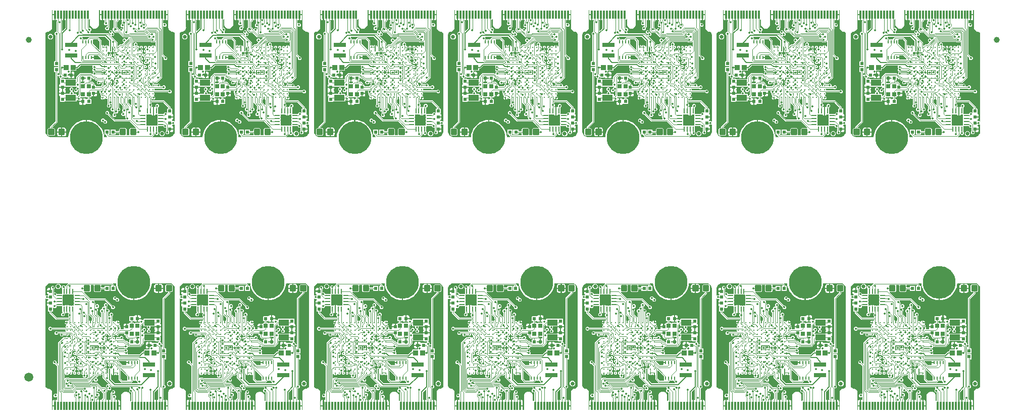
<source format=gtl>
G04 EAGLE Gerber RS-274X export*
G75*
%MOMM*%
%FSLAX34Y34*%
%LPD*%
%INTop Copper*%
%IPPOS*%
%AMOC8*
5,1,8,0,0,1.08239X$1,22.5*%
G01*
%ADD10C,0.234000*%
%ADD11C,0.300000*%
%ADD12R,0.600000X0.600000*%
%ADD13R,1.800000X1.000000*%
%ADD14R,0.250000X0.600000*%
%ADD15R,0.700000X0.750000*%
%ADD16R,0.850000X0.900000*%
%ADD17C,0.635000*%
%ADD18R,0.290000X0.900000*%
%ADD19R,0.900000X0.290000*%
%ADD20R,1.600000X1.600000*%
%ADD21R,2.000000X0.800000*%
%ADD22R,0.350000X1.450000*%
%ADD23C,5.500000*%
%ADD24C,1.000000*%
%ADD25C,1.500000*%
%ADD26C,0.088900*%
%ADD27C,0.352400*%
%ADD28C,0.203200*%
%ADD29C,0.200000*%
%ADD30C,0.101600*%

G36*
X432380Y13563D02*
X432380Y13563D01*
X432409Y13561D01*
X432470Y13583D01*
X432534Y13597D01*
X432558Y13614D01*
X432585Y13624D01*
X432632Y13670D01*
X432685Y13708D01*
X432699Y13734D01*
X432720Y13754D01*
X432732Y13793D01*
X432776Y13872D01*
X432783Y13962D01*
X432795Y14001D01*
X432795Y42207D01*
X432786Y42246D01*
X432788Y42285D01*
X432781Y42297D01*
X432795Y43011D01*
X432794Y43016D01*
X432795Y43019D01*
X432795Y43766D01*
X432798Y43787D01*
X432810Y43823D01*
X432826Y44702D01*
X434467Y47617D01*
X437294Y49405D01*
X438203Y49469D01*
X438236Y49479D01*
X438271Y49479D01*
X438305Y49499D01*
X438314Y49501D01*
X438890Y49517D01*
X438901Y49520D01*
X438908Y49518D01*
X438963Y49522D01*
X439112Y49532D01*
X439134Y49539D01*
X439149Y49537D01*
X440130Y49689D01*
X440258Y49738D01*
X440287Y49745D01*
X442099Y50814D01*
X442237Y50941D01*
X442245Y50961D01*
X442256Y50971D01*
X443325Y52783D01*
X443342Y52833D01*
X443367Y52880D01*
X443370Y52916D01*
X443374Y52922D01*
X443374Y52926D01*
X443381Y52940D01*
X443543Y53983D01*
X443541Y54025D01*
X443549Y54051D01*
X443549Y217957D01*
X443540Y217998D01*
X443544Y218024D01*
X443228Y220093D01*
X443179Y220222D01*
X443172Y220251D01*
X441063Y223837D01*
X440936Y223975D01*
X440915Y223983D01*
X440905Y223994D01*
X437319Y226104D01*
X437188Y226147D01*
X437161Y226160D01*
X435118Y226471D01*
X435077Y226469D01*
X435052Y226476D01*
X405525Y226476D01*
X405521Y226475D01*
X405517Y226476D01*
X405429Y226455D01*
X405342Y226437D01*
X405338Y226434D01*
X405334Y226433D01*
X405263Y226378D01*
X405191Y226325D01*
X405189Y226321D01*
X405186Y226319D01*
X405179Y226304D01*
X405100Y226161D01*
X405096Y226110D01*
X405084Y226082D01*
X404732Y222961D01*
X403982Y219672D01*
X402867Y216487D01*
X401403Y213447D01*
X399608Y210590D01*
X397504Y207952D01*
X395119Y205566D01*
X392481Y203462D01*
X389623Y201667D01*
X386584Y200203D01*
X383399Y199089D01*
X380109Y198338D01*
X376756Y197960D01*
X375958Y197960D01*
X375958Y208533D01*
X375951Y208561D01*
X375954Y208590D01*
X375932Y208652D01*
X375918Y208716D01*
X375901Y208739D01*
X375891Y208767D01*
X375845Y208814D01*
X375806Y208866D01*
X375781Y208880D01*
X375760Y208901D01*
X375722Y208913D01*
X375643Y208957D01*
X375552Y208965D01*
X375514Y208976D01*
X374625Y208976D01*
X374596Y208970D01*
X374567Y208972D01*
X374505Y208950D01*
X374442Y208937D01*
X374418Y208919D01*
X374391Y208909D01*
X374344Y208864D01*
X374291Y208825D01*
X374277Y208800D01*
X374256Y208779D01*
X374244Y208740D01*
X374200Y208661D01*
X374193Y208571D01*
X374181Y208533D01*
X374181Y197960D01*
X373382Y197960D01*
X370029Y198338D01*
X366740Y199089D01*
X363555Y200203D01*
X360515Y201667D01*
X357658Y203462D01*
X355020Y205566D01*
X352635Y207952D01*
X350531Y210590D01*
X348736Y213447D01*
X347272Y216487D01*
X346157Y219672D01*
X345406Y222961D01*
X345055Y226082D01*
X345053Y226086D01*
X345054Y226090D01*
X345023Y226175D01*
X344995Y226260D01*
X344992Y226263D01*
X344991Y226267D01*
X344928Y226331D01*
X344867Y226397D01*
X344863Y226398D01*
X344860Y226401D01*
X344844Y226406D01*
X344694Y226469D01*
X344643Y226467D01*
X344614Y226476D01*
X340091Y226476D01*
X340077Y226473D01*
X340062Y226475D01*
X339985Y226453D01*
X339908Y226437D01*
X339896Y226428D01*
X339882Y226424D01*
X339821Y226372D01*
X339758Y226325D01*
X339750Y226312D01*
X339739Y226303D01*
X339705Y226231D01*
X339667Y226161D01*
X339665Y226147D01*
X339659Y226133D01*
X339658Y226054D01*
X339651Y225975D01*
X339656Y225961D01*
X339656Y225946D01*
X339673Y225915D01*
X339714Y225798D01*
X339760Y225751D01*
X339777Y225719D01*
X339915Y225581D01*
X341785Y223711D01*
X341785Y222715D01*
X341791Y222687D01*
X341788Y222658D01*
X341810Y222596D01*
X341824Y222532D01*
X341842Y222509D01*
X341852Y222481D01*
X341897Y222434D01*
X341936Y222382D01*
X341961Y222368D01*
X341982Y222347D01*
X342020Y222335D01*
X342100Y222291D01*
X342190Y222283D01*
X342228Y222272D01*
X343596Y222272D01*
X344340Y221527D01*
X344340Y214475D01*
X343596Y213730D01*
X336543Y213730D01*
X335799Y214475D01*
X335799Y221527D01*
X336543Y222272D01*
X337302Y222272D01*
X337316Y222275D01*
X337331Y222273D01*
X337407Y222295D01*
X337485Y222311D01*
X337497Y222320D01*
X337511Y222324D01*
X337571Y222376D01*
X337635Y222423D01*
X337642Y222436D01*
X337654Y222445D01*
X337688Y222517D01*
X337726Y222587D01*
X337728Y222601D01*
X337734Y222615D01*
X337735Y222694D01*
X337742Y222773D01*
X337737Y222787D01*
X337737Y222802D01*
X337720Y222833D01*
X337679Y222950D01*
X337632Y222997D01*
X337615Y223029D01*
X337489Y223156D01*
X337452Y223180D01*
X337422Y223211D01*
X337387Y223221D01*
X337331Y223257D01*
X337209Y223275D01*
X337175Y223286D01*
X320544Y223286D01*
X320530Y223283D01*
X320515Y223285D01*
X320438Y223263D01*
X320361Y223246D01*
X320349Y223237D01*
X320335Y223233D01*
X320274Y223182D01*
X320211Y223135D01*
X320203Y223121D01*
X320192Y223112D01*
X320158Y223040D01*
X320120Y222971D01*
X320118Y222956D01*
X320112Y222942D01*
X320111Y222863D01*
X320104Y222784D01*
X320109Y222770D01*
X320109Y222755D01*
X320110Y222753D01*
X320110Y220160D01*
X320116Y220131D01*
X320114Y220102D01*
X320136Y220041D01*
X320150Y219977D01*
X320167Y219953D01*
X320177Y219926D01*
X320222Y219879D01*
X320261Y219826D01*
X320287Y219812D01*
X320307Y219791D01*
X320346Y219779D01*
X320425Y219735D01*
X320515Y219728D01*
X320554Y219716D01*
X325355Y219716D01*
X325384Y219722D01*
X325413Y219720D01*
X325474Y219742D01*
X325538Y219756D01*
X325562Y219773D01*
X325589Y219783D01*
X325636Y219829D01*
X325689Y219867D01*
X325703Y219893D01*
X325724Y219913D01*
X325736Y219952D01*
X325780Y220031D01*
X325787Y220121D01*
X325799Y220160D01*
X325799Y221527D01*
X326543Y222272D01*
X333596Y222272D01*
X334340Y221527D01*
X334340Y214475D01*
X333596Y213730D01*
X326543Y213730D01*
X325799Y214475D01*
X325799Y215842D01*
X325792Y215871D01*
X325795Y215900D01*
X325773Y215961D01*
X325759Y216025D01*
X325742Y216049D01*
X325732Y216076D01*
X325686Y216123D01*
X325648Y216176D01*
X325622Y216190D01*
X325602Y216211D01*
X325563Y216223D01*
X325484Y216267D01*
X325394Y216274D01*
X325355Y216286D01*
X320554Y216286D01*
X320525Y216280D01*
X320496Y216282D01*
X320434Y216260D01*
X320371Y216246D01*
X320347Y216229D01*
X320320Y216219D01*
X320273Y216173D01*
X320220Y216135D01*
X320206Y216109D01*
X320185Y216089D01*
X320173Y216050D01*
X320129Y215971D01*
X320122Y215881D01*
X320110Y215842D01*
X320110Y213353D01*
X318487Y211730D01*
X309192Y211730D01*
X307569Y213353D01*
X307569Y222813D01*
X307577Y222870D01*
X307573Y222885D01*
X307574Y222900D01*
X307548Y222975D01*
X307526Y223051D01*
X307516Y223062D01*
X307511Y223076D01*
X307456Y223133D01*
X307405Y223194D01*
X307392Y223200D01*
X307381Y223211D01*
X307347Y223221D01*
X307236Y223274D01*
X307169Y223275D01*
X307134Y223286D01*
X303004Y223286D01*
X302990Y223283D01*
X302975Y223285D01*
X302898Y223263D01*
X302821Y223246D01*
X302809Y223237D01*
X302795Y223233D01*
X302734Y223182D01*
X302671Y223135D01*
X302663Y223121D01*
X302652Y223112D01*
X302618Y223040D01*
X302580Y222971D01*
X302578Y222956D01*
X302572Y222942D01*
X302571Y222863D01*
X302564Y222784D01*
X302569Y222770D01*
X302569Y222755D01*
X302570Y222753D01*
X302570Y213353D01*
X300947Y211730D01*
X291951Y211730D01*
X291937Y211727D01*
X291922Y211729D01*
X291846Y211707D01*
X291768Y211691D01*
X291756Y211682D01*
X291742Y211678D01*
X291681Y211626D01*
X291618Y211579D01*
X291610Y211566D01*
X291599Y211557D01*
X291565Y211485D01*
X291527Y211415D01*
X291525Y211401D01*
X291519Y211387D01*
X291518Y211308D01*
X291511Y211229D01*
X291516Y211215D01*
X291516Y211200D01*
X291533Y211169D01*
X291574Y211052D01*
X291620Y211005D01*
X291637Y210973D01*
X301764Y200846D01*
X301801Y200823D01*
X301831Y200791D01*
X301866Y200781D01*
X301922Y200745D01*
X302044Y200726D01*
X302078Y200716D01*
X327780Y200716D01*
X339332Y189164D01*
X339369Y189140D01*
X339400Y189109D01*
X339434Y189098D01*
X339490Y189062D01*
X339612Y189044D01*
X339646Y189034D01*
X341326Y189034D01*
X343102Y187257D01*
X343102Y184745D01*
X341326Y182968D01*
X338813Y182968D01*
X337037Y184745D01*
X337037Y186424D01*
X337027Y186467D01*
X337028Y186511D01*
X337011Y186543D01*
X336997Y186607D01*
X336923Y186707D01*
X336907Y186738D01*
X326489Y197156D01*
X326454Y197179D01*
X326438Y197195D01*
X326437Y197195D01*
X326422Y197211D01*
X326387Y197221D01*
X326331Y197257D01*
X326209Y197276D01*
X326175Y197286D01*
X309240Y197286D01*
X309226Y197283D01*
X309211Y197285D01*
X309135Y197263D01*
X309057Y197246D01*
X309045Y197237D01*
X309031Y197233D01*
X308971Y197182D01*
X308907Y197135D01*
X308900Y197122D01*
X308888Y197112D01*
X308854Y197040D01*
X308816Y196971D01*
X308815Y196956D01*
X308808Y196943D01*
X308807Y196863D01*
X308800Y196784D01*
X308805Y196770D01*
X308805Y196755D01*
X308822Y196724D01*
X308863Y196608D01*
X308910Y196560D01*
X308927Y196528D01*
X309102Y196353D01*
X309102Y194673D01*
X309111Y194631D01*
X309111Y194587D01*
X309128Y194555D01*
X309142Y194490D01*
X309215Y194391D01*
X309232Y194360D01*
X310102Y193489D01*
X310102Y190394D01*
X310105Y190380D01*
X310103Y190365D01*
X310125Y190288D01*
X310142Y190211D01*
X310150Y190199D01*
X310155Y190185D01*
X310206Y190124D01*
X310253Y190060D01*
X310266Y190053D01*
X310276Y190042D01*
X310348Y190008D01*
X310417Y189969D01*
X310432Y189968D01*
X310445Y189962D01*
X310525Y189960D01*
X310604Y189954D01*
X310618Y189959D01*
X310632Y189959D01*
X310664Y189975D01*
X310780Y190017D01*
X310828Y190063D01*
X310860Y190080D01*
X311813Y191034D01*
X314326Y191034D01*
X316102Y189257D01*
X316102Y186745D01*
X314326Y184968D01*
X313684Y184968D01*
X313670Y184965D01*
X313655Y184967D01*
X313579Y184945D01*
X313501Y184929D01*
X313489Y184920D01*
X313475Y184916D01*
X313415Y184864D01*
X313351Y184817D01*
X313344Y184804D01*
X313332Y184795D01*
X313298Y184723D01*
X313260Y184653D01*
X313259Y184639D01*
X313252Y184625D01*
X313251Y184546D01*
X313244Y184467D01*
X313249Y184453D01*
X313249Y184438D01*
X313266Y184407D01*
X313307Y184290D01*
X313354Y184243D01*
X313371Y184211D01*
X314515Y183066D01*
X314515Y180554D01*
X313915Y179953D01*
X313891Y179917D01*
X313859Y179886D01*
X313849Y179851D01*
X313813Y179796D01*
X313795Y179673D01*
X313785Y179639D01*
X313785Y174895D01*
X313794Y174853D01*
X313793Y174809D01*
X313810Y174777D01*
X313824Y174712D01*
X313898Y174613D01*
X313915Y174582D01*
X318847Y169649D01*
X318859Y169641D01*
X318868Y169630D01*
X318937Y169591D01*
X319004Y169548D01*
X319019Y169546D01*
X319032Y169539D01*
X319111Y169532D01*
X319189Y169520D01*
X319204Y169524D01*
X319218Y169523D01*
X319293Y169550D01*
X319370Y169572D01*
X319381Y169581D01*
X319395Y169586D01*
X319452Y169642D01*
X319512Y169693D01*
X319519Y169706D01*
X319529Y169717D01*
X319540Y169750D01*
X319593Y169862D01*
X319594Y169929D01*
X319604Y169963D01*
X319604Y176993D01*
X319595Y177036D01*
X319596Y177080D01*
X319579Y177112D01*
X319565Y177177D01*
X319491Y177276D01*
X319474Y177307D01*
X318037Y178745D01*
X318037Y181257D01*
X319813Y183034D01*
X321247Y183034D01*
X321276Y183040D01*
X321305Y183038D01*
X321367Y183060D01*
X321431Y183073D01*
X321454Y183091D01*
X321482Y183101D01*
X321529Y183146D01*
X321581Y183185D01*
X321595Y183210D01*
X321616Y183231D01*
X321628Y183270D01*
X321672Y183349D01*
X321679Y183439D01*
X321691Y183477D01*
X321691Y185257D01*
X323468Y187034D01*
X325299Y187034D01*
X325313Y187037D01*
X325328Y187035D01*
X325404Y187057D01*
X325482Y187073D01*
X325494Y187082D01*
X325508Y187086D01*
X325569Y187138D01*
X325632Y187185D01*
X325640Y187198D01*
X325651Y187207D01*
X325685Y187279D01*
X325723Y187349D01*
X325725Y187363D01*
X325731Y187377D01*
X325732Y187456D01*
X325739Y187535D01*
X325734Y187549D01*
X325734Y187564D01*
X325717Y187595D01*
X325676Y187712D01*
X325630Y187759D01*
X325612Y187791D01*
X324848Y188556D01*
X324848Y191068D01*
X326624Y192845D01*
X329137Y192845D01*
X330913Y191068D01*
X330913Y188556D01*
X329665Y187307D01*
X329641Y187271D01*
X329609Y187240D01*
X329599Y187205D01*
X329563Y187150D01*
X329545Y187027D01*
X329535Y186993D01*
X329535Y183668D01*
X329541Y183640D01*
X329538Y183611D01*
X329560Y183549D01*
X329574Y183485D01*
X329592Y183462D01*
X329602Y183434D01*
X329647Y183387D01*
X329686Y183335D01*
X329711Y183321D01*
X329732Y183300D01*
X329770Y183288D01*
X329850Y183244D01*
X329940Y183236D01*
X329978Y183225D01*
X332326Y183225D01*
X334102Y181448D01*
X334102Y178936D01*
X332915Y177748D01*
X332891Y177712D01*
X332859Y177681D01*
X332849Y177646D01*
X332813Y177591D01*
X332795Y177468D01*
X332785Y177434D01*
X332785Y171577D01*
X332791Y171549D01*
X332788Y171520D01*
X332810Y171458D01*
X332824Y171394D01*
X332842Y171371D01*
X332852Y171343D01*
X332897Y171296D01*
X332936Y171244D01*
X332961Y171230D01*
X332982Y171209D01*
X333020Y171197D01*
X333100Y171153D01*
X333190Y171145D01*
X333228Y171134D01*
X334776Y171134D01*
X334791Y171137D01*
X334805Y171135D01*
X334882Y171157D01*
X334960Y171173D01*
X334971Y171182D01*
X334986Y171186D01*
X335046Y171238D01*
X335110Y171285D01*
X335117Y171298D01*
X335128Y171307D01*
X335163Y171379D01*
X335201Y171449D01*
X335202Y171463D01*
X335209Y171477D01*
X335210Y171556D01*
X335216Y171635D01*
X335211Y171649D01*
X335212Y171664D01*
X335195Y171695D01*
X335153Y171812D01*
X335107Y171859D01*
X335090Y171891D01*
X334237Y172745D01*
X334237Y175257D01*
X336013Y177034D01*
X338526Y177034D01*
X340302Y175257D01*
X340302Y172745D01*
X339306Y171748D01*
X339282Y171712D01*
X339250Y171681D01*
X339240Y171646D01*
X339204Y171591D01*
X339186Y171468D01*
X339176Y171434D01*
X339176Y163130D01*
X339179Y163115D01*
X339177Y163100D01*
X339199Y163024D01*
X339215Y162947D01*
X339224Y162935D01*
X339229Y162920D01*
X339280Y162860D01*
X339327Y162797D01*
X339340Y162789D01*
X339350Y162777D01*
X339422Y162744D01*
X339491Y162706D01*
X339506Y162704D01*
X339520Y162698D01*
X339599Y162697D01*
X339612Y162696D01*
X339625Y162692D01*
X339659Y162692D01*
X339677Y162690D01*
X339681Y162692D01*
X341830Y162692D01*
X343102Y161420D01*
X343145Y161393D01*
X343181Y161357D01*
X343223Y161342D01*
X343259Y161319D01*
X343310Y161311D01*
X343358Y161294D01*
X343401Y161298D01*
X343445Y161291D01*
X343494Y161305D01*
X343545Y161309D01*
X343583Y161331D01*
X343625Y161343D01*
X343664Y161376D01*
X343708Y161400D01*
X343725Y161428D01*
X343768Y161464D01*
X343831Y161598D01*
X343844Y161619D01*
X343862Y161683D01*
X344350Y162529D01*
X345041Y163220D01*
X345887Y163709D01*
X346735Y163936D01*
X346735Y160392D01*
X346741Y160363D01*
X346739Y160334D01*
X346761Y160272D01*
X346775Y160209D01*
X346792Y160185D01*
X346802Y160157D01*
X346847Y160110D01*
X346886Y160058D01*
X346912Y160044D01*
X346932Y160023D01*
X346971Y160011D01*
X347047Y159969D01*
X347056Y159927D01*
X347073Y159904D01*
X347083Y159876D01*
X347129Y159829D01*
X347168Y159777D01*
X347193Y159763D01*
X347214Y159742D01*
X347252Y159730D01*
X347331Y159686D01*
X347422Y159678D01*
X347460Y159667D01*
X351004Y159667D01*
X350777Y158819D01*
X350289Y157972D01*
X349990Y157674D01*
X349974Y157649D01*
X349952Y157630D01*
X349924Y157571D01*
X349889Y157517D01*
X349884Y157488D01*
X349872Y157461D01*
X349871Y157396D01*
X349861Y157331D01*
X349869Y157303D01*
X349869Y157274D01*
X349888Y157238D01*
X349913Y157151D01*
X349953Y157103D01*
X349955Y157098D01*
X349972Y157080D01*
X349990Y157046D01*
X351538Y155498D01*
X351538Y153305D01*
X351542Y153286D01*
X351542Y153281D01*
X351546Y153270D01*
X351547Y153262D01*
X351547Y153219D01*
X351564Y153187D01*
X351578Y153122D01*
X351651Y153023D01*
X351668Y152991D01*
X352704Y151955D01*
X352704Y149493D01*
X352710Y149465D01*
X352708Y149436D01*
X352730Y149374D01*
X352744Y149310D01*
X352761Y149287D01*
X352771Y149259D01*
X352816Y149212D01*
X352855Y149160D01*
X352881Y149146D01*
X352901Y149125D01*
X352940Y149113D01*
X353019Y149069D01*
X353109Y149061D01*
X353148Y149050D01*
X357116Y149050D01*
X357200Y149068D01*
X357285Y149084D01*
X357292Y149088D01*
X357299Y149089D01*
X357368Y149141D01*
X357440Y149190D01*
X357443Y149196D01*
X357449Y149201D01*
X357491Y149277D01*
X357536Y149351D01*
X357536Y149357D01*
X357540Y149365D01*
X357556Y149551D01*
X357544Y149585D01*
X357544Y149608D01*
X357529Y149667D01*
X357529Y152113D01*
X362625Y152113D01*
X362653Y152119D01*
X362683Y152117D01*
X362744Y152139D01*
X362808Y152152D01*
X362831Y152170D01*
X362859Y152180D01*
X362906Y152225D01*
X362958Y152264D01*
X362973Y152290D01*
X362994Y152310D01*
X363005Y152349D01*
X363049Y152428D01*
X363057Y152518D01*
X363069Y152557D01*
X363069Y153002D01*
X363514Y153002D01*
X363542Y153008D01*
X363572Y153006D01*
X363633Y153028D01*
X363697Y153041D01*
X363720Y153059D01*
X363748Y153069D01*
X363795Y153114D01*
X363847Y153153D01*
X363862Y153179D01*
X363883Y153199D01*
X363894Y153238D01*
X363938Y153317D01*
X363946Y153407D01*
X363958Y153446D01*
X363958Y158542D01*
X365855Y158542D01*
X365884Y158548D01*
X365913Y158546D01*
X365974Y158568D01*
X366038Y158581D01*
X366062Y158599D01*
X366089Y158609D01*
X366136Y158654D01*
X366189Y158693D01*
X366203Y158718D01*
X366224Y158739D01*
X366236Y158778D01*
X366280Y158857D01*
X366287Y158947D01*
X366299Y158985D01*
X366299Y159027D01*
X367043Y159772D01*
X368910Y159772D01*
X368939Y159778D01*
X368968Y159776D01*
X369030Y159798D01*
X369094Y159811D01*
X369117Y159829D01*
X369145Y159839D01*
X369192Y159884D01*
X369244Y159923D01*
X369258Y159948D01*
X369279Y159969D01*
X369291Y160008D01*
X369335Y160087D01*
X369342Y160177D01*
X369354Y160215D01*
X369354Y162287D01*
X369348Y162315D01*
X369350Y162344D01*
X369328Y162406D01*
X369315Y162470D01*
X369297Y162493D01*
X369287Y162521D01*
X369242Y162568D01*
X369203Y162620D01*
X369177Y162634D01*
X369157Y162655D01*
X369118Y162667D01*
X369039Y162711D01*
X368949Y162719D01*
X368910Y162730D01*
X367543Y162730D01*
X366799Y163475D01*
X366799Y170527D01*
X367543Y171272D01*
X374596Y171272D01*
X374994Y170873D01*
X375067Y170826D01*
X375138Y170777D01*
X375145Y170776D01*
X375152Y170772D01*
X375238Y170759D01*
X375322Y170744D01*
X375330Y170745D01*
X375337Y170744D01*
X375421Y170768D01*
X375504Y170789D01*
X375509Y170793D01*
X375517Y170796D01*
X375660Y170917D01*
X375675Y170949D01*
X375692Y170965D01*
X376036Y171561D01*
X376509Y172034D01*
X377089Y172369D01*
X377735Y172542D01*
X380181Y172542D01*
X380181Y167446D01*
X380187Y167417D01*
X380185Y167388D01*
X380207Y167326D01*
X380221Y167262D01*
X380238Y167239D01*
X380248Y167211D01*
X380294Y167164D01*
X380332Y167112D01*
X380358Y167098D01*
X380378Y167077D01*
X380417Y167065D01*
X380496Y167021D01*
X380586Y167014D01*
X380625Y167002D01*
X381070Y167002D01*
X381070Y167000D01*
X380625Y167000D01*
X380596Y166994D01*
X380567Y166996D01*
X380505Y166974D01*
X380442Y166961D01*
X380418Y166943D01*
X380391Y166933D01*
X380344Y166888D01*
X380291Y166849D01*
X380277Y166823D01*
X380256Y166803D01*
X380244Y166764D01*
X380200Y166685D01*
X380193Y166595D01*
X380181Y166556D01*
X380181Y161460D01*
X377735Y161460D01*
X377089Y161633D01*
X376509Y161968D01*
X376036Y162441D01*
X375692Y163037D01*
X375634Y163101D01*
X375578Y163167D01*
X375571Y163170D01*
X375566Y163176D01*
X375487Y163210D01*
X375409Y163247D01*
X375401Y163247D01*
X375395Y163250D01*
X375309Y163249D01*
X375221Y163250D01*
X375216Y163247D01*
X375207Y163247D01*
X375038Y163167D01*
X375015Y163140D01*
X374994Y163129D01*
X374596Y162730D01*
X373228Y162730D01*
X373200Y162724D01*
X373171Y162726D01*
X373109Y162704D01*
X373045Y162691D01*
X373022Y162673D01*
X372994Y162663D01*
X372947Y162618D01*
X372895Y162579D01*
X372881Y162554D01*
X372859Y162533D01*
X372848Y162494D01*
X372804Y162415D01*
X372796Y162325D01*
X372785Y162287D01*
X372785Y160215D01*
X372791Y160187D01*
X372788Y160158D01*
X372810Y160096D01*
X372824Y160032D01*
X372842Y160009D01*
X372852Y159981D01*
X372897Y159934D01*
X372936Y159882D01*
X372961Y159868D01*
X372982Y159847D01*
X373020Y159835D01*
X373100Y159791D01*
X373190Y159783D01*
X373228Y159772D01*
X375096Y159772D01*
X375756Y159112D01*
X375780Y159096D01*
X375799Y159074D01*
X375858Y159046D01*
X375913Y159010D01*
X375942Y159006D01*
X375969Y158993D01*
X376034Y158992D01*
X376098Y158983D01*
X376127Y158991D01*
X376156Y158990D01*
X376191Y159009D01*
X376279Y159034D01*
X376348Y159093D01*
X376383Y159112D01*
X377043Y159772D01*
X384938Y159772D01*
X384953Y159775D01*
X384967Y159773D01*
X385044Y159795D01*
X385122Y159811D01*
X385133Y159820D01*
X385148Y159824D01*
X385208Y159876D01*
X385272Y159923D01*
X385279Y159936D01*
X385290Y159945D01*
X385325Y160017D01*
X385363Y160087D01*
X385364Y160101D01*
X385371Y160115D01*
X385372Y160194D01*
X385378Y160273D01*
X385373Y160287D01*
X385374Y160302D01*
X385357Y160333D01*
X385315Y160450D01*
X385269Y160497D01*
X385252Y160529D01*
X384848Y160934D01*
X384848Y161017D01*
X384842Y161045D01*
X384844Y161074D01*
X384822Y161136D01*
X384808Y161200D01*
X384791Y161223D01*
X384781Y161251D01*
X384735Y161298D01*
X384697Y161350D01*
X384671Y161364D01*
X384651Y161385D01*
X384612Y161397D01*
X384533Y161441D01*
X384443Y161449D01*
X384404Y161460D01*
X381958Y161460D01*
X381958Y166113D01*
X386610Y166113D01*
X386610Y165666D01*
X386616Y165638D01*
X386614Y165608D01*
X386636Y165547D01*
X386650Y165483D01*
X386667Y165460D01*
X386677Y165432D01*
X386722Y165385D01*
X386761Y165333D01*
X386787Y165319D01*
X386807Y165297D01*
X386846Y165286D01*
X386925Y165242D01*
X387015Y165234D01*
X387054Y165223D01*
X389137Y165223D01*
X390041Y164318D01*
X390054Y164310D01*
X390062Y164298D01*
X390132Y164260D01*
X390199Y164217D01*
X390213Y164214D01*
X390226Y164207D01*
X390305Y164201D01*
X390384Y164189D01*
X390398Y164193D01*
X390413Y164192D01*
X390488Y164219D01*
X390564Y164241D01*
X390575Y164250D01*
X390589Y164255D01*
X390646Y164310D01*
X390707Y164362D01*
X390713Y164375D01*
X390724Y164385D01*
X390734Y164419D01*
X390787Y164531D01*
X390788Y164597D01*
X390799Y164632D01*
X390799Y166027D01*
X391543Y166772D01*
X410645Y166772D01*
X410663Y166760D01*
X410692Y166756D01*
X410719Y166743D01*
X410784Y166742D01*
X410848Y166733D01*
X410877Y166741D01*
X410906Y166740D01*
X410941Y166759D01*
X411029Y166784D01*
X411098Y166843D01*
X411133Y166862D01*
X411543Y167272D01*
X418596Y167272D01*
X419340Y166527D01*
X419340Y159475D01*
X418942Y159076D01*
X418895Y159003D01*
X418846Y158932D01*
X418844Y158925D01*
X418840Y158919D01*
X418827Y158832D01*
X418812Y158748D01*
X418814Y158741D01*
X418813Y158733D01*
X418836Y158650D01*
X418857Y158566D01*
X418862Y158562D01*
X418864Y158553D01*
X418985Y158410D01*
X419018Y158395D01*
X419034Y158378D01*
X419629Y158034D01*
X420103Y157561D01*
X420437Y156982D01*
X420610Y156336D01*
X420610Y153889D01*
X415514Y153889D01*
X415485Y153883D01*
X415456Y153885D01*
X415395Y153863D01*
X415331Y153850D01*
X415307Y153832D01*
X415280Y153822D01*
X415233Y153777D01*
X415180Y153738D01*
X415166Y153712D01*
X415145Y153692D01*
X415133Y153653D01*
X415089Y153574D01*
X415082Y153484D01*
X415070Y153445D01*
X415070Y153000D01*
X415069Y153000D01*
X415069Y153445D01*
X415062Y153474D01*
X415065Y153503D01*
X415043Y153565D01*
X415029Y153629D01*
X415012Y153652D01*
X415002Y153680D01*
X414956Y153727D01*
X414917Y153779D01*
X414892Y153793D01*
X414871Y153814D01*
X414833Y153826D01*
X414754Y153870D01*
X414663Y153877D01*
X414625Y153889D01*
X409509Y153889D01*
X409503Y153906D01*
X409489Y153970D01*
X409472Y153993D01*
X409462Y154021D01*
X409416Y154068D01*
X409378Y154120D01*
X409352Y154134D01*
X409332Y154155D01*
X409293Y154167D01*
X409214Y154211D01*
X409124Y154219D01*
X409085Y154230D01*
X402996Y154230D01*
X402968Y154224D01*
X402939Y154226D01*
X402877Y154204D01*
X402813Y154191D01*
X402790Y154173D01*
X402762Y154163D01*
X402715Y154118D01*
X402663Y154079D01*
X402649Y154054D01*
X402627Y154033D01*
X402616Y153994D01*
X402572Y153915D01*
X402564Y153825D01*
X402553Y153787D01*
X402553Y151525D01*
X400819Y149791D01*
X400811Y149779D01*
X400799Y149770D01*
X400761Y149701D01*
X400718Y149634D01*
X400715Y149619D01*
X400708Y149606D01*
X400702Y149527D01*
X400690Y149448D01*
X400694Y149434D01*
X400693Y149420D01*
X400720Y149345D01*
X400741Y149268D01*
X400751Y149257D01*
X400756Y149243D01*
X400811Y149186D01*
X400863Y149125D01*
X400876Y149119D01*
X400886Y149109D01*
X400920Y149098D01*
X401032Y149045D01*
X401098Y149044D01*
X401133Y149034D01*
X401136Y149034D01*
X402912Y147257D01*
X402912Y144745D01*
X401136Y142968D01*
X398623Y142968D01*
X396847Y144745D01*
X396847Y147257D01*
X398580Y148991D01*
X398588Y149003D01*
X398600Y149012D01*
X398639Y149081D01*
X398682Y149148D01*
X398684Y149163D01*
X398691Y149176D01*
X398698Y149255D01*
X398709Y149334D01*
X398705Y149348D01*
X398706Y149362D01*
X398680Y149437D01*
X398658Y149514D01*
X398648Y149525D01*
X398643Y149539D01*
X398588Y149596D01*
X398537Y149657D01*
X398523Y149663D01*
X398513Y149673D01*
X398479Y149684D01*
X398367Y149737D01*
X398301Y149738D01*
X398266Y149748D01*
X398264Y149748D01*
X396487Y151525D01*
X396487Y153787D01*
X396481Y153814D01*
X396483Y153840D01*
X396483Y153841D01*
X396483Y153844D01*
X396461Y153906D01*
X396448Y153970D01*
X396430Y153993D01*
X396420Y154021D01*
X396375Y154068D01*
X396336Y154120D01*
X396310Y154134D01*
X396290Y154155D01*
X396251Y154167D01*
X396172Y154211D01*
X396082Y154219D01*
X396043Y154230D01*
X391543Y154230D01*
X390799Y154975D01*
X390799Y157233D01*
X390796Y157248D01*
X390798Y157262D01*
X390776Y157339D01*
X390759Y157416D01*
X390750Y157428D01*
X390746Y157442D01*
X390695Y157503D01*
X390648Y157567D01*
X390635Y157574D01*
X390625Y157585D01*
X390553Y157619D01*
X390484Y157658D01*
X390469Y157659D01*
X390456Y157665D01*
X390376Y157667D01*
X390297Y157673D01*
X390283Y157668D01*
X390268Y157669D01*
X390237Y157652D01*
X390121Y157610D01*
X390073Y157564D01*
X390041Y157547D01*
X387915Y155420D01*
X387909Y155411D01*
X387902Y155406D01*
X387887Y155380D01*
X387859Y155353D01*
X387849Y155319D01*
X387813Y155263D01*
X387795Y155141D01*
X387785Y155107D01*
X387785Y148795D01*
X387791Y148766D01*
X387788Y148737D01*
X387810Y148676D01*
X387824Y148612D01*
X387842Y148588D01*
X387852Y148561D01*
X387897Y148514D01*
X387936Y148461D01*
X387961Y148447D01*
X387982Y148426D01*
X388020Y148414D01*
X388100Y148370D01*
X388190Y148363D01*
X388228Y148351D01*
X388799Y148351D01*
X388828Y148357D01*
X388857Y148355D01*
X388919Y148377D01*
X388983Y148391D01*
X389006Y148408D01*
X389034Y148418D01*
X389081Y148464D01*
X389133Y148502D01*
X389147Y148528D01*
X389168Y148548D01*
X389180Y148587D01*
X389224Y148666D01*
X389231Y148756D01*
X389243Y148795D01*
X389243Y149705D01*
X391020Y151481D01*
X393532Y151481D01*
X395309Y149705D01*
X395309Y147192D01*
X393532Y145416D01*
X392641Y145416D01*
X392613Y145410D01*
X392584Y145412D01*
X392522Y145390D01*
X392458Y145376D01*
X392435Y145359D01*
X392407Y145349D01*
X392360Y145303D01*
X392308Y145265D01*
X392294Y145239D01*
X392272Y145219D01*
X392261Y145180D01*
X392217Y145101D01*
X392209Y145011D01*
X392198Y144972D01*
X392198Y144062D01*
X390799Y142664D01*
X390783Y142639D01*
X390761Y142620D01*
X390733Y142561D01*
X390697Y142506D01*
X390693Y142477D01*
X390680Y142451D01*
X390679Y142385D01*
X390670Y142321D01*
X390678Y142293D01*
X390677Y142263D01*
X390696Y142228D01*
X390721Y142141D01*
X390780Y142071D01*
X390799Y142036D01*
X390989Y141846D01*
X391014Y141830D01*
X391033Y141807D01*
X391092Y141779D01*
X391147Y141744D01*
X391176Y141740D01*
X391202Y141727D01*
X391268Y141726D01*
X391332Y141716D01*
X391360Y141725D01*
X391390Y141724D01*
X391425Y141743D01*
X391512Y141768D01*
X391517Y141772D01*
X409085Y141772D01*
X409114Y141778D01*
X409143Y141776D01*
X409204Y141798D01*
X409268Y141811D01*
X409292Y141829D01*
X409319Y141839D01*
X409366Y141884D01*
X409419Y141923D01*
X409433Y141948D01*
X409454Y141969D01*
X409466Y142008D01*
X409510Y142087D01*
X409512Y142113D01*
X414625Y142113D01*
X414653Y142119D01*
X414683Y142117D01*
X414744Y142139D01*
X414808Y142152D01*
X414831Y142170D01*
X414859Y142180D01*
X414906Y142225D01*
X414958Y142264D01*
X414973Y142290D01*
X414994Y142310D01*
X415005Y142349D01*
X415049Y142428D01*
X415057Y142518D01*
X415069Y142557D01*
X415069Y143002D01*
X415070Y143002D01*
X415070Y142557D01*
X415076Y142528D01*
X415074Y142499D01*
X415096Y142437D01*
X415110Y142373D01*
X415127Y142350D01*
X415137Y142322D01*
X415183Y142275D01*
X415221Y142223D01*
X415247Y142209D01*
X415267Y142188D01*
X415306Y142176D01*
X415385Y142132D01*
X415475Y142125D01*
X415514Y142113D01*
X420610Y142113D01*
X420610Y139666D01*
X420437Y139020D01*
X420103Y138441D01*
X419629Y137968D01*
X419034Y137624D01*
X418970Y137566D01*
X418903Y137510D01*
X418900Y137503D01*
X418895Y137498D01*
X418860Y137419D01*
X418823Y137340D01*
X418823Y137333D01*
X418820Y137326D01*
X418822Y137240D01*
X418820Y137153D01*
X418823Y137148D01*
X418823Y137139D01*
X418903Y136969D01*
X418931Y136946D01*
X418942Y136926D01*
X419340Y136527D01*
X419340Y129475D01*
X418597Y128731D01*
X418589Y128719D01*
X418577Y128710D01*
X418538Y128641D01*
X418495Y128574D01*
X418493Y128559D01*
X418486Y128546D01*
X418479Y128467D01*
X418468Y128388D01*
X418472Y128374D01*
X418471Y128360D01*
X418497Y128285D01*
X418519Y128208D01*
X418529Y128197D01*
X418534Y128183D01*
X418589Y128126D01*
X418640Y128065D01*
X418654Y128059D01*
X418664Y128049D01*
X418698Y128038D01*
X418810Y127985D01*
X418876Y127984D01*
X418911Y127974D01*
X419266Y127974D01*
X421042Y126197D01*
X421042Y124477D01*
X421047Y124454D01*
X421046Y124437D01*
X421047Y124434D01*
X421046Y124420D01*
X421068Y124358D01*
X421082Y124294D01*
X421099Y124271D01*
X421109Y124243D01*
X421154Y124196D01*
X421193Y124144D01*
X421219Y124130D01*
X421239Y124109D01*
X421278Y124097D01*
X421357Y124053D01*
X421447Y124045D01*
X421486Y124034D01*
X422910Y124034D01*
X422939Y124040D01*
X422968Y124038D01*
X423030Y124060D01*
X423094Y124073D01*
X423117Y124091D01*
X423145Y124101D01*
X423192Y124146D01*
X423244Y124185D01*
X423258Y124210D01*
X423279Y124231D01*
X423291Y124270D01*
X423335Y124349D01*
X423342Y124439D01*
X423354Y124477D01*
X423354Y201711D01*
X432224Y210582D01*
X432248Y210618D01*
X432279Y210649D01*
X432290Y210683D01*
X432326Y210739D01*
X432344Y210861D01*
X432354Y210895D01*
X432354Y211287D01*
X432348Y211315D01*
X432350Y211344D01*
X432328Y211406D01*
X432315Y211470D01*
X432297Y211493D01*
X432287Y211521D01*
X432242Y211568D01*
X432203Y211620D01*
X432177Y211634D01*
X432157Y211655D01*
X432118Y211667D01*
X432039Y211711D01*
X431949Y211719D01*
X431910Y211730D01*
X429192Y211730D01*
X427569Y213353D01*
X427569Y222649D01*
X429192Y224272D01*
X438487Y224272D01*
X440110Y222649D01*
X440110Y213353D01*
X438487Y211730D01*
X436228Y211730D01*
X436200Y211724D01*
X436171Y211726D01*
X436109Y211704D01*
X436045Y211691D01*
X436022Y211673D01*
X435994Y211663D01*
X435947Y211618D01*
X435895Y211579D01*
X435881Y211554D01*
X435859Y211533D01*
X435848Y211494D01*
X435804Y211415D01*
X435796Y211325D01*
X435785Y211287D01*
X435785Y209291D01*
X426915Y200420D01*
X426891Y200384D01*
X426859Y200353D01*
X426849Y200319D01*
X426813Y200263D01*
X426795Y200141D01*
X426785Y200107D01*
X426785Y117715D01*
X426791Y117687D01*
X426788Y117658D01*
X426810Y117596D01*
X426824Y117532D01*
X426842Y117509D01*
X426852Y117481D01*
X426897Y117434D01*
X426936Y117382D01*
X426961Y117368D01*
X426982Y117347D01*
X427020Y117335D01*
X427100Y117291D01*
X427190Y117283D01*
X427228Y117272D01*
X428596Y117272D01*
X429340Y116527D01*
X429340Y109475D01*
X428596Y108730D01*
X422602Y108730D01*
X422573Y108724D01*
X422544Y108726D01*
X422482Y108704D01*
X422419Y108691D01*
X422395Y108673D01*
X422368Y108663D01*
X422321Y108618D01*
X422268Y108579D01*
X422254Y108554D01*
X422233Y108533D01*
X422221Y108494D01*
X422177Y108415D01*
X422170Y108325D01*
X422158Y108287D01*
X422158Y107715D01*
X422164Y107687D01*
X422162Y107658D01*
X422184Y107596D01*
X422198Y107532D01*
X422215Y107509D01*
X422225Y107481D01*
X422270Y107434D01*
X422309Y107382D01*
X422335Y107368D01*
X422355Y107347D01*
X422394Y107335D01*
X422473Y107291D01*
X422563Y107283D01*
X422602Y107272D01*
X428596Y107272D01*
X429340Y106527D01*
X429340Y99475D01*
X428596Y98730D01*
X427228Y98730D01*
X427200Y98724D01*
X427171Y98726D01*
X427109Y98704D01*
X427045Y98691D01*
X427022Y98673D01*
X426994Y98663D01*
X426947Y98618D01*
X426895Y98579D01*
X426881Y98554D01*
X426859Y98533D01*
X426848Y98494D01*
X426804Y98415D01*
X426796Y98325D01*
X426785Y98287D01*
X426785Y55758D01*
X426794Y55716D01*
X426793Y55672D01*
X426810Y55640D01*
X426824Y55575D01*
X426898Y55476D01*
X426915Y55445D01*
X428102Y54257D01*
X428102Y51745D01*
X426326Y49968D01*
X425324Y49968D01*
X425295Y49962D01*
X425266Y49964D01*
X425204Y49942D01*
X425141Y49929D01*
X425117Y49911D01*
X425090Y49901D01*
X425043Y49856D01*
X424990Y49817D01*
X424976Y49792D01*
X424955Y49771D01*
X424943Y49732D01*
X424899Y49653D01*
X424892Y49563D01*
X424880Y49525D01*
X424880Y32008D01*
X424415Y31543D01*
X424391Y31506D01*
X424359Y31476D01*
X424349Y31441D01*
X424313Y31385D01*
X424295Y31263D01*
X424285Y31229D01*
X424285Y30798D01*
X424303Y30714D01*
X424318Y30629D01*
X424323Y30622D01*
X424324Y30615D01*
X424376Y30546D01*
X424425Y30475D01*
X424431Y30471D01*
X424436Y30465D01*
X424511Y30423D01*
X424586Y30378D01*
X424592Y30378D01*
X424600Y30374D01*
X424786Y30358D01*
X424820Y30371D01*
X424843Y30370D01*
X425485Y30542D01*
X426695Y30542D01*
X426695Y21182D01*
X426701Y21153D01*
X426699Y21124D01*
X426721Y21062D01*
X426735Y20999D01*
X426752Y20975D01*
X426762Y20947D01*
X426807Y20900D01*
X426846Y20848D01*
X426872Y20834D01*
X426892Y20813D01*
X426931Y20801D01*
X427010Y20757D01*
X427100Y20750D01*
X427139Y20738D01*
X427556Y20738D01*
X427556Y20320D01*
X427563Y20292D01*
X427560Y20263D01*
X427582Y20201D01*
X427596Y20137D01*
X427613Y20114D01*
X427623Y20086D01*
X427669Y20039D01*
X427708Y19987D01*
X427733Y19973D01*
X427754Y19952D01*
X427792Y19940D01*
X427871Y19896D01*
X427962Y19888D01*
X428000Y19877D01*
X431860Y19877D01*
X431860Y14001D01*
X431866Y13972D01*
X431864Y13943D01*
X431886Y13882D01*
X431900Y13818D01*
X431917Y13794D01*
X431927Y13767D01*
X431972Y13720D01*
X432011Y13667D01*
X432037Y13653D01*
X432057Y13632D01*
X432096Y13620D01*
X432175Y13576D01*
X432265Y13569D01*
X432304Y13557D01*
X432351Y13557D01*
X432380Y13563D01*
G37*
G36*
X207310Y13563D02*
X207310Y13563D01*
X207339Y13561D01*
X207401Y13583D01*
X207465Y13597D01*
X207488Y13614D01*
X207516Y13624D01*
X207563Y13670D01*
X207615Y13708D01*
X207629Y13734D01*
X207650Y13754D01*
X207662Y13793D01*
X207706Y13872D01*
X207714Y13962D01*
X207725Y14001D01*
X207725Y42207D01*
X207717Y42246D01*
X207718Y42285D01*
X207712Y42297D01*
X207725Y43011D01*
X207724Y43016D01*
X207725Y43019D01*
X207725Y43766D01*
X207728Y43787D01*
X207740Y43823D01*
X207756Y44702D01*
X209397Y47617D01*
X212225Y49405D01*
X213134Y49469D01*
X213167Y49479D01*
X213202Y49479D01*
X213236Y49499D01*
X213245Y49501D01*
X213820Y49517D01*
X213831Y49520D01*
X213839Y49518D01*
X213894Y49522D01*
X214043Y49532D01*
X214065Y49539D01*
X214080Y49537D01*
X215061Y49689D01*
X215188Y49738D01*
X215218Y49745D01*
X217030Y50814D01*
X217168Y50941D01*
X217176Y50961D01*
X217187Y50971D01*
X218256Y52783D01*
X218297Y52909D01*
X218305Y52922D01*
X218305Y52926D01*
X218312Y52940D01*
X218474Y53983D01*
X218471Y54025D01*
X218479Y54051D01*
X218479Y217957D01*
X218470Y217998D01*
X218474Y218024D01*
X218159Y220093D01*
X218110Y220222D01*
X218103Y220251D01*
X215993Y223837D01*
X215866Y223975D01*
X215846Y223983D01*
X215836Y223994D01*
X212250Y226104D01*
X212119Y226147D01*
X212092Y226160D01*
X210049Y226471D01*
X210007Y226469D01*
X209982Y226476D01*
X180456Y226476D01*
X180451Y226475D01*
X180447Y226476D01*
X180359Y226455D01*
X180272Y226437D01*
X180269Y226434D01*
X180265Y226433D01*
X180194Y226378D01*
X180122Y226325D01*
X180120Y226321D01*
X180117Y226319D01*
X180110Y226304D01*
X180031Y226161D01*
X180027Y226110D01*
X180015Y226082D01*
X179663Y222961D01*
X178912Y219672D01*
X177798Y216487D01*
X176334Y213447D01*
X174539Y210590D01*
X172435Y207952D01*
X170049Y205566D01*
X167411Y203462D01*
X164554Y201667D01*
X161514Y200203D01*
X158329Y199089D01*
X155040Y198338D01*
X151687Y197960D01*
X150888Y197960D01*
X150888Y208533D01*
X150882Y208561D01*
X150884Y208590D01*
X150862Y208652D01*
X150849Y208716D01*
X150831Y208739D01*
X150821Y208767D01*
X150776Y208814D01*
X150737Y208866D01*
X150711Y208880D01*
X150691Y208901D01*
X150652Y208913D01*
X150573Y208957D01*
X150483Y208965D01*
X150444Y208976D01*
X149556Y208976D01*
X149527Y208970D01*
X149498Y208972D01*
X149436Y208950D01*
X149372Y208937D01*
X149349Y208919D01*
X149321Y208909D01*
X149274Y208864D01*
X149222Y208825D01*
X149208Y208800D01*
X149187Y208779D01*
X149175Y208740D01*
X149131Y208661D01*
X149123Y208571D01*
X149112Y208533D01*
X149112Y197960D01*
X148313Y197960D01*
X144960Y198338D01*
X141671Y199089D01*
X138486Y200203D01*
X135446Y201667D01*
X132589Y203462D01*
X129951Y205566D01*
X127565Y207952D01*
X125461Y210590D01*
X123666Y213447D01*
X122202Y216487D01*
X121088Y219672D01*
X120337Y222961D01*
X119985Y226082D01*
X119984Y226086D01*
X119984Y226090D01*
X119954Y226175D01*
X119926Y226260D01*
X119923Y226263D01*
X119921Y226267D01*
X119859Y226331D01*
X119798Y226397D01*
X119794Y226398D01*
X119791Y226401D01*
X119775Y226406D01*
X119625Y226469D01*
X119574Y226467D01*
X119544Y226476D01*
X115022Y226476D01*
X115007Y226473D01*
X114993Y226475D01*
X114916Y226453D01*
X114839Y226437D01*
X114827Y226428D01*
X114813Y226424D01*
X114752Y226372D01*
X114688Y226325D01*
X114681Y226312D01*
X114670Y226303D01*
X114636Y226231D01*
X114597Y226161D01*
X114596Y226147D01*
X114590Y226133D01*
X114588Y226054D01*
X114582Y225975D01*
X114587Y225961D01*
X114587Y225946D01*
X114603Y225915D01*
X114645Y225798D01*
X114691Y225751D01*
X114708Y225719D01*
X114845Y225581D01*
X116715Y223711D01*
X116715Y222715D01*
X116721Y222687D01*
X116719Y222658D01*
X116741Y222596D01*
X116755Y222532D01*
X116772Y222509D01*
X116782Y222481D01*
X116828Y222434D01*
X116866Y222382D01*
X116892Y222368D01*
X116912Y222347D01*
X116951Y222335D01*
X117030Y222291D01*
X117120Y222283D01*
X117159Y222272D01*
X118526Y222272D01*
X119271Y221527D01*
X119271Y214475D01*
X118526Y213730D01*
X111474Y213730D01*
X110729Y214475D01*
X110729Y221527D01*
X111474Y222272D01*
X112232Y222272D01*
X112247Y222275D01*
X112261Y222273D01*
X112338Y222295D01*
X112415Y222311D01*
X112427Y222320D01*
X112441Y222324D01*
X112502Y222376D01*
X112566Y222423D01*
X112573Y222436D01*
X112584Y222445D01*
X112618Y222517D01*
X112657Y222587D01*
X112658Y222601D01*
X112664Y222615D01*
X112666Y222694D01*
X112672Y222773D01*
X112667Y222787D01*
X112667Y222802D01*
X112651Y222833D01*
X112609Y222950D01*
X112563Y222997D01*
X112546Y223029D01*
X112419Y223156D01*
X112383Y223180D01*
X112352Y223211D01*
X112318Y223221D01*
X112262Y223257D01*
X112140Y223275D01*
X112106Y223286D01*
X95475Y223286D01*
X95460Y223283D01*
X95445Y223285D01*
X95369Y223263D01*
X95292Y223246D01*
X95280Y223237D01*
X95265Y223233D01*
X95205Y223182D01*
X95141Y223135D01*
X95134Y223121D01*
X95122Y223112D01*
X95089Y223040D01*
X95050Y222971D01*
X95049Y222956D01*
X95043Y222942D01*
X95041Y222863D01*
X95035Y222784D01*
X95040Y222770D01*
X95040Y222755D01*
X95041Y222753D01*
X95041Y220160D01*
X95047Y220131D01*
X95045Y220102D01*
X95067Y220041D01*
X95080Y219977D01*
X95098Y219953D01*
X95108Y219926D01*
X95153Y219879D01*
X95192Y219826D01*
X95217Y219812D01*
X95238Y219791D01*
X95277Y219779D01*
X95356Y219735D01*
X95446Y219728D01*
X95484Y219716D01*
X100286Y219716D01*
X100314Y219722D01*
X100343Y219720D01*
X100405Y219742D01*
X100469Y219756D01*
X100492Y219773D01*
X100520Y219783D01*
X100567Y219829D01*
X100619Y219867D01*
X100633Y219893D01*
X100654Y219913D01*
X100666Y219952D01*
X100710Y220031D01*
X100718Y220121D01*
X100729Y220160D01*
X100729Y221527D01*
X101474Y222272D01*
X108526Y222272D01*
X109271Y221527D01*
X109271Y214475D01*
X108526Y213730D01*
X101474Y213730D01*
X100729Y214475D01*
X100729Y215842D01*
X100723Y215871D01*
X100725Y215900D01*
X100703Y215961D01*
X100690Y216025D01*
X100672Y216049D01*
X100662Y216076D01*
X100617Y216123D01*
X100578Y216176D01*
X100553Y216190D01*
X100532Y216211D01*
X100493Y216223D01*
X100414Y216267D01*
X100324Y216274D01*
X100286Y216286D01*
X95484Y216286D01*
X95456Y216280D01*
X95427Y216282D01*
X95365Y216260D01*
X95301Y216246D01*
X95278Y216229D01*
X95250Y216219D01*
X95203Y216173D01*
X95151Y216135D01*
X95137Y216109D01*
X95116Y216089D01*
X95104Y216050D01*
X95060Y215971D01*
X95052Y215881D01*
X95041Y215842D01*
X95041Y213353D01*
X93418Y211730D01*
X84122Y211730D01*
X82499Y213353D01*
X82499Y222813D01*
X82508Y222870D01*
X82504Y222885D01*
X82505Y222900D01*
X82478Y222975D01*
X82457Y223051D01*
X82447Y223062D01*
X82442Y223076D01*
X82387Y223133D01*
X82336Y223194D01*
X82322Y223200D01*
X82312Y223211D01*
X82277Y223221D01*
X82167Y223274D01*
X82100Y223275D01*
X82065Y223286D01*
X77935Y223286D01*
X77920Y223283D01*
X77905Y223285D01*
X77829Y223263D01*
X77752Y223246D01*
X77740Y223237D01*
X77725Y223233D01*
X77665Y223182D01*
X77601Y223135D01*
X77594Y223121D01*
X77582Y223112D01*
X77549Y223040D01*
X77510Y222971D01*
X77509Y222956D01*
X77503Y222942D01*
X77501Y222863D01*
X77495Y222784D01*
X77500Y222770D01*
X77500Y222755D01*
X77501Y222753D01*
X77501Y213353D01*
X75878Y211730D01*
X66882Y211730D01*
X66867Y211727D01*
X66853Y211729D01*
X66776Y211707D01*
X66699Y211691D01*
X66687Y211682D01*
X66673Y211678D01*
X66612Y211626D01*
X66548Y211579D01*
X66541Y211566D01*
X66530Y211557D01*
X66496Y211485D01*
X66457Y211415D01*
X66456Y211401D01*
X66450Y211387D01*
X66448Y211308D01*
X66442Y211229D01*
X66447Y211215D01*
X66447Y211200D01*
X66463Y211169D01*
X66505Y211052D01*
X66551Y211005D01*
X66568Y210973D01*
X76695Y200846D01*
X76731Y200823D01*
X76762Y200791D01*
X76796Y200781D01*
X76852Y200745D01*
X76975Y200726D01*
X77008Y200716D01*
X102710Y200716D01*
X114263Y189164D01*
X114300Y189140D01*
X114330Y189109D01*
X114365Y189098D01*
X114420Y189062D01*
X114543Y189044D01*
X114577Y189034D01*
X116256Y189034D01*
X118033Y187257D01*
X118033Y184745D01*
X116256Y182968D01*
X113744Y182968D01*
X111967Y184745D01*
X111967Y186424D01*
X111958Y186467D01*
X111959Y186511D01*
X111942Y186543D01*
X111928Y186607D01*
X111854Y186707D01*
X111837Y186738D01*
X101419Y197156D01*
X101384Y197179D01*
X101368Y197195D01*
X101352Y197211D01*
X101318Y197221D01*
X101262Y197257D01*
X101140Y197276D01*
X101106Y197286D01*
X84171Y197286D01*
X84157Y197283D01*
X84142Y197285D01*
X84065Y197263D01*
X83988Y197246D01*
X83976Y197237D01*
X83962Y197233D01*
X83901Y197182D01*
X83837Y197135D01*
X83830Y197122D01*
X83819Y197112D01*
X83785Y197040D01*
X83746Y196971D01*
X83745Y196956D01*
X83739Y196943D01*
X83737Y196863D01*
X83731Y196784D01*
X83736Y196770D01*
X83736Y196755D01*
X83752Y196724D01*
X83794Y196608D01*
X83840Y196560D01*
X83857Y196528D01*
X84033Y196353D01*
X84033Y194673D01*
X84042Y194631D01*
X84041Y194587D01*
X84058Y194555D01*
X84072Y194490D01*
X84146Y194391D01*
X84163Y194360D01*
X85033Y193489D01*
X85033Y190394D01*
X85036Y190380D01*
X85034Y190365D01*
X85056Y190288D01*
X85072Y190211D01*
X85081Y190199D01*
X85085Y190185D01*
X85137Y190124D01*
X85184Y190060D01*
X85197Y190053D01*
X85206Y190042D01*
X85278Y190008D01*
X85348Y189969D01*
X85362Y189968D01*
X85376Y189962D01*
X85455Y189960D01*
X85534Y189954D01*
X85548Y189959D01*
X85563Y189959D01*
X85594Y189975D01*
X85711Y190017D01*
X85758Y190063D01*
X85790Y190080D01*
X86744Y191034D01*
X89256Y191034D01*
X91033Y189257D01*
X91033Y186745D01*
X89256Y184968D01*
X88615Y184968D01*
X88601Y184965D01*
X88586Y184967D01*
X88509Y184945D01*
X88432Y184929D01*
X88420Y184920D01*
X88406Y184916D01*
X88345Y184864D01*
X88281Y184817D01*
X88274Y184804D01*
X88263Y184795D01*
X88229Y184723D01*
X88190Y184653D01*
X88189Y184639D01*
X88183Y184625D01*
X88181Y184546D01*
X88175Y184467D01*
X88180Y184453D01*
X88180Y184438D01*
X88196Y184407D01*
X88238Y184290D01*
X88284Y184243D01*
X88301Y184211D01*
X89446Y183066D01*
X89446Y180554D01*
X88845Y179953D01*
X88822Y179917D01*
X88790Y179886D01*
X88780Y179851D01*
X88744Y179796D01*
X88725Y179673D01*
X88715Y179639D01*
X88715Y174895D01*
X88724Y174853D01*
X88724Y174809D01*
X88741Y174777D01*
X88755Y174712D01*
X88828Y174613D01*
X88845Y174582D01*
X93777Y169649D01*
X93790Y169641D01*
X93798Y169630D01*
X93868Y169591D01*
X93935Y169548D01*
X93949Y169546D01*
X93962Y169539D01*
X94041Y169532D01*
X94120Y169520D01*
X94134Y169524D01*
X94149Y169523D01*
X94224Y169550D01*
X94300Y169572D01*
X94311Y169581D01*
X94325Y169586D01*
X94382Y169642D01*
X94443Y169693D01*
X94449Y169706D01*
X94460Y169717D01*
X94470Y169750D01*
X94523Y169862D01*
X94524Y169929D01*
X94535Y169963D01*
X94535Y176993D01*
X94526Y177036D01*
X94526Y177080D01*
X94509Y177112D01*
X94495Y177177D01*
X94422Y177276D01*
X94405Y177307D01*
X92967Y178745D01*
X92967Y181257D01*
X94744Y183034D01*
X96178Y183034D01*
X96207Y183040D01*
X96236Y183038D01*
X96297Y183060D01*
X96361Y183073D01*
X96385Y183091D01*
X96412Y183101D01*
X96459Y183146D01*
X96512Y183185D01*
X96526Y183210D01*
X96547Y183231D01*
X96559Y183270D01*
X96603Y183349D01*
X96610Y183439D01*
X96622Y183477D01*
X96622Y185257D01*
X98398Y187034D01*
X100229Y187034D01*
X100244Y187037D01*
X100258Y187035D01*
X100335Y187057D01*
X100412Y187073D01*
X100424Y187082D01*
X100438Y187086D01*
X100499Y187138D01*
X100563Y187185D01*
X100570Y187198D01*
X100581Y187207D01*
X100615Y187279D01*
X100654Y187349D01*
X100655Y187363D01*
X100661Y187377D01*
X100663Y187456D01*
X100669Y187535D01*
X100664Y187549D01*
X100665Y187564D01*
X100648Y187595D01*
X100606Y187712D01*
X100560Y187759D01*
X100543Y187791D01*
X99778Y188556D01*
X99778Y191068D01*
X101555Y192845D01*
X104067Y192845D01*
X105844Y191068D01*
X105844Y188556D01*
X104595Y187307D01*
X104572Y187271D01*
X104540Y187240D01*
X104530Y187205D01*
X104494Y187150D01*
X104475Y187027D01*
X104465Y186993D01*
X104465Y183668D01*
X104471Y183640D01*
X104469Y183611D01*
X104491Y183549D01*
X104505Y183485D01*
X104522Y183462D01*
X104532Y183434D01*
X104578Y183387D01*
X104616Y183335D01*
X104642Y183321D01*
X104662Y183300D01*
X104701Y183288D01*
X104780Y183244D01*
X104870Y183236D01*
X104909Y183225D01*
X107256Y183225D01*
X109033Y181448D01*
X109033Y178936D01*
X107845Y177748D01*
X107822Y177712D01*
X107790Y177681D01*
X107780Y177646D01*
X107744Y177591D01*
X107725Y177468D01*
X107715Y177434D01*
X107715Y171577D01*
X107721Y171549D01*
X107719Y171520D01*
X107741Y171458D01*
X107755Y171394D01*
X107772Y171371D01*
X107782Y171343D01*
X107828Y171296D01*
X107866Y171244D01*
X107892Y171230D01*
X107912Y171209D01*
X107951Y171197D01*
X108030Y171153D01*
X108120Y171145D01*
X108159Y171134D01*
X109707Y171134D01*
X109721Y171137D01*
X109736Y171135D01*
X109813Y171157D01*
X109890Y171173D01*
X109902Y171182D01*
X109916Y171186D01*
X109977Y171238D01*
X110041Y171285D01*
X110048Y171298D01*
X110059Y171307D01*
X110093Y171379D01*
X110132Y171449D01*
X110133Y171463D01*
X110139Y171477D01*
X110141Y171556D01*
X110147Y171635D01*
X110142Y171649D01*
X110142Y171664D01*
X110126Y171695D01*
X110084Y171812D01*
X110038Y171859D01*
X110021Y171891D01*
X109167Y172745D01*
X109167Y175257D01*
X110944Y177034D01*
X113456Y177034D01*
X115233Y175257D01*
X115233Y172745D01*
X114236Y171748D01*
X114213Y171712D01*
X114181Y171681D01*
X114171Y171646D01*
X114135Y171591D01*
X114116Y171468D01*
X114106Y171434D01*
X114106Y163130D01*
X114109Y163115D01*
X114107Y163100D01*
X114129Y163024D01*
X114146Y162947D01*
X114155Y162935D01*
X114159Y162920D01*
X114210Y162860D01*
X114257Y162797D01*
X114271Y162789D01*
X114281Y162777D01*
X114352Y162744D01*
X114421Y162706D01*
X114437Y162704D01*
X114450Y162698D01*
X114529Y162697D01*
X114542Y162696D01*
X114555Y162692D01*
X114590Y162692D01*
X114608Y162690D01*
X114612Y162692D01*
X116761Y162692D01*
X118033Y161420D01*
X118075Y161393D01*
X118112Y161357D01*
X118153Y161342D01*
X118190Y161319D01*
X118240Y161311D01*
X118288Y161294D01*
X118332Y161298D01*
X118375Y161291D01*
X118424Y161305D01*
X118475Y161309D01*
X118513Y161331D01*
X118555Y161343D01*
X118594Y161376D01*
X118639Y161400D01*
X118656Y161428D01*
X118698Y161464D01*
X118762Y161598D01*
X118775Y161619D01*
X118792Y161683D01*
X119281Y162529D01*
X119972Y163220D01*
X120818Y163709D01*
X121666Y163936D01*
X121666Y160392D01*
X121672Y160363D01*
X121669Y160334D01*
X121692Y160272D01*
X121705Y160209D01*
X121723Y160185D01*
X121733Y160157D01*
X121778Y160110D01*
X121817Y160058D01*
X121842Y160044D01*
X121863Y160023D01*
X121901Y160011D01*
X121978Y159969D01*
X121987Y159927D01*
X122004Y159904D01*
X122014Y159876D01*
X122059Y159829D01*
X122098Y159777D01*
X122124Y159763D01*
X122144Y159742D01*
X122183Y159730D01*
X122262Y159686D01*
X122352Y159678D01*
X122391Y159667D01*
X125935Y159667D01*
X125708Y158819D01*
X125219Y157972D01*
X124921Y157674D01*
X124905Y157649D01*
X124883Y157630D01*
X124855Y157571D01*
X124819Y157517D01*
X124815Y157488D01*
X124802Y157461D01*
X124801Y157396D01*
X124792Y157331D01*
X124800Y157303D01*
X124799Y157274D01*
X124818Y157238D01*
X124843Y157151D01*
X124884Y157103D01*
X124886Y157098D01*
X124903Y157080D01*
X124921Y157046D01*
X126469Y155498D01*
X126469Y153305D01*
X126473Y153286D01*
X126473Y153281D01*
X126476Y153270D01*
X126478Y153262D01*
X126477Y153219D01*
X126494Y153187D01*
X126508Y153122D01*
X126582Y153023D01*
X126599Y152991D01*
X127635Y151955D01*
X127635Y149493D01*
X127641Y149465D01*
X127638Y149436D01*
X127660Y149374D01*
X127674Y149310D01*
X127692Y149287D01*
X127701Y149259D01*
X127747Y149212D01*
X127786Y149160D01*
X127811Y149146D01*
X127832Y149125D01*
X127870Y149113D01*
X127949Y149069D01*
X128040Y149061D01*
X128078Y149050D01*
X132046Y149050D01*
X132131Y149068D01*
X132216Y149084D01*
X132222Y149088D01*
X132229Y149089D01*
X132299Y149141D01*
X132370Y149190D01*
X132374Y149196D01*
X132380Y149201D01*
X132422Y149277D01*
X132466Y149351D01*
X132467Y149357D01*
X132471Y149365D01*
X132486Y149551D01*
X132474Y149585D01*
X132475Y149608D01*
X132459Y149667D01*
X132459Y152113D01*
X137555Y152113D01*
X137584Y152119D01*
X137613Y152117D01*
X137675Y152139D01*
X137739Y152152D01*
X137762Y152170D01*
X137790Y152180D01*
X137837Y152225D01*
X137889Y152264D01*
X137903Y152290D01*
X137924Y152310D01*
X137936Y152349D01*
X137980Y152428D01*
X137987Y152518D01*
X137999Y152557D01*
X137999Y153002D01*
X138444Y153002D01*
X138473Y153008D01*
X138502Y153006D01*
X138564Y153028D01*
X138628Y153041D01*
X138651Y153059D01*
X138679Y153069D01*
X138726Y153114D01*
X138778Y153153D01*
X138792Y153179D01*
X138813Y153199D01*
X138825Y153238D01*
X138869Y153317D01*
X138876Y153407D01*
X138888Y153446D01*
X138888Y158542D01*
X140786Y158542D01*
X140814Y158548D01*
X140843Y158545D01*
X140905Y158568D01*
X140969Y158581D01*
X140992Y158599D01*
X141020Y158609D01*
X141067Y158654D01*
X141119Y158693D01*
X141133Y158718D01*
X141154Y158739D01*
X141166Y158777D01*
X141210Y158857D01*
X141218Y158947D01*
X141229Y158985D01*
X141229Y159027D01*
X141974Y159772D01*
X143841Y159772D01*
X143870Y159778D01*
X143899Y159776D01*
X143960Y159798D01*
X144024Y159811D01*
X144048Y159829D01*
X144075Y159839D01*
X144122Y159884D01*
X144175Y159923D01*
X144189Y159948D01*
X144210Y159969D01*
X144222Y160008D01*
X144266Y160087D01*
X144273Y160177D01*
X144285Y160215D01*
X144285Y162287D01*
X144279Y162315D01*
X144281Y162344D01*
X144259Y162406D01*
X144245Y162470D01*
X144228Y162493D01*
X144218Y162521D01*
X144172Y162568D01*
X144134Y162620D01*
X144108Y162634D01*
X144088Y162655D01*
X144049Y162667D01*
X143970Y162711D01*
X143880Y162719D01*
X143841Y162730D01*
X142474Y162730D01*
X141729Y163475D01*
X141729Y170527D01*
X142474Y171272D01*
X149526Y171272D01*
X149925Y170873D01*
X149998Y170826D01*
X150069Y170777D01*
X150076Y170776D01*
X150082Y170772D01*
X150169Y170759D01*
X150253Y170744D01*
X150260Y170745D01*
X150268Y170744D01*
X150351Y170768D01*
X150435Y170789D01*
X150439Y170793D01*
X150448Y170796D01*
X150591Y170917D01*
X150606Y170949D01*
X150623Y170965D01*
X150967Y171561D01*
X151440Y172034D01*
X152019Y172369D01*
X152665Y172542D01*
X155112Y172542D01*
X155112Y167446D01*
X155118Y167417D01*
X155116Y167388D01*
X155138Y167326D01*
X155151Y167262D01*
X155169Y167239D01*
X155179Y167211D01*
X155224Y167164D01*
X155263Y167112D01*
X155289Y167098D01*
X155309Y167077D01*
X155348Y167065D01*
X155427Y167021D01*
X155517Y167014D01*
X155556Y167002D01*
X156001Y167002D01*
X156001Y167000D01*
X155556Y167000D01*
X155527Y166994D01*
X155498Y166996D01*
X155436Y166974D01*
X155372Y166961D01*
X155349Y166943D01*
X155321Y166933D01*
X155274Y166888D01*
X155222Y166849D01*
X155208Y166823D01*
X155187Y166803D01*
X155175Y166764D01*
X155131Y166685D01*
X155124Y166595D01*
X155112Y166556D01*
X155112Y161460D01*
X152665Y161460D01*
X152019Y161633D01*
X151440Y161968D01*
X150967Y162441D01*
X150623Y163037D01*
X150565Y163101D01*
X150509Y163167D01*
X150502Y163170D01*
X150497Y163176D01*
X150418Y163210D01*
X150339Y163247D01*
X150332Y163247D01*
X150325Y163250D01*
X150239Y163249D01*
X150152Y163250D01*
X150147Y163247D01*
X150138Y163247D01*
X149968Y163167D01*
X149945Y163140D01*
X149925Y163129D01*
X149526Y162730D01*
X148159Y162730D01*
X148130Y162724D01*
X148101Y162726D01*
X148040Y162704D01*
X147976Y162691D01*
X147952Y162673D01*
X147925Y162663D01*
X147878Y162618D01*
X147825Y162579D01*
X147811Y162554D01*
X147790Y162533D01*
X147778Y162494D01*
X147734Y162415D01*
X147727Y162325D01*
X147715Y162287D01*
X147715Y160215D01*
X147721Y160187D01*
X147719Y160158D01*
X147741Y160096D01*
X147755Y160032D01*
X147772Y160009D01*
X147782Y159981D01*
X147828Y159934D01*
X147866Y159882D01*
X147892Y159868D01*
X147912Y159847D01*
X147951Y159835D01*
X148030Y159791D01*
X148120Y159783D01*
X148159Y159772D01*
X150026Y159772D01*
X150686Y159112D01*
X150711Y159096D01*
X150730Y159074D01*
X150789Y159046D01*
X150844Y159010D01*
X150873Y159006D01*
X150899Y158993D01*
X150964Y158992D01*
X151029Y158983D01*
X151057Y158991D01*
X151086Y158990D01*
X151122Y159009D01*
X151209Y159034D01*
X151278Y159093D01*
X151314Y159112D01*
X151974Y159772D01*
X159869Y159772D01*
X159883Y159775D01*
X159898Y159773D01*
X159975Y159795D01*
X160052Y159811D01*
X160064Y159820D01*
X160078Y159824D01*
X160139Y159876D01*
X160203Y159923D01*
X160210Y159936D01*
X160221Y159945D01*
X160255Y160017D01*
X160294Y160087D01*
X160295Y160101D01*
X160301Y160115D01*
X160303Y160194D01*
X160309Y160273D01*
X160304Y160287D01*
X160304Y160302D01*
X160288Y160333D01*
X160246Y160450D01*
X160200Y160497D01*
X160183Y160529D01*
X159778Y160934D01*
X159778Y161017D01*
X159772Y161045D01*
X159775Y161074D01*
X159753Y161136D01*
X159739Y161200D01*
X159721Y161223D01*
X159712Y161251D01*
X159666Y161298D01*
X159627Y161350D01*
X159602Y161364D01*
X159581Y161385D01*
X159543Y161397D01*
X159463Y161441D01*
X159373Y161449D01*
X159335Y161460D01*
X156888Y161460D01*
X156888Y166113D01*
X161541Y166113D01*
X161541Y165666D01*
X161547Y165638D01*
X161544Y165608D01*
X161567Y165547D01*
X161580Y165483D01*
X161598Y165460D01*
X161608Y165432D01*
X161653Y165385D01*
X161692Y165333D01*
X161717Y165319D01*
X161738Y165297D01*
X161776Y165286D01*
X161856Y165242D01*
X161946Y165234D01*
X161984Y165223D01*
X164067Y165223D01*
X164972Y164318D01*
X164984Y164310D01*
X164993Y164298D01*
X165062Y164260D01*
X165129Y164217D01*
X165144Y164214D01*
X165157Y164207D01*
X165236Y164201D01*
X165315Y164189D01*
X165329Y164193D01*
X165343Y164192D01*
X165418Y164219D01*
X165495Y164241D01*
X165506Y164250D01*
X165520Y164255D01*
X165577Y164310D01*
X165638Y164362D01*
X165644Y164375D01*
X165654Y164385D01*
X165665Y164419D01*
X165718Y164531D01*
X165719Y164597D01*
X165729Y164632D01*
X165729Y166027D01*
X166474Y166772D01*
X185576Y166772D01*
X185594Y166760D01*
X185623Y166756D01*
X185649Y166743D01*
X185714Y166742D01*
X185779Y166733D01*
X185807Y166741D01*
X185837Y166740D01*
X185872Y166759D01*
X185959Y166784D01*
X186028Y166843D01*
X186064Y166862D01*
X186474Y167272D01*
X193526Y167272D01*
X194271Y166527D01*
X194271Y159475D01*
X193872Y159076D01*
X193825Y159003D01*
X193776Y158932D01*
X193775Y158925D01*
X193771Y158919D01*
X193758Y158832D01*
X193743Y158748D01*
X193744Y158741D01*
X193743Y158733D01*
X193767Y158650D01*
X193788Y158566D01*
X193792Y158562D01*
X193795Y158553D01*
X193916Y158410D01*
X193948Y158395D01*
X193964Y158378D01*
X194560Y158034D01*
X195033Y157561D01*
X195368Y156982D01*
X195541Y156336D01*
X195541Y153889D01*
X190445Y153889D01*
X190416Y153883D01*
X190387Y153885D01*
X190325Y153863D01*
X190261Y153850D01*
X190238Y153832D01*
X190210Y153822D01*
X190163Y153777D01*
X190111Y153738D01*
X190097Y153712D01*
X190076Y153692D01*
X190064Y153653D01*
X190020Y153574D01*
X190013Y153484D01*
X190001Y153445D01*
X190001Y153000D01*
X189999Y153000D01*
X189999Y153445D01*
X189993Y153474D01*
X189995Y153503D01*
X189973Y153565D01*
X189960Y153629D01*
X189942Y153652D01*
X189932Y153680D01*
X189887Y153727D01*
X189848Y153779D01*
X189822Y153793D01*
X189802Y153814D01*
X189763Y153826D01*
X189684Y153870D01*
X189594Y153877D01*
X189555Y153889D01*
X184439Y153889D01*
X184433Y153906D01*
X184420Y153970D01*
X184402Y153993D01*
X184392Y154021D01*
X184347Y154068D01*
X184308Y154120D01*
X184283Y154134D01*
X184262Y154155D01*
X184223Y154167D01*
X184144Y154211D01*
X184054Y154219D01*
X184016Y154230D01*
X177927Y154230D01*
X177898Y154224D01*
X177869Y154226D01*
X177808Y154204D01*
X177744Y154191D01*
X177720Y154173D01*
X177693Y154163D01*
X177646Y154118D01*
X177593Y154079D01*
X177579Y154054D01*
X177558Y154033D01*
X177546Y153994D01*
X177502Y153915D01*
X177495Y153825D01*
X177483Y153787D01*
X177483Y151525D01*
X175750Y149791D01*
X175742Y149779D01*
X175730Y149770D01*
X175691Y149701D01*
X175648Y149634D01*
X175646Y149619D01*
X175639Y149606D01*
X175632Y149527D01*
X175621Y149448D01*
X175625Y149434D01*
X175623Y149420D01*
X175650Y149345D01*
X175672Y149268D01*
X175682Y149257D01*
X175687Y149243D01*
X175742Y149186D01*
X175793Y149125D01*
X175807Y149119D01*
X175817Y149109D01*
X175851Y149098D01*
X175963Y149045D01*
X176029Y149044D01*
X176063Y149034D01*
X176066Y149034D01*
X177843Y147257D01*
X177843Y144745D01*
X176066Y142968D01*
X173554Y142968D01*
X171777Y144745D01*
X171777Y147257D01*
X173511Y148991D01*
X173519Y149003D01*
X173531Y149012D01*
X173569Y149081D01*
X173612Y149148D01*
X173615Y149163D01*
X173622Y149176D01*
X173628Y149255D01*
X173640Y149334D01*
X173636Y149348D01*
X173637Y149362D01*
X173610Y149437D01*
X173588Y149514D01*
X173579Y149525D01*
X173574Y149539D01*
X173519Y149596D01*
X173467Y149657D01*
X173454Y149663D01*
X173444Y149673D01*
X173410Y149684D01*
X173298Y149737D01*
X173232Y149738D01*
X173197Y149748D01*
X173194Y149748D01*
X171418Y151525D01*
X171418Y153787D01*
X171412Y153814D01*
X171414Y153840D01*
X171414Y153841D01*
X171414Y153844D01*
X171392Y153906D01*
X171378Y153970D01*
X171361Y153993D01*
X171351Y154021D01*
X171305Y154068D01*
X171267Y154120D01*
X171241Y154134D01*
X171221Y154155D01*
X171182Y154167D01*
X171103Y154211D01*
X171013Y154219D01*
X170974Y154230D01*
X166474Y154230D01*
X165729Y154975D01*
X165729Y157233D01*
X165726Y157248D01*
X165728Y157262D01*
X165706Y157339D01*
X165690Y157416D01*
X165681Y157428D01*
X165677Y157442D01*
X165625Y157503D01*
X165578Y157567D01*
X165565Y157574D01*
X165556Y157585D01*
X165484Y157619D01*
X165414Y157658D01*
X165400Y157659D01*
X165386Y157665D01*
X165307Y157667D01*
X165228Y157673D01*
X165214Y157668D01*
X165199Y157669D01*
X165168Y157652D01*
X165051Y157610D01*
X165004Y157564D01*
X164972Y157547D01*
X162845Y155421D01*
X162839Y155411D01*
X162832Y155406D01*
X162818Y155380D01*
X162790Y155353D01*
X162780Y155319D01*
X162744Y155263D01*
X162725Y155141D01*
X162715Y155107D01*
X162715Y148795D01*
X162721Y148766D01*
X162719Y148737D01*
X162741Y148676D01*
X162755Y148612D01*
X162772Y148588D01*
X162782Y148561D01*
X162828Y148514D01*
X162866Y148461D01*
X162892Y148447D01*
X162912Y148426D01*
X162951Y148414D01*
X163030Y148370D01*
X163120Y148363D01*
X163159Y148351D01*
X163730Y148351D01*
X163759Y148357D01*
X163788Y148355D01*
X163849Y148377D01*
X163913Y148391D01*
X163937Y148408D01*
X163964Y148418D01*
X164011Y148464D01*
X164064Y148502D01*
X164078Y148528D01*
X164099Y148548D01*
X164111Y148587D01*
X164155Y148666D01*
X164162Y148756D01*
X164174Y148795D01*
X164174Y149705D01*
X165950Y151481D01*
X168463Y151481D01*
X170239Y149705D01*
X170239Y147192D01*
X168463Y145416D01*
X167572Y145416D01*
X167543Y145410D01*
X167514Y145412D01*
X167453Y145390D01*
X167389Y145376D01*
X167365Y145359D01*
X167338Y145349D01*
X167291Y145303D01*
X167238Y145265D01*
X167224Y145239D01*
X167203Y145219D01*
X167191Y145180D01*
X167147Y145101D01*
X167140Y145011D01*
X167128Y144972D01*
X167128Y144062D01*
X165729Y142664D01*
X165714Y142639D01*
X165691Y142620D01*
X165663Y142561D01*
X165628Y142506D01*
X165624Y142477D01*
X165611Y142451D01*
X165610Y142385D01*
X165600Y142321D01*
X165608Y142293D01*
X165608Y142263D01*
X165627Y142228D01*
X165652Y142141D01*
X165710Y142071D01*
X165729Y142036D01*
X165920Y141846D01*
X165945Y141830D01*
X165964Y141807D01*
X166023Y141779D01*
X166077Y141744D01*
X166106Y141740D01*
X166133Y141727D01*
X166198Y141726D01*
X166263Y141716D01*
X166291Y141725D01*
X166320Y141724D01*
X166356Y141743D01*
X166443Y141768D01*
X166447Y141772D01*
X184016Y141772D01*
X184044Y141778D01*
X184073Y141776D01*
X184135Y141798D01*
X184199Y141811D01*
X184222Y141829D01*
X184250Y141839D01*
X184297Y141884D01*
X184349Y141923D01*
X184363Y141948D01*
X184384Y141969D01*
X184396Y142008D01*
X184440Y142087D01*
X184442Y142113D01*
X189555Y142113D01*
X189584Y142119D01*
X189613Y142117D01*
X189675Y142139D01*
X189739Y142152D01*
X189762Y142170D01*
X189790Y142180D01*
X189837Y142225D01*
X189889Y142264D01*
X189903Y142290D01*
X189924Y142310D01*
X189936Y142349D01*
X189980Y142428D01*
X189987Y142518D01*
X189999Y142557D01*
X189999Y143002D01*
X190001Y143002D01*
X190001Y142557D01*
X190007Y142528D01*
X190005Y142499D01*
X190027Y142437D01*
X190040Y142373D01*
X190058Y142350D01*
X190068Y142322D01*
X190113Y142275D01*
X190152Y142223D01*
X190178Y142209D01*
X190198Y142188D01*
X190237Y142176D01*
X190316Y142132D01*
X190406Y142125D01*
X190445Y142113D01*
X195541Y142113D01*
X195541Y139666D01*
X195368Y139020D01*
X195033Y138441D01*
X194560Y137968D01*
X193964Y137624D01*
X193900Y137566D01*
X193834Y137510D01*
X193831Y137503D01*
X193825Y137498D01*
X193791Y137419D01*
X193754Y137340D01*
X193754Y137333D01*
X193751Y137326D01*
X193752Y137240D01*
X193751Y137153D01*
X193754Y137148D01*
X193754Y137139D01*
X193834Y136969D01*
X193861Y136946D01*
X193872Y136926D01*
X194271Y136527D01*
X194271Y129475D01*
X193527Y128731D01*
X193519Y128719D01*
X193507Y128710D01*
X193469Y128641D01*
X193426Y128574D01*
X193424Y128559D01*
X193416Y128546D01*
X193410Y128467D01*
X193398Y128388D01*
X193402Y128374D01*
X193401Y128360D01*
X193428Y128285D01*
X193450Y128208D01*
X193459Y128197D01*
X193464Y128183D01*
X193519Y128126D01*
X193571Y128065D01*
X193584Y128059D01*
X193595Y128049D01*
X193628Y128038D01*
X193740Y127985D01*
X193806Y127984D01*
X193841Y127974D01*
X194196Y127974D01*
X195973Y126197D01*
X195973Y124477D01*
X195978Y124454D01*
X195977Y124437D01*
X195978Y124434D01*
X195977Y124420D01*
X195999Y124358D01*
X196012Y124294D01*
X196030Y124271D01*
X196040Y124243D01*
X196085Y124196D01*
X196124Y124144D01*
X196149Y124130D01*
X196170Y124109D01*
X196209Y124097D01*
X196288Y124053D01*
X196378Y124045D01*
X196416Y124034D01*
X197841Y124034D01*
X197870Y124040D01*
X197899Y124038D01*
X197960Y124060D01*
X198024Y124073D01*
X198048Y124091D01*
X198075Y124101D01*
X198122Y124146D01*
X198175Y124185D01*
X198189Y124210D01*
X198210Y124231D01*
X198222Y124270D01*
X198266Y124349D01*
X198273Y124439D01*
X198285Y124477D01*
X198285Y201711D01*
X207155Y210582D01*
X207178Y210618D01*
X207210Y210649D01*
X207220Y210683D01*
X207256Y210739D01*
X207275Y210861D01*
X207285Y210895D01*
X207285Y211287D01*
X207279Y211315D01*
X207281Y211344D01*
X207259Y211406D01*
X207245Y211470D01*
X207228Y211493D01*
X207218Y211521D01*
X207172Y211568D01*
X207134Y211620D01*
X207108Y211634D01*
X207088Y211655D01*
X207049Y211667D01*
X206970Y211711D01*
X206880Y211719D01*
X206841Y211730D01*
X204122Y211730D01*
X202499Y213353D01*
X202499Y222649D01*
X204122Y224272D01*
X213418Y224272D01*
X215041Y222649D01*
X215041Y213353D01*
X213418Y211730D01*
X211159Y211730D01*
X211130Y211724D01*
X211101Y211726D01*
X211040Y211704D01*
X210976Y211691D01*
X210952Y211673D01*
X210925Y211663D01*
X210878Y211618D01*
X210825Y211579D01*
X210811Y211554D01*
X210790Y211533D01*
X210778Y211494D01*
X210734Y211415D01*
X210727Y211325D01*
X210715Y211287D01*
X210715Y209291D01*
X201845Y200420D01*
X201822Y200384D01*
X201790Y200353D01*
X201780Y200319D01*
X201744Y200263D01*
X201725Y200141D01*
X201715Y200107D01*
X201715Y117715D01*
X201721Y117687D01*
X201719Y117658D01*
X201741Y117596D01*
X201755Y117532D01*
X201772Y117509D01*
X201782Y117481D01*
X201828Y117434D01*
X201866Y117382D01*
X201892Y117368D01*
X201912Y117347D01*
X201951Y117335D01*
X202030Y117291D01*
X202120Y117283D01*
X202159Y117272D01*
X203526Y117272D01*
X204271Y116527D01*
X204271Y109475D01*
X203526Y108730D01*
X197532Y108730D01*
X197504Y108724D01*
X197475Y108726D01*
X197413Y108704D01*
X197349Y108691D01*
X197326Y108673D01*
X197298Y108663D01*
X197251Y108618D01*
X197199Y108579D01*
X197185Y108554D01*
X197164Y108533D01*
X197152Y108494D01*
X197108Y108415D01*
X197100Y108325D01*
X197089Y108287D01*
X197089Y107715D01*
X197095Y107687D01*
X197093Y107658D01*
X197115Y107596D01*
X197128Y107532D01*
X197146Y107509D01*
X197156Y107481D01*
X197201Y107434D01*
X197240Y107382D01*
X197265Y107368D01*
X197286Y107347D01*
X197325Y107335D01*
X197404Y107291D01*
X197494Y107283D01*
X197532Y107272D01*
X203526Y107272D01*
X204271Y106527D01*
X204271Y99475D01*
X203526Y98730D01*
X202159Y98730D01*
X202130Y98724D01*
X202101Y98726D01*
X202040Y98704D01*
X201976Y98691D01*
X201952Y98673D01*
X201925Y98663D01*
X201878Y98618D01*
X201825Y98579D01*
X201811Y98554D01*
X201790Y98533D01*
X201778Y98494D01*
X201734Y98415D01*
X201727Y98325D01*
X201715Y98287D01*
X201715Y55759D01*
X201724Y55716D01*
X201724Y55672D01*
X201741Y55640D01*
X201755Y55575D01*
X201828Y55476D01*
X201845Y55445D01*
X203033Y54257D01*
X203033Y51745D01*
X201256Y49968D01*
X200254Y49968D01*
X200226Y49962D01*
X200197Y49964D01*
X200135Y49942D01*
X200071Y49929D01*
X200048Y49911D01*
X200020Y49901D01*
X199973Y49856D01*
X199921Y49817D01*
X199907Y49792D01*
X199886Y49771D01*
X199874Y49732D01*
X199830Y49653D01*
X199822Y49563D01*
X199811Y49525D01*
X199811Y32008D01*
X199345Y31543D01*
X199321Y31506D01*
X199290Y31476D01*
X199280Y31441D01*
X199244Y31385D01*
X199225Y31263D01*
X199215Y31229D01*
X199215Y30798D01*
X199233Y30714D01*
X199249Y30629D01*
X199253Y30622D01*
X199255Y30615D01*
X199306Y30546D01*
X199356Y30475D01*
X199362Y30471D01*
X199366Y30465D01*
X199442Y30423D01*
X199516Y30378D01*
X199523Y30378D01*
X199530Y30374D01*
X199717Y30358D01*
X199751Y30371D01*
X199774Y30370D01*
X200415Y30542D01*
X201626Y30542D01*
X201626Y21182D01*
X201632Y21153D01*
X201629Y21124D01*
X201652Y21062D01*
X201665Y20999D01*
X201683Y20975D01*
X201693Y20947D01*
X201738Y20900D01*
X201777Y20848D01*
X201802Y20834D01*
X201823Y20813D01*
X201861Y20801D01*
X201941Y20757D01*
X202031Y20750D01*
X202069Y20738D01*
X202487Y20738D01*
X202487Y20320D01*
X202493Y20292D01*
X202491Y20263D01*
X202513Y20201D01*
X202527Y20137D01*
X202544Y20114D01*
X202554Y20086D01*
X202599Y20039D01*
X202638Y19987D01*
X202664Y19973D01*
X202684Y19952D01*
X202723Y19940D01*
X202802Y19896D01*
X202892Y19888D01*
X202931Y19877D01*
X206791Y19877D01*
X206791Y14001D01*
X206797Y13972D01*
X206795Y13943D01*
X206817Y13882D01*
X206830Y13818D01*
X206848Y13794D01*
X206858Y13767D01*
X206903Y13720D01*
X206942Y13667D01*
X206967Y13653D01*
X206988Y13632D01*
X207027Y13620D01*
X207106Y13576D01*
X207196Y13569D01*
X207234Y13557D01*
X207282Y13557D01*
X207310Y13563D01*
G37*
G36*
X39538Y472025D02*
X39538Y472025D01*
X39542Y472024D01*
X39630Y472045D01*
X39717Y472063D01*
X39720Y472066D01*
X39724Y472067D01*
X39796Y472122D01*
X39867Y472175D01*
X39870Y472179D01*
X39873Y472181D01*
X39879Y472196D01*
X39958Y472339D01*
X39963Y472390D01*
X39975Y472418D01*
X40326Y475539D01*
X41077Y478828D01*
X42192Y482013D01*
X43656Y485053D01*
X45451Y487910D01*
X47555Y490548D01*
X49940Y492934D01*
X52578Y495038D01*
X55435Y496833D01*
X58475Y498297D01*
X61660Y499411D01*
X64949Y500162D01*
X68302Y500540D01*
X69101Y500540D01*
X69101Y489967D01*
X69107Y489939D01*
X69105Y489910D01*
X69127Y489848D01*
X69141Y489784D01*
X69158Y489761D01*
X69168Y489733D01*
X69214Y489686D01*
X69252Y489634D01*
X69278Y489620D01*
X69298Y489599D01*
X69337Y489587D01*
X69416Y489543D01*
X69506Y489535D01*
X69545Y489524D01*
X70434Y489524D01*
X70462Y489530D01*
X70492Y489528D01*
X70553Y489550D01*
X70617Y489563D01*
X70640Y489581D01*
X70668Y489591D01*
X70715Y489636D01*
X70767Y489675D01*
X70782Y489700D01*
X70803Y489721D01*
X70815Y489760D01*
X70858Y489839D01*
X70866Y489929D01*
X70878Y489967D01*
X70878Y500540D01*
X71676Y500540D01*
X75029Y500162D01*
X78319Y499411D01*
X81504Y498297D01*
X84543Y496833D01*
X87401Y495038D01*
X90039Y492934D01*
X92424Y490548D01*
X94528Y487910D01*
X96323Y485053D01*
X97787Y482013D01*
X98902Y478828D01*
X99652Y475539D01*
X100004Y472418D01*
X100005Y472414D01*
X100005Y472410D01*
X100035Y472325D01*
X100064Y472240D01*
X100067Y472237D01*
X100068Y472233D01*
X100131Y472168D01*
X100192Y472103D01*
X100195Y472102D01*
X100198Y472099D01*
X100214Y472094D01*
X100364Y472031D01*
X100416Y472033D01*
X100445Y472024D01*
X104968Y472024D01*
X104982Y472027D01*
X104997Y472025D01*
X105073Y472047D01*
X105151Y472063D01*
X105163Y472072D01*
X105177Y472076D01*
X105238Y472128D01*
X105301Y472175D01*
X105308Y472188D01*
X105320Y472197D01*
X105354Y472269D01*
X105392Y472339D01*
X105394Y472353D01*
X105400Y472367D01*
X105401Y472446D01*
X105408Y472525D01*
X105403Y472539D01*
X105403Y472554D01*
X105386Y472585D01*
X105345Y472702D01*
X105299Y472749D01*
X105281Y472781D01*
X104409Y473654D01*
X103274Y474789D01*
X103274Y475785D01*
X103268Y475813D01*
X103270Y475842D01*
X103248Y475904D01*
X103235Y475968D01*
X103217Y475991D01*
X103207Y476019D01*
X103162Y476066D01*
X103123Y476118D01*
X103097Y476132D01*
X103077Y476153D01*
X103038Y476165D01*
X102959Y476209D01*
X102869Y476217D01*
X102830Y476228D01*
X101463Y476228D01*
X100719Y476973D01*
X100719Y484025D01*
X101463Y484770D01*
X108516Y484770D01*
X109260Y484025D01*
X109260Y476973D01*
X108516Y476228D01*
X107757Y476228D01*
X107743Y476225D01*
X107728Y476227D01*
X107651Y476205D01*
X107574Y476189D01*
X107562Y476180D01*
X107548Y476176D01*
X107487Y476124D01*
X107424Y476077D01*
X107416Y476064D01*
X107405Y476055D01*
X107371Y475983D01*
X107333Y475913D01*
X107331Y475899D01*
X107325Y475885D01*
X107324Y475806D01*
X107317Y475727D01*
X107322Y475713D01*
X107322Y475698D01*
X107339Y475667D01*
X107380Y475550D01*
X107426Y475503D01*
X107443Y475471D01*
X107570Y475344D01*
X107607Y475320D01*
X107637Y475289D01*
X107672Y475279D01*
X107727Y475243D01*
X107850Y475225D01*
X107884Y475214D01*
X124514Y475214D01*
X124529Y475217D01*
X124544Y475215D01*
X124620Y475237D01*
X124698Y475254D01*
X124710Y475263D01*
X124724Y475267D01*
X124785Y475318D01*
X124848Y475365D01*
X124855Y475379D01*
X124867Y475388D01*
X124901Y475460D01*
X124939Y475529D01*
X124940Y475544D01*
X124947Y475558D01*
X124948Y475637D01*
X124954Y475716D01*
X124949Y475730D01*
X124950Y475745D01*
X124949Y475747D01*
X124949Y478340D01*
X124942Y478369D01*
X124945Y478398D01*
X124923Y478459D01*
X124909Y478523D01*
X124892Y478547D01*
X124882Y478574D01*
X124836Y478621D01*
X124798Y478674D01*
X124772Y478688D01*
X124752Y478709D01*
X124713Y478721D01*
X124634Y478765D01*
X124544Y478772D01*
X124505Y478784D01*
X119704Y478784D01*
X119675Y478778D01*
X119646Y478780D01*
X119584Y478758D01*
X119521Y478744D01*
X119497Y478727D01*
X119470Y478717D01*
X119423Y478671D01*
X119370Y478633D01*
X119356Y478607D01*
X119335Y478587D01*
X119323Y478548D01*
X119279Y478469D01*
X119272Y478379D01*
X119260Y478340D01*
X119260Y476973D01*
X118516Y476228D01*
X111463Y476228D01*
X110719Y476973D01*
X110719Y484025D01*
X111463Y484770D01*
X118516Y484770D01*
X119260Y484025D01*
X119260Y482658D01*
X119265Y482634D01*
X119264Y482616D01*
X119265Y482613D01*
X119264Y482600D01*
X119286Y482539D01*
X119300Y482475D01*
X119317Y482451D01*
X119327Y482424D01*
X119372Y482377D01*
X119411Y482324D01*
X119437Y482310D01*
X119457Y482289D01*
X119496Y482277D01*
X119575Y482233D01*
X119665Y482226D01*
X119704Y482214D01*
X124505Y482214D01*
X124534Y482220D01*
X124563Y482218D01*
X124624Y482240D01*
X124688Y482254D01*
X124712Y482271D01*
X124739Y482281D01*
X124786Y482327D01*
X124839Y482365D01*
X124853Y482391D01*
X124874Y482411D01*
X124886Y482450D01*
X124930Y482529D01*
X124937Y482619D01*
X124949Y482658D01*
X124949Y485147D01*
X126572Y486770D01*
X135867Y486770D01*
X137490Y485147D01*
X137490Y475687D01*
X137481Y475630D01*
X137486Y475615D01*
X137484Y475600D01*
X137511Y475525D01*
X137533Y475449D01*
X137542Y475438D01*
X137547Y475424D01*
X137603Y475367D01*
X137654Y475306D01*
X137667Y475300D01*
X137678Y475289D01*
X137712Y475279D01*
X137823Y475226D01*
X137889Y475225D01*
X137924Y475214D01*
X142054Y475214D01*
X142069Y475217D01*
X142084Y475215D01*
X142160Y475237D01*
X142238Y475254D01*
X142250Y475263D01*
X142264Y475267D01*
X142325Y475318D01*
X142388Y475365D01*
X142395Y475379D01*
X142407Y475388D01*
X142441Y475460D01*
X142479Y475529D01*
X142480Y475544D01*
X142487Y475558D01*
X142488Y475637D01*
X142494Y475716D01*
X142489Y475730D01*
X142490Y475745D01*
X142489Y475747D01*
X142489Y485147D01*
X144112Y486770D01*
X153108Y486770D01*
X153122Y486773D01*
X153137Y486771D01*
X153213Y486793D01*
X153291Y486809D01*
X153302Y486818D01*
X153317Y486822D01*
X153378Y486874D01*
X153441Y486921D01*
X153448Y486934D01*
X153460Y486943D01*
X153494Y487015D01*
X153532Y487085D01*
X153533Y487099D01*
X153540Y487113D01*
X153541Y487192D01*
X153548Y487271D01*
X153543Y487285D01*
X153543Y487300D01*
X153526Y487331D01*
X153484Y487448D01*
X153438Y487495D01*
X153421Y487527D01*
X143295Y497654D01*
X143260Y497676D01*
X143250Y497686D01*
X143249Y497687D01*
X143228Y497709D01*
X143193Y497719D01*
X143137Y497755D01*
X143015Y497774D01*
X142981Y497784D01*
X117279Y497784D01*
X105726Y509336D01*
X105690Y509360D01*
X105659Y509391D01*
X105625Y509402D01*
X105569Y509438D01*
X105446Y509456D01*
X105413Y509466D01*
X103733Y509466D01*
X101957Y511243D01*
X101957Y513755D01*
X103733Y515532D01*
X106246Y515532D01*
X108022Y513755D01*
X108022Y512076D01*
X108031Y512033D01*
X108031Y511989D01*
X108048Y511957D01*
X108062Y511893D01*
X108135Y511793D01*
X108152Y511762D01*
X118570Y501344D01*
X118607Y501321D01*
X118637Y501289D01*
X118672Y501279D01*
X118727Y501243D01*
X118850Y501224D01*
X118884Y501214D01*
X135818Y501214D01*
X135833Y501217D01*
X135847Y501215D01*
X135924Y501237D01*
X136002Y501254D01*
X136013Y501263D01*
X136028Y501267D01*
X136088Y501318D01*
X136152Y501365D01*
X136159Y501378D01*
X136170Y501388D01*
X136205Y501460D01*
X136243Y501529D01*
X136244Y501544D01*
X136251Y501557D01*
X136252Y501637D01*
X136258Y501716D01*
X136253Y501730D01*
X136254Y501745D01*
X136237Y501776D01*
X136195Y501892D01*
X136149Y501940D01*
X136132Y501972D01*
X135957Y502147D01*
X135957Y503827D01*
X135947Y503869D01*
X135948Y503913D01*
X135931Y503945D01*
X135917Y504010D01*
X135843Y504109D01*
X135827Y504141D01*
X134957Y505011D01*
X134957Y508106D01*
X134954Y508120D01*
X134956Y508135D01*
X134934Y508212D01*
X134917Y508289D01*
X134908Y508301D01*
X134904Y508315D01*
X134853Y508376D01*
X134806Y508440D01*
X134793Y508447D01*
X134783Y508458D01*
X134711Y508492D01*
X134642Y508531D01*
X134627Y508532D01*
X134614Y508538D01*
X134534Y508540D01*
X134455Y508546D01*
X134441Y508541D01*
X134426Y508541D01*
X134395Y508525D01*
X134279Y508483D01*
X134231Y508437D01*
X134199Y508420D01*
X133246Y507466D01*
X130733Y507466D01*
X128957Y509243D01*
X128957Y511755D01*
X130733Y513532D01*
X131374Y513532D01*
X131389Y513535D01*
X131403Y513533D01*
X131480Y513555D01*
X131558Y513571D01*
X131569Y513580D01*
X131584Y513584D01*
X131644Y513636D01*
X131708Y513683D01*
X131715Y513696D01*
X131726Y513705D01*
X131761Y513777D01*
X131799Y513847D01*
X131800Y513861D01*
X131807Y513875D01*
X131808Y513954D01*
X131814Y514033D01*
X131809Y514047D01*
X131810Y514062D01*
X131793Y514093D01*
X131751Y514210D01*
X131705Y514257D01*
X131688Y514289D01*
X130544Y515434D01*
X130544Y517946D01*
X131144Y518547D01*
X131168Y518583D01*
X131199Y518614D01*
X131210Y518649D01*
X131246Y518704D01*
X131264Y518827D01*
X131274Y518860D01*
X131274Y523605D01*
X131265Y523647D01*
X131266Y523691D01*
X131249Y523723D01*
X131235Y523788D01*
X131161Y523887D01*
X131144Y523919D01*
X126212Y528851D01*
X126200Y528859D01*
X126191Y528870D01*
X126122Y528909D01*
X126055Y528952D01*
X126040Y528954D01*
X126027Y528961D01*
X125948Y528968D01*
X125869Y528980D01*
X125855Y528976D01*
X125841Y528977D01*
X125766Y528950D01*
X125689Y528928D01*
X125678Y528919D01*
X125664Y528914D01*
X125607Y528858D01*
X125546Y528807D01*
X125540Y528794D01*
X125529Y528783D01*
X125519Y528750D01*
X125466Y528638D01*
X125465Y528571D01*
X125455Y528537D01*
X125455Y521507D01*
X125464Y521464D01*
X125463Y521420D01*
X125480Y521388D01*
X125494Y521323D01*
X125568Y521224D01*
X125585Y521193D01*
X127022Y519755D01*
X127022Y517243D01*
X125246Y515466D01*
X123811Y515466D01*
X123783Y515460D01*
X123754Y515462D01*
X123692Y515440D01*
X123628Y515427D01*
X123605Y515409D01*
X123577Y515399D01*
X123530Y515354D01*
X123478Y515315D01*
X123464Y515290D01*
X123442Y515269D01*
X123431Y515230D01*
X123387Y515151D01*
X123379Y515061D01*
X123368Y515023D01*
X123368Y513243D01*
X121591Y511466D01*
X119760Y511466D01*
X119746Y511463D01*
X119731Y511465D01*
X119654Y511443D01*
X119577Y511427D01*
X119565Y511418D01*
X119551Y511414D01*
X119490Y511362D01*
X119426Y511315D01*
X119419Y511302D01*
X119408Y511293D01*
X119374Y511221D01*
X119335Y511151D01*
X119334Y511137D01*
X119328Y511123D01*
X119327Y511044D01*
X119320Y510965D01*
X119325Y510951D01*
X119325Y510936D01*
X119342Y510905D01*
X119383Y510788D01*
X119429Y510741D01*
X119446Y510709D01*
X120211Y509944D01*
X120211Y507432D01*
X118434Y505655D01*
X115922Y505655D01*
X114146Y507432D01*
X114146Y509944D01*
X115394Y511193D01*
X115418Y511229D01*
X115449Y511260D01*
X115460Y511295D01*
X115496Y511350D01*
X115500Y511380D01*
X115505Y511389D01*
X115510Y511443D01*
X115514Y511473D01*
X115524Y511507D01*
X115524Y514832D01*
X115518Y514860D01*
X115520Y514889D01*
X115498Y514951D01*
X115485Y515015D01*
X115467Y515038D01*
X115457Y515066D01*
X115412Y515113D01*
X115373Y515165D01*
X115347Y515179D01*
X115327Y515200D01*
X115288Y515212D01*
X115209Y515256D01*
X115119Y515264D01*
X115080Y515275D01*
X112733Y515275D01*
X110957Y517052D01*
X110957Y519564D01*
X112144Y520752D01*
X112168Y520788D01*
X112199Y520819D01*
X112210Y520854D01*
X112246Y520909D01*
X112264Y521032D01*
X112274Y521066D01*
X112274Y526923D01*
X112268Y526951D01*
X112270Y526980D01*
X112248Y527042D01*
X112235Y527106D01*
X112217Y527129D01*
X112207Y527157D01*
X112162Y527204D01*
X112123Y527256D01*
X112097Y527270D01*
X112077Y527291D01*
X112038Y527303D01*
X111959Y527347D01*
X111869Y527355D01*
X111830Y527366D01*
X110282Y527366D01*
X110268Y527363D01*
X110253Y527365D01*
X110177Y527343D01*
X110099Y527327D01*
X110087Y527318D01*
X110073Y527314D01*
X110013Y527262D01*
X109949Y527215D01*
X109942Y527202D01*
X109930Y527193D01*
X109896Y527121D01*
X109858Y527051D01*
X109857Y527037D01*
X109850Y527023D01*
X109849Y526944D01*
X109842Y526865D01*
X109847Y526851D01*
X109847Y526836D01*
X109864Y526805D01*
X109905Y526688D01*
X109952Y526641D01*
X109969Y526609D01*
X110822Y525755D01*
X110822Y523243D01*
X109046Y521466D01*
X106533Y521466D01*
X104757Y523243D01*
X104757Y525755D01*
X105753Y526752D01*
X105756Y526756D01*
X105758Y526759D01*
X105777Y526788D01*
X105808Y526819D01*
X105819Y526854D01*
X105855Y526909D01*
X105873Y527032D01*
X105883Y527066D01*
X105883Y535370D01*
X105880Y535385D01*
X105882Y535400D01*
X105860Y535476D01*
X105844Y535553D01*
X105834Y535565D01*
X105830Y535580D01*
X105779Y535640D01*
X105732Y535703D01*
X105719Y535711D01*
X105709Y535723D01*
X105637Y535756D01*
X105568Y535794D01*
X105553Y535796D01*
X105539Y535802D01*
X105460Y535803D01*
X105447Y535804D01*
X105434Y535808D01*
X105399Y535808D01*
X105382Y535810D01*
X105377Y535808D01*
X103228Y535808D01*
X101957Y537080D01*
X101914Y537107D01*
X101877Y537143D01*
X101836Y537158D01*
X101799Y537181D01*
X101749Y537189D01*
X101701Y537206D01*
X101657Y537202D01*
X101614Y537209D01*
X101565Y537195D01*
X101514Y537191D01*
X101476Y537169D01*
X101434Y537157D01*
X101395Y537124D01*
X101351Y537100D01*
X101333Y537072D01*
X101291Y537036D01*
X101227Y536902D01*
X101214Y536881D01*
X101197Y536817D01*
X100709Y535971D01*
X100018Y535280D01*
X99172Y534791D01*
X98324Y534564D01*
X98324Y538108D01*
X98317Y538137D01*
X98320Y538166D01*
X98298Y538228D01*
X98284Y538291D01*
X98267Y538315D01*
X98257Y538343D01*
X98211Y538390D01*
X98173Y538442D01*
X98147Y538456D01*
X98127Y538477D01*
X98088Y538489D01*
X98012Y538531D01*
X98003Y538573D01*
X97985Y538596D01*
X97976Y538624D01*
X97930Y538671D01*
X97891Y538723D01*
X97866Y538737D01*
X97845Y538758D01*
X97807Y538770D01*
X97728Y538814D01*
X97637Y538822D01*
X97599Y538833D01*
X94054Y538833D01*
X94282Y539681D01*
X94770Y540528D01*
X95069Y540826D01*
X95084Y540851D01*
X95107Y540870D01*
X95135Y540929D01*
X95170Y540983D01*
X95174Y541012D01*
X95187Y541039D01*
X95188Y541104D01*
X95198Y541169D01*
X95190Y541197D01*
X95190Y541226D01*
X95171Y541262D01*
X95146Y541349D01*
X95088Y541418D01*
X95069Y541454D01*
X93521Y543002D01*
X93521Y545195D01*
X93511Y545238D01*
X93512Y545281D01*
X93495Y545313D01*
X93481Y545378D01*
X93407Y545477D01*
X93391Y545509D01*
X92355Y546545D01*
X92355Y549007D01*
X92349Y549035D01*
X92351Y549064D01*
X92329Y549126D01*
X92315Y549190D01*
X92298Y549213D01*
X92288Y549241D01*
X92242Y549288D01*
X92204Y549340D01*
X92178Y549354D01*
X92158Y549375D01*
X92119Y549387D01*
X92040Y549431D01*
X91950Y549439D01*
X91911Y549450D01*
X87943Y549450D01*
X87859Y549432D01*
X87773Y549416D01*
X87767Y549412D01*
X87760Y549411D01*
X87691Y549359D01*
X87619Y549310D01*
X87615Y549304D01*
X87610Y549299D01*
X87567Y549223D01*
X87523Y549149D01*
X87523Y549143D01*
X87519Y549135D01*
X87503Y548949D01*
X87515Y548915D01*
X87515Y548892D01*
X87530Y548833D01*
X87530Y546387D01*
X82434Y546387D01*
X82405Y546381D01*
X82376Y546383D01*
X82315Y546361D01*
X82251Y546348D01*
X82227Y546330D01*
X82200Y546320D01*
X82153Y546275D01*
X82100Y546236D01*
X82086Y546210D01*
X82065Y546190D01*
X82053Y546151D01*
X82009Y546072D01*
X82002Y545982D01*
X81990Y545943D01*
X81990Y545498D01*
X81545Y545498D01*
X81516Y545492D01*
X81487Y545494D01*
X81425Y545472D01*
X81362Y545459D01*
X81338Y545441D01*
X81311Y545431D01*
X81264Y545386D01*
X81211Y545347D01*
X81197Y545321D01*
X81176Y545301D01*
X81164Y545262D01*
X81120Y545183D01*
X81113Y545093D01*
X81101Y545054D01*
X81101Y539958D01*
X79204Y539958D01*
X79175Y539952D01*
X79146Y539954D01*
X79084Y539932D01*
X79021Y539919D01*
X78997Y539901D01*
X78970Y539891D01*
X78923Y539846D01*
X78870Y539807D01*
X78856Y539782D01*
X78835Y539761D01*
X78823Y539722D01*
X78779Y539643D01*
X78772Y539553D01*
X78760Y539515D01*
X78760Y539473D01*
X78016Y538728D01*
X76148Y538728D01*
X76120Y538722D01*
X76091Y538724D01*
X76029Y538702D01*
X75965Y538689D01*
X75942Y538671D01*
X75914Y538661D01*
X75867Y538616D01*
X75815Y538577D01*
X75801Y538552D01*
X75779Y538531D01*
X75768Y538492D01*
X75724Y538413D01*
X75716Y538323D01*
X75705Y538285D01*
X75705Y536213D01*
X75711Y536185D01*
X75708Y536156D01*
X75730Y536094D01*
X75744Y536030D01*
X75762Y536007D01*
X75772Y535979D01*
X75817Y535932D01*
X75856Y535880D01*
X75881Y535866D01*
X75902Y535845D01*
X75940Y535833D01*
X76020Y535789D01*
X76110Y535781D01*
X76148Y535770D01*
X77516Y535770D01*
X78260Y535025D01*
X78260Y527973D01*
X77516Y527228D01*
X70463Y527228D01*
X70065Y527627D01*
X69992Y527674D01*
X69921Y527723D01*
X69913Y527724D01*
X69907Y527728D01*
X69821Y527741D01*
X69736Y527756D01*
X69729Y527755D01*
X69722Y527756D01*
X69638Y527732D01*
X69555Y527711D01*
X69550Y527707D01*
X69542Y527704D01*
X69399Y527583D01*
X69383Y527551D01*
X69367Y527535D01*
X69023Y526939D01*
X68549Y526466D01*
X67970Y526131D01*
X67324Y525958D01*
X64878Y525958D01*
X64878Y531054D01*
X64872Y531080D01*
X64874Y531100D01*
X64873Y531103D01*
X64874Y531112D01*
X64852Y531174D01*
X64838Y531238D01*
X64821Y531261D01*
X64811Y531289D01*
X64765Y531336D01*
X64726Y531388D01*
X64701Y531402D01*
X64680Y531423D01*
X64642Y531435D01*
X64563Y531479D01*
X64472Y531486D01*
X64434Y531498D01*
X63989Y531498D01*
X63989Y531500D01*
X64434Y531500D01*
X64462Y531506D01*
X64492Y531504D01*
X64553Y531526D01*
X64617Y531539D01*
X64640Y531557D01*
X64668Y531567D01*
X64715Y531612D01*
X64767Y531651D01*
X64782Y531677D01*
X64803Y531697D01*
X64814Y531736D01*
X64858Y531815D01*
X64866Y531905D01*
X64878Y531944D01*
X64878Y537040D01*
X67324Y537040D01*
X67970Y536867D01*
X68549Y536532D01*
X69023Y536059D01*
X69367Y535463D01*
X69424Y535399D01*
X69481Y535333D01*
X69487Y535330D01*
X69492Y535324D01*
X69571Y535290D01*
X69650Y535253D01*
X69657Y535253D01*
X69664Y535250D01*
X69750Y535251D01*
X69837Y535250D01*
X69843Y535253D01*
X69852Y535253D01*
X70021Y535333D01*
X70044Y535360D01*
X70065Y535371D01*
X70463Y535770D01*
X71830Y535770D01*
X71859Y535776D01*
X71888Y535774D01*
X71950Y535796D01*
X72014Y535809D01*
X72037Y535827D01*
X72065Y535837D01*
X72112Y535882D01*
X72164Y535921D01*
X72178Y535946D01*
X72199Y535967D01*
X72211Y536006D01*
X72255Y536085D01*
X72262Y536175D01*
X72274Y536213D01*
X72274Y538285D01*
X72268Y538313D01*
X72270Y538342D01*
X72248Y538404D01*
X72235Y538468D01*
X72217Y538491D01*
X72207Y538519D01*
X72162Y538566D01*
X72123Y538618D01*
X72097Y538632D01*
X72077Y538653D01*
X72038Y538665D01*
X71959Y538709D01*
X71869Y538717D01*
X71830Y538728D01*
X69963Y538728D01*
X69303Y539388D01*
X69279Y539404D01*
X69260Y539426D01*
X69201Y539454D01*
X69146Y539490D01*
X69117Y539494D01*
X69090Y539507D01*
X69025Y539508D01*
X68960Y539517D01*
X68932Y539509D01*
X68903Y539510D01*
X68867Y539491D01*
X68780Y539466D01*
X68711Y539407D01*
X68676Y539388D01*
X68016Y538728D01*
X60120Y538728D01*
X60106Y538725D01*
X60091Y538727D01*
X60015Y538705D01*
X59937Y538689D01*
X59925Y538680D01*
X59911Y538676D01*
X59851Y538624D01*
X59787Y538577D01*
X59780Y538564D01*
X59768Y538555D01*
X59734Y538483D01*
X59696Y538413D01*
X59695Y538399D01*
X59688Y538385D01*
X59687Y538306D01*
X59680Y538227D01*
X59685Y538213D01*
X59685Y538198D01*
X59702Y538167D01*
X59743Y538050D01*
X59790Y538003D01*
X59807Y537971D01*
X60211Y537566D01*
X60211Y537483D01*
X60217Y537455D01*
X60215Y537426D01*
X60237Y537364D01*
X60251Y537300D01*
X60268Y537277D01*
X60278Y537249D01*
X60323Y537202D01*
X60362Y537150D01*
X60388Y537136D01*
X60408Y537115D01*
X60447Y537103D01*
X60526Y537059D01*
X60616Y537051D01*
X60655Y537040D01*
X63101Y537040D01*
X63101Y532387D01*
X58449Y532387D01*
X58449Y532834D01*
X58443Y532858D01*
X58445Y532875D01*
X58444Y532878D01*
X58445Y532892D01*
X58423Y532953D01*
X58409Y533017D01*
X58392Y533040D01*
X58382Y533068D01*
X58336Y533115D01*
X58298Y533167D01*
X58272Y533181D01*
X58252Y533203D01*
X58213Y533214D01*
X58134Y533258D01*
X58044Y533266D01*
X58005Y533277D01*
X55922Y533277D01*
X55018Y534182D01*
X55005Y534190D01*
X54996Y534202D01*
X54927Y534240D01*
X54860Y534283D01*
X54846Y534286D01*
X54833Y534293D01*
X54754Y534299D01*
X54675Y534311D01*
X54661Y534307D01*
X54646Y534308D01*
X54571Y534281D01*
X54495Y534259D01*
X54483Y534250D01*
X54470Y534245D01*
X54413Y534190D01*
X54352Y534138D01*
X54346Y534125D01*
X54335Y534115D01*
X54325Y534081D01*
X54272Y533969D01*
X54271Y533903D01*
X54260Y533868D01*
X54260Y532473D01*
X53516Y531728D01*
X34413Y531728D01*
X34396Y531740D01*
X34367Y531744D01*
X34340Y531757D01*
X34275Y531758D01*
X34211Y531767D01*
X34182Y531759D01*
X34153Y531760D01*
X34117Y531741D01*
X34030Y531716D01*
X33961Y531657D01*
X33926Y531638D01*
X33516Y531228D01*
X26463Y531228D01*
X25719Y531973D01*
X25719Y539025D01*
X26117Y539424D01*
X26164Y539497D01*
X26213Y539568D01*
X26215Y539575D01*
X26219Y539581D01*
X26231Y539668D01*
X26247Y539752D01*
X26245Y539759D01*
X26246Y539767D01*
X26222Y539850D01*
X26201Y539934D01*
X26197Y539938D01*
X26195Y539947D01*
X26074Y540090D01*
X26041Y540105D01*
X26025Y540122D01*
X25429Y540466D01*
X24956Y540939D01*
X24622Y541518D01*
X24449Y542164D01*
X24449Y544611D01*
X29545Y544611D01*
X29573Y544617D01*
X29603Y544615D01*
X29664Y544637D01*
X29728Y544650D01*
X29751Y544668D01*
X29779Y544678D01*
X29826Y544723D01*
X29878Y544762D01*
X29893Y544788D01*
X29914Y544808D01*
X29925Y544847D01*
X29969Y544926D01*
X29977Y545016D01*
X29989Y545055D01*
X29989Y545500D01*
X29990Y545500D01*
X29990Y545055D01*
X29996Y545026D01*
X29994Y544997D01*
X30016Y544935D01*
X30030Y544871D01*
X30047Y544848D01*
X30057Y544820D01*
X30103Y544773D01*
X30141Y544721D01*
X30167Y544707D01*
X30187Y544686D01*
X30226Y544674D01*
X30305Y544630D01*
X30395Y544623D01*
X30434Y544611D01*
X35550Y544611D01*
X35556Y544594D01*
X35570Y544530D01*
X35587Y544507D01*
X35597Y544479D01*
X35642Y544432D01*
X35681Y544380D01*
X35707Y544366D01*
X35727Y544345D01*
X35766Y544333D01*
X35845Y544289D01*
X35935Y544281D01*
X35974Y544270D01*
X42062Y544270D01*
X42091Y544276D01*
X42120Y544274D01*
X42182Y544296D01*
X42246Y544309D01*
X42269Y544327D01*
X42297Y544337D01*
X42344Y544382D01*
X42396Y544421D01*
X42410Y544446D01*
X42431Y544467D01*
X42443Y544506D01*
X42487Y544585D01*
X42494Y544675D01*
X42506Y544713D01*
X42506Y546975D01*
X44240Y548709D01*
X44248Y548721D01*
X44260Y548730D01*
X44298Y548799D01*
X44341Y548866D01*
X44343Y548881D01*
X44351Y548894D01*
X44357Y548973D01*
X44369Y549052D01*
X44365Y549066D01*
X44366Y549080D01*
X44339Y549155D01*
X44317Y549232D01*
X44308Y549243D01*
X44303Y549257D01*
X44248Y549314D01*
X44196Y549375D01*
X44183Y549381D01*
X44173Y549391D01*
X44139Y549402D01*
X44027Y549455D01*
X43961Y549456D01*
X43926Y549466D01*
X43923Y549466D01*
X42147Y551243D01*
X42147Y553755D01*
X43923Y555532D01*
X46436Y555532D01*
X48212Y553755D01*
X48212Y551243D01*
X46479Y549509D01*
X46471Y549497D01*
X46459Y549488D01*
X46420Y549419D01*
X46377Y549352D01*
X46375Y549337D01*
X46368Y549324D01*
X46361Y549245D01*
X46350Y549166D01*
X46354Y549152D01*
X46352Y549138D01*
X46379Y549063D01*
X46401Y548986D01*
X46411Y548975D01*
X46415Y548961D01*
X46471Y548904D01*
X46522Y548843D01*
X46536Y548837D01*
X46546Y548827D01*
X46580Y548816D01*
X46692Y548763D01*
X46758Y548762D01*
X46792Y548752D01*
X46795Y548752D01*
X48572Y546975D01*
X48572Y544713D01*
X48578Y544685D01*
X48575Y544656D01*
X48597Y544594D01*
X48611Y544530D01*
X48629Y544507D01*
X48639Y544479D01*
X48684Y544432D01*
X48723Y544380D01*
X48748Y544366D01*
X48769Y544345D01*
X48807Y544333D01*
X48887Y544289D01*
X48977Y544281D01*
X49015Y544270D01*
X53516Y544270D01*
X54260Y543525D01*
X54260Y541267D01*
X54263Y541252D01*
X54261Y541238D01*
X54283Y541161D01*
X54300Y541084D01*
X54308Y541072D01*
X54313Y541058D01*
X54364Y540997D01*
X54411Y540933D01*
X54424Y540926D01*
X54434Y540915D01*
X54506Y540881D01*
X54575Y540842D01*
X54590Y540841D01*
X54603Y540835D01*
X54683Y540833D01*
X54762Y540827D01*
X54776Y540832D01*
X54790Y540831D01*
X54822Y540848D01*
X54938Y540890D01*
X54986Y540936D01*
X55018Y540953D01*
X57144Y543080D01*
X57168Y543116D01*
X57199Y543147D01*
X57210Y543181D01*
X57246Y543237D01*
X57264Y543359D01*
X57274Y543393D01*
X57274Y549705D01*
X57269Y549727D01*
X57270Y549738D01*
X57269Y549743D01*
X57270Y549763D01*
X57248Y549824D01*
X57235Y549888D01*
X57217Y549912D01*
X57207Y549939D01*
X57162Y549986D01*
X57123Y550039D01*
X57097Y550053D01*
X57077Y550074D01*
X57038Y550086D01*
X56959Y550130D01*
X56869Y550137D01*
X56830Y550149D01*
X56259Y550149D01*
X56231Y550143D01*
X56202Y550145D01*
X56140Y550123D01*
X56076Y550109D01*
X56053Y550092D01*
X56025Y550082D01*
X55978Y550036D01*
X55926Y549998D01*
X55912Y549972D01*
X55890Y549952D01*
X55879Y549913D01*
X55835Y549834D01*
X55827Y549744D01*
X55816Y549705D01*
X55816Y548795D01*
X54039Y547019D01*
X51527Y547019D01*
X49750Y548795D01*
X49750Y551308D01*
X51527Y553084D01*
X52417Y553084D01*
X52446Y553090D01*
X52475Y553088D01*
X52537Y553110D01*
X52601Y553124D01*
X52624Y553141D01*
X52652Y553151D01*
X52699Y553197D01*
X52751Y553235D01*
X52765Y553261D01*
X52786Y553281D01*
X52798Y553320D01*
X52842Y553399D01*
X52849Y553489D01*
X52861Y553528D01*
X52861Y554438D01*
X54260Y555836D01*
X54276Y555861D01*
X54298Y555880D01*
X54326Y555939D01*
X54361Y555994D01*
X54366Y556023D01*
X54378Y556049D01*
X54379Y556115D01*
X54389Y556179D01*
X54381Y556207D01*
X54381Y556237D01*
X54362Y556272D01*
X54338Y556359D01*
X54279Y556429D01*
X54260Y556464D01*
X54070Y556654D01*
X54045Y556670D01*
X54026Y556693D01*
X54013Y556699D01*
X54007Y556705D01*
X53987Y556711D01*
X53967Y556721D01*
X53912Y556756D01*
X53883Y556760D01*
X53856Y556773D01*
X53791Y556774D01*
X53769Y556777D01*
X53760Y556780D01*
X53751Y556780D01*
X53727Y556784D01*
X53698Y556775D01*
X53669Y556776D01*
X53634Y556757D01*
X53600Y556747D01*
X53568Y556740D01*
X53563Y556737D01*
X53547Y556732D01*
X53542Y556728D01*
X35974Y556728D01*
X35945Y556722D01*
X35916Y556724D01*
X35854Y556702D01*
X35791Y556689D01*
X35767Y556671D01*
X35740Y556661D01*
X35693Y556616D01*
X35640Y556577D01*
X35626Y556552D01*
X35605Y556531D01*
X35593Y556492D01*
X35549Y556413D01*
X35547Y556387D01*
X30434Y556387D01*
X30405Y556381D01*
X30376Y556383D01*
X30315Y556361D01*
X30251Y556348D01*
X30227Y556330D01*
X30200Y556320D01*
X30153Y556275D01*
X30100Y556236D01*
X30086Y556210D01*
X30065Y556190D01*
X30053Y556151D01*
X30009Y556072D01*
X30002Y555982D01*
X29990Y555943D01*
X29990Y555498D01*
X29989Y555498D01*
X29989Y555943D01*
X29982Y555972D01*
X29985Y556001D01*
X29963Y556063D01*
X29949Y556127D01*
X29932Y556150D01*
X29922Y556178D01*
X29876Y556225D01*
X29837Y556277D01*
X29812Y556291D01*
X29791Y556312D01*
X29753Y556324D01*
X29674Y556368D01*
X29583Y556375D01*
X29545Y556387D01*
X24449Y556387D01*
X24449Y558834D01*
X24622Y559480D01*
X24956Y560059D01*
X25429Y560532D01*
X26025Y560876D01*
X26089Y560934D01*
X26155Y560990D01*
X26159Y560997D01*
X26164Y561002D01*
X26198Y561081D01*
X26236Y561160D01*
X26236Y561167D01*
X26239Y561174D01*
X26237Y561260D01*
X26239Y561347D01*
X26236Y561352D01*
X26236Y561361D01*
X26155Y561531D01*
X26128Y561554D01*
X26117Y561574D01*
X25719Y561973D01*
X25719Y569025D01*
X26462Y569769D01*
X26470Y569781D01*
X26482Y569790D01*
X26520Y569859D01*
X26564Y569926D01*
X26566Y569941D01*
X26573Y569954D01*
X26579Y570033D01*
X26591Y570112D01*
X26587Y570126D01*
X26588Y570140D01*
X26561Y570215D01*
X26540Y570292D01*
X26530Y570303D01*
X26525Y570317D01*
X26470Y570374D01*
X26418Y570435D01*
X26405Y570441D01*
X26395Y570451D01*
X26361Y570462D01*
X26249Y570515D01*
X26183Y570516D01*
X26148Y570526D01*
X25793Y570526D01*
X24017Y572303D01*
X24017Y574023D01*
X24010Y574051D01*
X24013Y574080D01*
X23991Y574142D01*
X23977Y574206D01*
X23960Y574229D01*
X23950Y574257D01*
X23904Y574304D01*
X23866Y574356D01*
X23840Y574370D01*
X23820Y574391D01*
X23781Y574403D01*
X23702Y574447D01*
X23612Y574455D01*
X23573Y574466D01*
X22148Y574466D01*
X22120Y574460D01*
X22091Y574462D01*
X22029Y574440D01*
X21965Y574427D01*
X21942Y574409D01*
X21914Y574399D01*
X21867Y574354D01*
X21815Y574315D01*
X21801Y574290D01*
X21779Y574269D01*
X21768Y574230D01*
X21724Y574151D01*
X21716Y574061D01*
X21705Y574023D01*
X21705Y496789D01*
X12835Y487918D01*
X12811Y487882D01*
X12779Y487851D01*
X12769Y487817D01*
X12733Y487761D01*
X12715Y487639D01*
X12705Y487605D01*
X12705Y487213D01*
X12711Y487185D01*
X12708Y487156D01*
X12730Y487094D01*
X12744Y487030D01*
X12762Y487007D01*
X12772Y486979D01*
X12817Y486932D01*
X12856Y486880D01*
X12881Y486866D01*
X12902Y486845D01*
X12940Y486833D01*
X13020Y486789D01*
X13110Y486781D01*
X13148Y486770D01*
X15867Y486770D01*
X17490Y485147D01*
X17490Y475851D01*
X15867Y474228D01*
X6572Y474228D01*
X4949Y475851D01*
X4949Y485147D01*
X6572Y486770D01*
X8830Y486770D01*
X8859Y486776D01*
X8888Y486774D01*
X8950Y486796D01*
X9014Y486809D01*
X9037Y486827D01*
X9065Y486837D01*
X9112Y486882D01*
X9164Y486921D01*
X9178Y486946D01*
X9199Y486967D01*
X9211Y487006D01*
X9255Y487085D01*
X9262Y487175D01*
X9274Y487213D01*
X9274Y489209D01*
X18144Y498080D01*
X18168Y498116D01*
X18199Y498147D01*
X18210Y498181D01*
X18246Y498237D01*
X18264Y498359D01*
X18274Y498393D01*
X18274Y580785D01*
X18268Y580813D01*
X18270Y580842D01*
X18248Y580904D01*
X18235Y580968D01*
X18217Y580991D01*
X18207Y581019D01*
X18162Y581066D01*
X18123Y581118D01*
X18097Y581132D01*
X18077Y581153D01*
X18038Y581165D01*
X17959Y581209D01*
X17869Y581217D01*
X17830Y581228D01*
X16463Y581228D01*
X15719Y581973D01*
X15719Y589025D01*
X16463Y589770D01*
X22457Y589770D01*
X22486Y589776D01*
X22515Y589774D01*
X22576Y589796D01*
X22640Y589809D01*
X22664Y589827D01*
X22691Y589837D01*
X22738Y589882D01*
X22791Y589921D01*
X22805Y589946D01*
X22826Y589967D01*
X22838Y590006D01*
X22882Y590085D01*
X22889Y590175D01*
X22901Y590213D01*
X22901Y590785D01*
X22894Y590813D01*
X22897Y590842D01*
X22875Y590904D01*
X22861Y590968D01*
X22844Y590991D01*
X22834Y591019D01*
X22788Y591066D01*
X22750Y591118D01*
X22724Y591132D01*
X22704Y591153D01*
X22665Y591165D01*
X22586Y591209D01*
X22496Y591217D01*
X22457Y591228D01*
X16463Y591228D01*
X15719Y591973D01*
X15719Y599025D01*
X16463Y599770D01*
X17830Y599770D01*
X17859Y599776D01*
X17888Y599774D01*
X17950Y599796D01*
X18014Y599809D01*
X18037Y599827D01*
X18065Y599837D01*
X18112Y599882D01*
X18164Y599921D01*
X18178Y599946D01*
X18199Y599967D01*
X18211Y600006D01*
X18255Y600085D01*
X18262Y600175D01*
X18274Y600213D01*
X18274Y642741D01*
X18265Y642784D01*
X18266Y642828D01*
X18249Y642860D01*
X18235Y642925D01*
X18161Y643024D01*
X18144Y643055D01*
X16957Y644243D01*
X16957Y646755D01*
X18733Y648532D01*
X19735Y648532D01*
X19764Y648538D01*
X19793Y648536D01*
X19854Y648558D01*
X19918Y648571D01*
X19942Y648589D01*
X19969Y648599D01*
X20016Y648644D01*
X20069Y648683D01*
X20083Y648708D01*
X20104Y648729D01*
X20116Y648768D01*
X20160Y648847D01*
X20167Y648937D01*
X20179Y648975D01*
X20179Y666492D01*
X20644Y666957D01*
X20656Y666975D01*
X20664Y666981D01*
X20675Y667001D01*
X20699Y667024D01*
X20710Y667059D01*
X20746Y667115D01*
X20748Y667133D01*
X20755Y667145D01*
X20761Y667218D01*
X20764Y667237D01*
X20774Y667271D01*
X20774Y667702D01*
X20756Y667786D01*
X20740Y667871D01*
X20736Y667878D01*
X20735Y667885D01*
X20683Y667954D01*
X20634Y668025D01*
X20627Y668029D01*
X20623Y668035D01*
X20547Y668077D01*
X20473Y668122D01*
X20467Y668122D01*
X20459Y668126D01*
X20273Y668142D01*
X20239Y668129D01*
X20216Y668130D01*
X19574Y667958D01*
X18364Y667958D01*
X18364Y677318D01*
X18357Y677347D01*
X18360Y677376D01*
X18338Y677438D01*
X18324Y677501D01*
X18307Y677525D01*
X18297Y677553D01*
X18251Y677600D01*
X18213Y677652D01*
X18187Y677666D01*
X18167Y677687D01*
X18128Y677699D01*
X18049Y677743D01*
X17959Y677750D01*
X17920Y677762D01*
X17502Y677762D01*
X17502Y678180D01*
X17496Y678208D01*
X17499Y678237D01*
X17477Y678299D01*
X17463Y678363D01*
X17445Y678386D01*
X17436Y678414D01*
X17390Y678461D01*
X17351Y678513D01*
X17326Y678527D01*
X17305Y678548D01*
X17267Y678560D01*
X17188Y678604D01*
X17097Y678612D01*
X17059Y678623D01*
X13199Y678623D01*
X13199Y684499D01*
X13192Y684528D01*
X13195Y684557D01*
X13173Y684618D01*
X13159Y684682D01*
X13142Y684706D01*
X13132Y684733D01*
X13086Y684780D01*
X13048Y684833D01*
X13022Y684847D01*
X13002Y684868D01*
X12963Y684880D01*
X12884Y684924D01*
X12794Y684931D01*
X12755Y684943D01*
X12708Y684943D01*
X12679Y684937D01*
X12650Y684939D01*
X12588Y684917D01*
X12525Y684903D01*
X12501Y684886D01*
X12474Y684876D01*
X12427Y684830D01*
X12374Y684792D01*
X12360Y684766D01*
X12339Y684746D01*
X12327Y684707D01*
X12283Y684628D01*
X12276Y684538D01*
X12264Y684499D01*
X12264Y656293D01*
X12273Y656254D01*
X12271Y656214D01*
X12277Y656202D01*
X12264Y655490D01*
X12265Y655485D01*
X12264Y655482D01*
X12264Y654734D01*
X12261Y654713D01*
X12249Y654677D01*
X12233Y653798D01*
X10592Y650883D01*
X7764Y649095D01*
X6856Y649031D01*
X6822Y649021D01*
X6788Y649021D01*
X6754Y649001D01*
X6745Y648999D01*
X6169Y648983D01*
X6158Y648980D01*
X6151Y648982D01*
X6096Y648978D01*
X5947Y648968D01*
X5925Y648961D01*
X5910Y648963D01*
X4929Y648811D01*
X4801Y648762D01*
X4771Y648755D01*
X2959Y647686D01*
X2906Y647636D01*
X2854Y647598D01*
X2843Y647578D01*
X2822Y647559D01*
X2813Y647539D01*
X2803Y647529D01*
X1734Y645717D01*
X1715Y645661D01*
X1714Y645659D01*
X1714Y645657D01*
X1691Y645587D01*
X1678Y645560D01*
X1515Y644517D01*
X1518Y644475D01*
X1510Y644449D01*
X1510Y480543D01*
X1519Y480502D01*
X1515Y480476D01*
X1831Y478407D01*
X1880Y478278D01*
X1887Y478249D01*
X3996Y474663D01*
X4123Y474525D01*
X4143Y474517D01*
X4154Y474506D01*
X7739Y472396D01*
X7789Y472380D01*
X7835Y472354D01*
X7875Y472351D01*
X7897Y472340D01*
X9940Y472029D01*
X9982Y472031D01*
X10007Y472024D01*
X39534Y472024D01*
X39538Y472025D01*
G37*
G36*
X1557803Y13563D02*
X1557803Y13563D01*
X1557832Y13561D01*
X1557894Y13583D01*
X1557957Y13597D01*
X1557981Y13614D01*
X1558008Y13624D01*
X1558055Y13670D01*
X1558108Y13708D01*
X1558122Y13734D01*
X1558143Y13754D01*
X1558155Y13793D01*
X1558199Y13872D01*
X1558206Y13962D01*
X1558218Y14001D01*
X1558218Y42207D01*
X1558209Y42246D01*
X1558211Y42286D01*
X1558205Y42298D01*
X1558218Y43010D01*
X1558217Y43015D01*
X1558218Y43018D01*
X1558218Y43766D01*
X1558221Y43787D01*
X1558233Y43823D01*
X1558249Y44702D01*
X1559890Y47617D01*
X1562718Y49405D01*
X1563626Y49469D01*
X1563660Y49479D01*
X1563694Y49479D01*
X1563728Y49499D01*
X1563737Y49501D01*
X1564313Y49517D01*
X1564324Y49520D01*
X1564331Y49518D01*
X1564386Y49522D01*
X1564535Y49532D01*
X1564557Y49539D01*
X1564572Y49537D01*
X1565553Y49689D01*
X1565681Y49738D01*
X1565711Y49745D01*
X1567523Y50814D01*
X1567660Y50941D01*
X1567669Y50961D01*
X1567679Y50971D01*
X1568748Y52783D01*
X1568790Y52909D01*
X1568797Y52922D01*
X1568798Y52926D01*
X1568804Y52940D01*
X1568967Y53983D01*
X1568964Y54025D01*
X1568972Y54051D01*
X1568972Y217957D01*
X1568963Y217998D01*
X1568967Y218024D01*
X1568651Y220093D01*
X1568602Y220222D01*
X1568595Y220251D01*
X1566486Y223837D01*
X1566359Y223975D01*
X1566339Y223983D01*
X1566329Y223994D01*
X1562743Y226104D01*
X1562611Y226147D01*
X1562585Y226160D01*
X1560542Y226471D01*
X1560500Y226469D01*
X1560475Y226476D01*
X1530948Y226476D01*
X1530944Y226475D01*
X1530940Y226476D01*
X1530852Y226455D01*
X1530765Y226437D01*
X1530762Y226434D01*
X1530758Y226433D01*
X1530686Y226378D01*
X1530615Y226325D01*
X1530612Y226321D01*
X1530609Y226319D01*
X1530603Y226304D01*
X1530524Y226161D01*
X1530519Y226110D01*
X1530507Y226082D01*
X1530156Y222961D01*
X1529405Y219672D01*
X1528290Y216487D01*
X1526826Y213447D01*
X1525031Y210590D01*
X1522927Y207952D01*
X1520542Y205566D01*
X1517904Y203462D01*
X1515047Y201667D01*
X1512007Y200203D01*
X1508822Y199089D01*
X1505533Y198338D01*
X1502180Y197960D01*
X1501381Y197960D01*
X1501381Y208533D01*
X1501375Y208561D01*
X1501377Y208590D01*
X1501355Y208652D01*
X1501341Y208716D01*
X1501324Y208739D01*
X1501314Y208767D01*
X1501268Y208814D01*
X1501230Y208866D01*
X1501204Y208880D01*
X1501184Y208901D01*
X1501145Y208913D01*
X1501066Y208957D01*
X1500976Y208965D01*
X1500937Y208976D01*
X1500048Y208976D01*
X1500019Y208970D01*
X1499990Y208972D01*
X1499929Y208950D01*
X1499865Y208937D01*
X1499841Y208919D01*
X1499814Y208909D01*
X1499767Y208864D01*
X1499714Y208825D01*
X1499700Y208800D01*
X1499679Y208779D01*
X1499667Y208740D01*
X1499623Y208661D01*
X1499616Y208571D01*
X1499604Y208533D01*
X1499604Y197960D01*
X1498806Y197960D01*
X1495453Y198338D01*
X1492163Y199089D01*
X1488978Y200203D01*
X1485939Y201667D01*
X1483081Y203462D01*
X1480443Y205566D01*
X1478058Y207952D01*
X1475954Y210590D01*
X1474159Y213447D01*
X1472695Y216487D01*
X1471580Y219672D01*
X1470830Y222961D01*
X1470478Y226082D01*
X1470477Y226086D01*
X1470477Y226090D01*
X1470447Y226175D01*
X1470418Y226260D01*
X1470415Y226263D01*
X1470414Y226267D01*
X1470352Y226331D01*
X1470290Y226397D01*
X1470287Y226398D01*
X1470284Y226401D01*
X1470268Y226406D01*
X1470118Y226469D01*
X1470066Y226467D01*
X1470037Y226476D01*
X1465514Y226476D01*
X1465500Y226473D01*
X1465485Y226475D01*
X1465409Y226453D01*
X1465331Y226437D01*
X1465319Y226428D01*
X1465305Y226424D01*
X1465245Y226372D01*
X1465181Y226325D01*
X1465174Y226312D01*
X1465162Y226303D01*
X1465128Y226231D01*
X1465090Y226161D01*
X1465088Y226147D01*
X1465082Y226133D01*
X1465081Y226054D01*
X1465074Y225975D01*
X1465079Y225961D01*
X1465079Y225946D01*
X1465096Y225915D01*
X1465137Y225798D01*
X1465184Y225751D01*
X1465201Y225719D01*
X1465338Y225581D01*
X1467208Y223711D01*
X1467208Y222715D01*
X1467214Y222687D01*
X1467212Y222658D01*
X1467234Y222596D01*
X1467247Y222532D01*
X1467265Y222509D01*
X1467275Y222481D01*
X1467320Y222434D01*
X1467359Y222382D01*
X1467385Y222368D01*
X1467405Y222347D01*
X1467444Y222335D01*
X1467523Y222291D01*
X1467613Y222283D01*
X1467652Y222272D01*
X1469019Y222272D01*
X1469763Y221527D01*
X1469763Y214475D01*
X1469019Y213730D01*
X1461966Y213730D01*
X1461222Y214475D01*
X1461222Y221527D01*
X1461966Y222272D01*
X1462725Y222272D01*
X1462739Y222275D01*
X1462754Y222273D01*
X1462831Y222295D01*
X1462908Y222311D01*
X1462920Y222320D01*
X1462934Y222324D01*
X1462995Y222376D01*
X1463058Y222423D01*
X1463066Y222436D01*
X1463077Y222445D01*
X1463111Y222517D01*
X1463149Y222587D01*
X1463151Y222601D01*
X1463157Y222615D01*
X1463158Y222694D01*
X1463165Y222773D01*
X1463160Y222787D01*
X1463160Y222802D01*
X1463143Y222833D01*
X1463102Y222950D01*
X1463056Y222997D01*
X1463039Y223029D01*
X1462912Y223156D01*
X1462875Y223180D01*
X1462845Y223211D01*
X1462810Y223221D01*
X1462755Y223257D01*
X1462632Y223275D01*
X1462598Y223286D01*
X1445968Y223286D01*
X1445953Y223283D01*
X1445938Y223285D01*
X1445862Y223263D01*
X1445784Y223246D01*
X1445772Y223237D01*
X1445758Y223233D01*
X1445697Y223182D01*
X1445634Y223135D01*
X1445627Y223121D01*
X1445615Y223112D01*
X1445581Y223040D01*
X1445543Y222971D01*
X1445542Y222956D01*
X1445535Y222942D01*
X1445534Y222863D01*
X1445528Y222784D01*
X1445533Y222770D01*
X1445532Y222755D01*
X1445533Y222753D01*
X1445533Y220160D01*
X1445540Y220131D01*
X1445537Y220102D01*
X1445559Y220041D01*
X1445573Y219977D01*
X1445590Y219953D01*
X1445600Y219926D01*
X1445646Y219879D01*
X1445684Y219826D01*
X1445710Y219812D01*
X1445730Y219791D01*
X1445769Y219779D01*
X1445848Y219735D01*
X1445938Y219728D01*
X1445977Y219716D01*
X1450778Y219716D01*
X1450807Y219722D01*
X1450836Y219720D01*
X1450898Y219742D01*
X1450961Y219756D01*
X1450985Y219773D01*
X1451012Y219783D01*
X1451059Y219829D01*
X1451112Y219867D01*
X1451126Y219893D01*
X1451147Y219913D01*
X1451159Y219952D01*
X1451203Y220031D01*
X1451210Y220121D01*
X1451222Y220160D01*
X1451222Y221527D01*
X1451966Y222272D01*
X1459019Y222272D01*
X1459763Y221527D01*
X1459763Y214475D01*
X1459019Y213730D01*
X1451966Y213730D01*
X1451222Y214475D01*
X1451222Y215842D01*
X1451216Y215871D01*
X1451218Y215900D01*
X1451196Y215961D01*
X1451182Y216025D01*
X1451165Y216049D01*
X1451155Y216076D01*
X1451110Y216123D01*
X1451071Y216176D01*
X1451045Y216190D01*
X1451025Y216211D01*
X1450986Y216223D01*
X1450907Y216267D01*
X1450817Y216274D01*
X1450778Y216286D01*
X1445977Y216286D01*
X1445948Y216280D01*
X1445919Y216282D01*
X1445858Y216260D01*
X1445794Y216246D01*
X1445770Y216229D01*
X1445743Y216219D01*
X1445696Y216173D01*
X1445643Y216135D01*
X1445629Y216109D01*
X1445608Y216089D01*
X1445596Y216050D01*
X1445552Y215971D01*
X1445545Y215881D01*
X1445533Y215842D01*
X1445533Y213353D01*
X1443910Y211730D01*
X1434615Y211730D01*
X1432992Y213353D01*
X1432992Y222813D01*
X1433001Y222870D01*
X1432996Y222885D01*
X1432998Y222900D01*
X1432971Y222975D01*
X1432949Y223051D01*
X1432940Y223062D01*
X1432935Y223076D01*
X1432879Y223133D01*
X1432828Y223194D01*
X1432815Y223200D01*
X1432804Y223211D01*
X1432770Y223221D01*
X1432659Y223274D01*
X1432593Y223275D01*
X1432558Y223286D01*
X1428428Y223286D01*
X1428413Y223283D01*
X1428398Y223285D01*
X1428322Y223263D01*
X1428244Y223246D01*
X1428232Y223237D01*
X1428218Y223233D01*
X1428157Y223182D01*
X1428094Y223135D01*
X1428087Y223121D01*
X1428075Y223112D01*
X1428041Y223040D01*
X1428003Y222971D01*
X1428002Y222956D01*
X1427995Y222942D01*
X1427994Y222863D01*
X1427988Y222784D01*
X1427993Y222770D01*
X1427992Y222755D01*
X1427993Y222753D01*
X1427993Y213353D01*
X1426370Y211730D01*
X1417374Y211730D01*
X1417360Y211727D01*
X1417345Y211729D01*
X1417269Y211707D01*
X1417191Y211691D01*
X1417180Y211682D01*
X1417165Y211678D01*
X1417104Y211626D01*
X1417041Y211579D01*
X1417034Y211566D01*
X1417022Y211557D01*
X1416988Y211485D01*
X1416950Y211415D01*
X1416949Y211401D01*
X1416942Y211387D01*
X1416941Y211308D01*
X1416934Y211229D01*
X1416939Y211215D01*
X1416939Y211200D01*
X1416956Y211169D01*
X1416998Y211052D01*
X1417044Y211005D01*
X1417061Y210973D01*
X1427187Y200846D01*
X1427224Y200823D01*
X1427254Y200791D01*
X1427289Y200781D01*
X1427345Y200745D01*
X1427467Y200726D01*
X1427501Y200716D01*
X1453203Y200716D01*
X1464756Y189164D01*
X1464792Y189140D01*
X1464823Y189109D01*
X1464857Y189098D01*
X1464913Y189062D01*
X1465036Y189044D01*
X1465069Y189034D01*
X1466749Y189034D01*
X1468525Y187257D01*
X1468525Y184745D01*
X1466749Y182968D01*
X1464236Y182968D01*
X1462460Y184745D01*
X1462460Y186424D01*
X1462451Y186467D01*
X1462451Y186511D01*
X1462434Y186543D01*
X1462420Y186607D01*
X1462347Y186707D01*
X1462330Y186738D01*
X1451912Y197156D01*
X1451877Y197179D01*
X1451861Y197195D01*
X1451860Y197195D01*
X1451845Y197211D01*
X1451810Y197221D01*
X1451755Y197257D01*
X1451632Y197276D01*
X1451598Y197286D01*
X1434664Y197286D01*
X1434649Y197283D01*
X1434635Y197285D01*
X1434558Y197263D01*
X1434480Y197246D01*
X1434469Y197237D01*
X1434454Y197233D01*
X1434394Y197182D01*
X1434330Y197135D01*
X1434323Y197122D01*
X1434312Y197112D01*
X1434277Y197040D01*
X1434239Y196971D01*
X1434238Y196956D01*
X1434231Y196943D01*
X1434230Y196863D01*
X1434224Y196784D01*
X1434229Y196770D01*
X1434228Y196755D01*
X1434245Y196724D01*
X1434287Y196608D01*
X1434333Y196560D01*
X1434350Y196528D01*
X1434525Y196353D01*
X1434525Y194673D01*
X1434535Y194631D01*
X1434534Y194587D01*
X1434551Y194555D01*
X1434565Y194490D01*
X1434639Y194391D01*
X1434655Y194360D01*
X1435525Y193489D01*
X1435525Y190394D01*
X1435528Y190380D01*
X1435526Y190365D01*
X1435548Y190288D01*
X1435565Y190211D01*
X1435574Y190199D01*
X1435578Y190185D01*
X1435629Y190124D01*
X1435676Y190060D01*
X1435689Y190053D01*
X1435699Y190042D01*
X1435771Y190008D01*
X1435840Y189969D01*
X1435855Y189968D01*
X1435868Y189962D01*
X1435948Y189960D01*
X1436027Y189954D01*
X1436041Y189959D01*
X1436056Y189959D01*
X1436087Y189975D01*
X1436203Y190017D01*
X1436251Y190063D01*
X1436283Y190080D01*
X1437236Y191034D01*
X1439749Y191034D01*
X1441525Y189257D01*
X1441525Y186745D01*
X1439749Y184968D01*
X1439108Y184968D01*
X1439093Y184965D01*
X1439079Y184967D01*
X1439002Y184945D01*
X1438924Y184929D01*
X1438913Y184920D01*
X1438898Y184916D01*
X1438838Y184864D01*
X1438774Y184817D01*
X1438767Y184804D01*
X1438756Y184795D01*
X1438721Y184723D01*
X1438683Y184653D01*
X1438682Y184639D01*
X1438675Y184625D01*
X1438674Y184546D01*
X1438668Y184467D01*
X1438673Y184453D01*
X1438672Y184438D01*
X1438689Y184407D01*
X1438731Y184290D01*
X1438777Y184243D01*
X1438794Y184211D01*
X1439938Y183066D01*
X1439938Y180554D01*
X1439338Y179953D01*
X1439314Y179917D01*
X1439283Y179886D01*
X1439272Y179851D01*
X1439236Y179796D01*
X1439218Y179673D01*
X1439208Y179640D01*
X1439208Y174895D01*
X1439217Y174853D01*
X1439216Y174809D01*
X1439233Y174777D01*
X1439247Y174712D01*
X1439321Y174613D01*
X1439338Y174582D01*
X1444270Y169649D01*
X1444282Y169641D01*
X1444291Y169630D01*
X1444360Y169591D01*
X1444427Y169548D01*
X1444442Y169546D01*
X1444455Y169539D01*
X1444534Y169532D01*
X1444613Y169520D01*
X1444627Y169524D01*
X1444641Y169523D01*
X1444716Y169550D01*
X1444793Y169572D01*
X1444804Y169581D01*
X1444818Y169586D01*
X1444875Y169642D01*
X1444936Y169693D01*
X1444942Y169706D01*
X1444953Y169717D01*
X1444963Y169750D01*
X1445016Y169862D01*
X1445017Y169929D01*
X1445027Y169963D01*
X1445027Y176993D01*
X1445018Y177036D01*
X1445019Y177080D01*
X1445002Y177112D01*
X1444988Y177177D01*
X1444914Y177276D01*
X1444897Y177307D01*
X1443460Y178745D01*
X1443460Y181257D01*
X1445236Y183034D01*
X1446671Y183034D01*
X1446699Y183040D01*
X1446728Y183038D01*
X1446790Y183060D01*
X1446854Y183073D01*
X1446877Y183091D01*
X1446905Y183101D01*
X1446952Y183146D01*
X1447004Y183185D01*
X1447018Y183210D01*
X1447040Y183231D01*
X1447051Y183270D01*
X1447095Y183349D01*
X1447103Y183439D01*
X1447114Y183477D01*
X1447114Y185257D01*
X1448891Y187034D01*
X1450722Y187034D01*
X1450736Y187037D01*
X1450751Y187035D01*
X1450828Y187057D01*
X1450905Y187073D01*
X1450917Y187082D01*
X1450931Y187086D01*
X1450992Y187138D01*
X1451056Y187185D01*
X1451063Y187198D01*
X1451074Y187207D01*
X1451108Y187279D01*
X1451147Y187349D01*
X1451148Y187363D01*
X1451154Y187377D01*
X1451155Y187456D01*
X1451162Y187535D01*
X1451157Y187549D01*
X1451157Y187564D01*
X1451140Y187595D01*
X1451099Y187712D01*
X1451053Y187759D01*
X1451036Y187791D01*
X1450271Y188556D01*
X1450271Y191068D01*
X1452048Y192845D01*
X1454560Y192845D01*
X1456336Y191068D01*
X1456336Y188556D01*
X1455088Y187307D01*
X1455064Y187271D01*
X1455033Y187240D01*
X1455022Y187205D01*
X1454986Y187150D01*
X1454968Y187027D01*
X1454958Y186993D01*
X1454958Y183668D01*
X1454964Y183640D01*
X1454962Y183611D01*
X1454984Y183549D01*
X1454997Y183485D01*
X1455015Y183462D01*
X1455025Y183434D01*
X1455070Y183387D01*
X1455109Y183335D01*
X1455135Y183321D01*
X1455155Y183300D01*
X1455194Y183288D01*
X1455273Y183244D01*
X1455363Y183236D01*
X1455402Y183225D01*
X1457749Y183225D01*
X1459525Y181448D01*
X1459525Y178936D01*
X1458338Y177748D01*
X1458314Y177712D01*
X1458283Y177681D01*
X1458272Y177646D01*
X1458236Y177591D01*
X1458218Y177468D01*
X1458208Y177434D01*
X1458208Y171577D01*
X1458214Y171549D01*
X1458212Y171520D01*
X1458234Y171458D01*
X1458247Y171394D01*
X1458265Y171371D01*
X1458275Y171343D01*
X1458320Y171296D01*
X1458359Y171244D01*
X1458385Y171230D01*
X1458405Y171209D01*
X1458444Y171197D01*
X1458523Y171153D01*
X1458613Y171145D01*
X1458652Y171134D01*
X1460200Y171134D01*
X1460214Y171137D01*
X1460229Y171135D01*
X1460305Y171157D01*
X1460383Y171173D01*
X1460395Y171182D01*
X1460409Y171186D01*
X1460469Y171238D01*
X1460533Y171285D01*
X1460540Y171298D01*
X1460552Y171307D01*
X1460586Y171379D01*
X1460624Y171449D01*
X1460625Y171463D01*
X1460632Y171477D01*
X1460633Y171556D01*
X1460640Y171635D01*
X1460635Y171649D01*
X1460635Y171664D01*
X1460618Y171695D01*
X1460577Y171812D01*
X1460530Y171859D01*
X1460513Y171891D01*
X1459660Y172745D01*
X1459660Y175257D01*
X1461436Y177034D01*
X1463949Y177034D01*
X1465725Y175257D01*
X1465725Y172745D01*
X1464729Y171748D01*
X1464705Y171712D01*
X1464674Y171681D01*
X1464663Y171646D01*
X1464627Y171591D01*
X1464609Y171468D01*
X1464599Y171434D01*
X1464599Y163130D01*
X1464602Y163115D01*
X1464600Y163100D01*
X1464622Y163024D01*
X1464638Y162947D01*
X1464648Y162935D01*
X1464652Y162920D01*
X1464703Y162860D01*
X1464750Y162797D01*
X1464763Y162789D01*
X1464773Y162777D01*
X1464845Y162744D01*
X1464914Y162706D01*
X1464929Y162704D01*
X1464943Y162698D01*
X1465022Y162697D01*
X1465035Y162696D01*
X1465048Y162692D01*
X1465083Y162692D01*
X1465100Y162690D01*
X1465105Y162692D01*
X1467254Y162692D01*
X1468525Y161420D01*
X1468568Y161393D01*
X1468605Y161357D01*
X1468646Y161342D01*
X1468683Y161319D01*
X1468733Y161311D01*
X1468781Y161294D01*
X1468825Y161298D01*
X1468868Y161291D01*
X1468917Y161305D01*
X1468968Y161309D01*
X1469006Y161331D01*
X1469048Y161343D01*
X1469087Y161376D01*
X1469131Y161400D01*
X1469149Y161428D01*
X1469191Y161464D01*
X1469255Y161598D01*
X1469268Y161619D01*
X1469285Y161683D01*
X1469773Y162529D01*
X1470464Y163220D01*
X1471310Y163709D01*
X1472158Y163936D01*
X1472158Y160392D01*
X1472164Y160363D01*
X1472162Y160334D01*
X1472184Y160272D01*
X1472198Y160209D01*
X1472215Y160185D01*
X1472225Y160157D01*
X1472271Y160110D01*
X1472309Y160058D01*
X1472335Y160044D01*
X1472355Y160023D01*
X1472394Y160011D01*
X1472470Y159969D01*
X1472479Y159927D01*
X1472497Y159904D01*
X1472506Y159876D01*
X1472552Y159829D01*
X1472591Y159777D01*
X1472616Y159763D01*
X1472637Y159742D01*
X1472675Y159730D01*
X1472754Y159686D01*
X1472845Y159678D01*
X1472883Y159667D01*
X1476428Y159667D01*
X1476200Y158819D01*
X1475712Y157972D01*
X1475413Y157674D01*
X1475398Y157649D01*
X1475375Y157630D01*
X1475347Y157571D01*
X1475312Y157517D01*
X1475308Y157488D01*
X1475295Y157461D01*
X1475294Y157396D01*
X1475284Y157331D01*
X1475292Y157303D01*
X1475292Y157274D01*
X1475311Y157238D01*
X1475336Y157151D01*
X1475376Y157103D01*
X1475378Y157098D01*
X1475395Y157080D01*
X1475413Y157046D01*
X1476961Y155498D01*
X1476961Y153305D01*
X1476966Y153286D01*
X1476965Y153281D01*
X1476969Y153270D01*
X1476971Y153262D01*
X1476970Y153219D01*
X1476987Y153187D01*
X1477001Y153122D01*
X1477075Y153023D01*
X1477091Y152991D01*
X1478127Y151955D01*
X1478127Y149493D01*
X1478133Y149465D01*
X1478131Y149436D01*
X1478153Y149374D01*
X1478167Y149310D01*
X1478184Y149287D01*
X1478194Y149259D01*
X1478240Y149212D01*
X1478278Y149160D01*
X1478304Y149146D01*
X1478324Y149125D01*
X1478363Y149113D01*
X1478442Y149069D01*
X1478532Y149061D01*
X1478571Y149050D01*
X1482539Y149050D01*
X1482623Y149068D01*
X1482709Y149084D01*
X1482715Y149088D01*
X1482722Y149089D01*
X1482791Y149141D01*
X1482863Y149190D01*
X1482867Y149196D01*
X1482872Y149201D01*
X1482915Y149277D01*
X1482959Y149351D01*
X1482959Y149357D01*
X1482963Y149365D01*
X1482979Y149551D01*
X1482967Y149585D01*
X1482967Y149608D01*
X1482952Y149667D01*
X1482952Y152113D01*
X1488048Y152113D01*
X1488077Y152119D01*
X1488106Y152117D01*
X1488167Y152139D01*
X1488231Y152152D01*
X1488255Y152170D01*
X1488282Y152180D01*
X1488329Y152225D01*
X1488382Y152264D01*
X1488396Y152290D01*
X1488417Y152310D01*
X1488429Y152349D01*
X1488473Y152428D01*
X1488480Y152518D01*
X1488492Y152557D01*
X1488492Y153002D01*
X1488937Y153002D01*
X1488966Y153008D01*
X1488995Y153006D01*
X1489056Y153028D01*
X1489120Y153041D01*
X1489144Y153059D01*
X1489171Y153069D01*
X1489218Y153114D01*
X1489271Y153153D01*
X1489285Y153179D01*
X1489306Y153199D01*
X1489318Y153238D01*
X1489362Y153317D01*
X1489369Y153407D01*
X1489381Y153446D01*
X1489381Y158542D01*
X1491278Y158542D01*
X1491307Y158548D01*
X1491336Y158545D01*
X1491398Y158568D01*
X1491461Y158581D01*
X1491485Y158599D01*
X1491512Y158609D01*
X1491559Y158654D01*
X1491612Y158693D01*
X1491626Y158718D01*
X1491647Y158739D01*
X1491659Y158777D01*
X1491703Y158857D01*
X1491710Y158947D01*
X1491722Y158985D01*
X1491722Y159027D01*
X1492466Y159772D01*
X1494334Y159772D01*
X1494362Y159778D01*
X1494391Y159776D01*
X1494453Y159798D01*
X1494517Y159811D01*
X1494540Y159829D01*
X1494568Y159839D01*
X1494615Y159884D01*
X1494667Y159923D01*
X1494681Y159948D01*
X1494703Y159969D01*
X1494714Y160008D01*
X1494758Y160087D01*
X1494766Y160177D01*
X1494777Y160215D01*
X1494777Y162287D01*
X1494771Y162315D01*
X1494774Y162344D01*
X1494752Y162406D01*
X1494738Y162470D01*
X1494720Y162493D01*
X1494710Y162521D01*
X1494665Y162568D01*
X1494626Y162620D01*
X1494601Y162634D01*
X1494580Y162655D01*
X1494542Y162667D01*
X1494462Y162711D01*
X1494372Y162719D01*
X1494334Y162730D01*
X1492966Y162730D01*
X1492222Y163475D01*
X1492222Y170527D01*
X1492966Y171272D01*
X1500019Y171272D01*
X1500417Y170873D01*
X1500490Y170826D01*
X1500561Y170777D01*
X1500569Y170776D01*
X1500575Y170772D01*
X1500661Y170759D01*
X1500746Y170744D01*
X1500753Y170745D01*
X1500760Y170744D01*
X1500844Y170768D01*
X1500927Y170789D01*
X1500932Y170793D01*
X1500940Y170796D01*
X1501083Y170917D01*
X1501099Y170949D01*
X1501115Y170965D01*
X1501459Y171561D01*
X1501933Y172034D01*
X1502512Y172369D01*
X1503158Y172542D01*
X1505604Y172542D01*
X1505604Y167446D01*
X1505611Y167417D01*
X1505608Y167388D01*
X1505630Y167326D01*
X1505644Y167262D01*
X1505661Y167239D01*
X1505671Y167211D01*
X1505717Y167164D01*
X1505756Y167112D01*
X1505781Y167098D01*
X1505802Y167077D01*
X1505840Y167065D01*
X1505919Y167021D01*
X1506010Y167014D01*
X1506048Y167002D01*
X1506493Y167002D01*
X1506493Y167000D01*
X1506048Y167000D01*
X1506020Y166994D01*
X1505990Y166996D01*
X1505929Y166974D01*
X1505865Y166961D01*
X1505842Y166943D01*
X1505814Y166933D01*
X1505767Y166888D01*
X1505715Y166849D01*
X1505700Y166823D01*
X1505679Y166803D01*
X1505667Y166764D01*
X1505624Y166685D01*
X1505616Y166595D01*
X1505604Y166556D01*
X1505604Y161460D01*
X1503158Y161460D01*
X1502512Y161633D01*
X1501933Y161968D01*
X1501459Y162441D01*
X1501115Y163037D01*
X1501058Y163101D01*
X1501001Y163167D01*
X1500995Y163170D01*
X1500990Y163176D01*
X1500911Y163210D01*
X1500832Y163247D01*
X1500825Y163247D01*
X1500818Y163250D01*
X1500732Y163249D01*
X1500645Y163250D01*
X1500639Y163247D01*
X1500630Y163247D01*
X1500461Y163167D01*
X1500438Y163140D01*
X1500417Y163129D01*
X1500019Y162730D01*
X1498652Y162730D01*
X1498623Y162724D01*
X1498594Y162726D01*
X1498532Y162704D01*
X1498468Y162691D01*
X1498445Y162673D01*
X1498417Y162663D01*
X1498370Y162618D01*
X1498318Y162579D01*
X1498304Y162554D01*
X1498283Y162533D01*
X1498271Y162494D01*
X1498227Y162415D01*
X1498220Y162325D01*
X1498208Y162287D01*
X1498208Y160215D01*
X1498214Y160187D01*
X1498212Y160158D01*
X1498234Y160096D01*
X1498247Y160032D01*
X1498265Y160009D01*
X1498275Y159981D01*
X1498320Y159934D01*
X1498359Y159882D01*
X1498385Y159868D01*
X1498405Y159847D01*
X1498444Y159835D01*
X1498523Y159791D01*
X1498613Y159783D01*
X1498652Y159772D01*
X1500519Y159772D01*
X1501179Y159112D01*
X1501203Y159096D01*
X1501222Y159074D01*
X1501281Y159046D01*
X1501336Y159010D01*
X1501365Y159006D01*
X1501392Y158993D01*
X1501457Y158992D01*
X1501522Y158983D01*
X1501550Y158991D01*
X1501579Y158990D01*
X1501615Y159009D01*
X1501702Y159034D01*
X1501771Y159093D01*
X1501806Y159112D01*
X1502466Y159772D01*
X1510362Y159772D01*
X1510376Y159775D01*
X1510391Y159773D01*
X1510467Y159795D01*
X1510545Y159811D01*
X1510557Y159820D01*
X1510571Y159824D01*
X1510631Y159876D01*
X1510695Y159923D01*
X1510702Y159936D01*
X1510714Y159945D01*
X1510748Y160017D01*
X1510786Y160087D01*
X1510787Y160101D01*
X1510794Y160115D01*
X1510795Y160194D01*
X1510802Y160273D01*
X1510797Y160287D01*
X1510797Y160302D01*
X1510780Y160333D01*
X1510739Y160450D01*
X1510692Y160497D01*
X1510675Y160529D01*
X1510271Y160934D01*
X1510271Y161017D01*
X1510265Y161045D01*
X1510267Y161074D01*
X1510245Y161136D01*
X1510231Y161200D01*
X1510214Y161223D01*
X1510204Y161251D01*
X1510159Y161298D01*
X1510120Y161350D01*
X1510094Y161364D01*
X1510074Y161385D01*
X1510035Y161397D01*
X1509956Y161441D01*
X1509866Y161449D01*
X1509827Y161460D01*
X1507381Y161460D01*
X1507381Y166113D01*
X1512033Y166113D01*
X1512033Y165666D01*
X1512040Y165638D01*
X1512037Y165608D01*
X1512059Y165547D01*
X1512073Y165483D01*
X1512090Y165460D01*
X1512100Y165432D01*
X1512146Y165385D01*
X1512184Y165333D01*
X1512210Y165319D01*
X1512230Y165297D01*
X1512269Y165286D01*
X1512348Y165242D01*
X1512438Y165234D01*
X1512477Y165223D01*
X1514560Y165223D01*
X1515464Y164318D01*
X1515477Y164310D01*
X1515486Y164298D01*
X1515555Y164260D01*
X1515622Y164217D01*
X1515636Y164214D01*
X1515649Y164207D01*
X1515728Y164201D01*
X1515807Y164189D01*
X1515821Y164193D01*
X1515836Y164192D01*
X1515911Y164219D01*
X1515987Y164241D01*
X1515999Y164250D01*
X1516012Y164255D01*
X1516069Y164310D01*
X1516130Y164362D01*
X1516136Y164375D01*
X1516147Y164385D01*
X1516157Y164419D01*
X1516210Y164531D01*
X1516211Y164597D01*
X1516222Y164632D01*
X1516222Y166027D01*
X1516966Y166772D01*
X1536069Y166772D01*
X1536086Y166760D01*
X1536115Y166756D01*
X1536142Y166743D01*
X1536207Y166742D01*
X1536271Y166733D01*
X1536300Y166741D01*
X1536329Y166740D01*
X1536365Y166759D01*
X1536452Y166784D01*
X1536521Y166843D01*
X1536556Y166862D01*
X1536966Y167272D01*
X1544019Y167272D01*
X1544763Y166527D01*
X1544763Y159475D01*
X1544365Y159076D01*
X1544318Y159003D01*
X1544269Y158932D01*
X1544267Y158925D01*
X1544263Y158919D01*
X1544250Y158832D01*
X1544235Y158748D01*
X1544237Y158741D01*
X1544236Y158733D01*
X1544260Y158650D01*
X1544281Y158566D01*
X1544285Y158562D01*
X1544287Y158553D01*
X1544408Y158410D01*
X1544441Y158395D01*
X1544457Y158378D01*
X1545053Y158034D01*
X1545526Y157561D01*
X1545860Y156982D01*
X1546033Y156336D01*
X1546033Y153889D01*
X1540937Y153889D01*
X1540909Y153883D01*
X1540879Y153885D01*
X1540818Y153863D01*
X1540754Y153850D01*
X1540731Y153832D01*
X1540703Y153822D01*
X1540656Y153777D01*
X1540604Y153738D01*
X1540589Y153712D01*
X1540568Y153692D01*
X1540557Y153653D01*
X1540513Y153574D01*
X1540505Y153484D01*
X1540493Y153445D01*
X1540493Y153000D01*
X1540492Y153000D01*
X1540492Y153445D01*
X1540486Y153474D01*
X1540488Y153503D01*
X1540466Y153565D01*
X1540452Y153629D01*
X1540435Y153652D01*
X1540425Y153680D01*
X1540379Y153727D01*
X1540341Y153779D01*
X1540315Y153793D01*
X1540295Y153814D01*
X1540256Y153826D01*
X1540177Y153870D01*
X1540087Y153877D01*
X1540048Y153889D01*
X1534932Y153889D01*
X1534926Y153906D01*
X1534912Y153970D01*
X1534895Y153993D01*
X1534885Y154021D01*
X1534840Y154068D01*
X1534801Y154120D01*
X1534775Y154134D01*
X1534755Y154155D01*
X1534716Y154167D01*
X1534637Y154211D01*
X1534547Y154219D01*
X1534508Y154230D01*
X1528420Y154230D01*
X1528391Y154224D01*
X1528362Y154226D01*
X1528300Y154204D01*
X1528236Y154191D01*
X1528213Y154173D01*
X1528185Y154163D01*
X1528138Y154118D01*
X1528086Y154079D01*
X1528072Y154054D01*
X1528051Y154033D01*
X1528039Y153994D01*
X1527995Y153915D01*
X1527988Y153825D01*
X1527976Y153787D01*
X1527976Y151525D01*
X1526242Y149791D01*
X1526234Y149779D01*
X1526222Y149770D01*
X1526184Y149701D01*
X1526141Y149634D01*
X1526139Y149619D01*
X1526131Y149606D01*
X1526125Y149527D01*
X1526113Y149448D01*
X1526117Y149434D01*
X1526116Y149420D01*
X1526143Y149345D01*
X1526165Y149268D01*
X1526174Y149257D01*
X1526179Y149243D01*
X1526234Y149186D01*
X1526286Y149125D01*
X1526299Y149119D01*
X1526309Y149109D01*
X1526343Y149098D01*
X1526455Y149045D01*
X1526521Y149044D01*
X1526556Y149034D01*
X1526559Y149034D01*
X1528335Y147257D01*
X1528335Y144745D01*
X1526559Y142968D01*
X1524046Y142968D01*
X1522270Y144745D01*
X1522270Y147257D01*
X1524003Y148991D01*
X1524011Y149003D01*
X1524023Y149012D01*
X1524062Y149081D01*
X1524105Y149148D01*
X1524107Y149163D01*
X1524114Y149176D01*
X1524121Y149255D01*
X1524132Y149334D01*
X1524128Y149348D01*
X1524130Y149362D01*
X1524103Y149437D01*
X1524081Y149514D01*
X1524071Y149525D01*
X1524067Y149539D01*
X1524011Y149596D01*
X1523960Y149657D01*
X1523946Y149663D01*
X1523936Y149673D01*
X1523902Y149684D01*
X1523790Y149737D01*
X1523724Y149738D01*
X1523690Y149748D01*
X1523687Y149748D01*
X1521910Y151525D01*
X1521910Y153787D01*
X1521904Y153814D01*
X1521907Y153840D01*
X1521906Y153841D01*
X1521907Y153844D01*
X1521885Y153906D01*
X1521871Y153970D01*
X1521853Y153993D01*
X1521843Y154021D01*
X1521798Y154068D01*
X1521759Y154120D01*
X1521734Y154134D01*
X1521713Y154155D01*
X1521675Y154167D01*
X1521595Y154211D01*
X1521505Y154219D01*
X1521467Y154230D01*
X1516966Y154230D01*
X1516222Y154975D01*
X1516222Y157233D01*
X1516219Y157248D01*
X1516221Y157262D01*
X1516199Y157339D01*
X1516182Y157416D01*
X1516174Y157428D01*
X1516169Y157442D01*
X1516118Y157503D01*
X1516071Y157567D01*
X1516058Y157574D01*
X1516048Y157585D01*
X1515976Y157619D01*
X1515907Y157658D01*
X1515892Y157659D01*
X1515879Y157665D01*
X1515799Y157667D01*
X1515720Y157673D01*
X1515706Y157668D01*
X1515692Y157669D01*
X1515660Y157652D01*
X1515544Y157610D01*
X1515496Y157564D01*
X1515464Y157547D01*
X1513338Y155420D01*
X1513332Y155411D01*
X1513325Y155406D01*
X1513310Y155380D01*
X1513283Y155353D01*
X1513272Y155319D01*
X1513236Y155263D01*
X1513218Y155141D01*
X1513208Y155107D01*
X1513208Y148795D01*
X1513214Y148766D01*
X1513212Y148737D01*
X1513234Y148676D01*
X1513247Y148612D01*
X1513265Y148588D01*
X1513275Y148561D01*
X1513320Y148514D01*
X1513359Y148461D01*
X1513385Y148447D01*
X1513405Y148426D01*
X1513444Y148414D01*
X1513523Y148370D01*
X1513613Y148363D01*
X1513652Y148351D01*
X1514223Y148351D01*
X1514251Y148357D01*
X1514280Y148355D01*
X1514342Y148377D01*
X1514406Y148391D01*
X1514429Y148408D01*
X1514457Y148418D01*
X1514504Y148464D01*
X1514556Y148502D01*
X1514570Y148528D01*
X1514592Y148548D01*
X1514603Y148587D01*
X1514647Y148666D01*
X1514655Y148756D01*
X1514666Y148795D01*
X1514666Y149705D01*
X1516443Y151481D01*
X1518955Y151481D01*
X1520732Y149705D01*
X1520732Y147192D01*
X1518955Y145416D01*
X1518065Y145416D01*
X1518036Y145410D01*
X1518007Y145412D01*
X1517945Y145390D01*
X1517881Y145376D01*
X1517858Y145359D01*
X1517830Y145349D01*
X1517783Y145303D01*
X1517731Y145265D01*
X1517717Y145239D01*
X1517696Y145219D01*
X1517684Y145180D01*
X1517640Y145101D01*
X1517633Y145011D01*
X1517621Y144972D01*
X1517621Y144062D01*
X1516222Y142664D01*
X1516206Y142639D01*
X1516184Y142620D01*
X1516156Y142561D01*
X1516121Y142506D01*
X1516116Y142477D01*
X1516104Y142451D01*
X1516103Y142385D01*
X1516093Y142321D01*
X1516101Y142293D01*
X1516101Y142263D01*
X1516120Y142228D01*
X1516144Y142141D01*
X1516203Y142071D01*
X1516222Y142036D01*
X1516412Y141846D01*
X1516437Y141830D01*
X1516456Y141807D01*
X1516515Y141779D01*
X1516570Y141744D01*
X1516599Y141740D01*
X1516626Y141727D01*
X1516691Y141726D01*
X1516755Y141716D01*
X1516784Y141725D01*
X1516813Y141724D01*
X1516848Y141743D01*
X1516935Y141768D01*
X1516940Y141772D01*
X1534508Y141772D01*
X1534537Y141778D01*
X1534566Y141776D01*
X1534628Y141798D01*
X1534691Y141811D01*
X1534715Y141829D01*
X1534742Y141839D01*
X1534789Y141884D01*
X1534842Y141923D01*
X1534856Y141948D01*
X1534877Y141969D01*
X1534889Y142008D01*
X1534933Y142087D01*
X1534935Y142113D01*
X1540048Y142113D01*
X1540077Y142119D01*
X1540106Y142117D01*
X1540167Y142139D01*
X1540231Y142152D01*
X1540255Y142170D01*
X1540282Y142180D01*
X1540329Y142225D01*
X1540382Y142264D01*
X1540396Y142290D01*
X1540417Y142310D01*
X1540429Y142349D01*
X1540473Y142428D01*
X1540480Y142518D01*
X1540492Y142557D01*
X1540492Y143002D01*
X1540493Y143002D01*
X1540493Y142557D01*
X1540500Y142528D01*
X1540497Y142499D01*
X1540519Y142437D01*
X1540533Y142373D01*
X1540550Y142350D01*
X1540560Y142322D01*
X1540606Y142275D01*
X1540645Y142223D01*
X1540670Y142209D01*
X1540691Y142188D01*
X1540729Y142176D01*
X1540808Y142132D01*
X1540899Y142125D01*
X1540937Y142113D01*
X1546033Y142113D01*
X1546033Y139666D01*
X1545860Y139020D01*
X1545526Y138441D01*
X1545053Y137968D01*
X1544457Y137624D01*
X1544393Y137566D01*
X1544327Y137510D01*
X1544323Y137503D01*
X1544318Y137498D01*
X1544284Y137419D01*
X1544246Y137340D01*
X1544246Y137333D01*
X1544243Y137326D01*
X1544245Y137240D01*
X1544243Y137153D01*
X1544246Y137148D01*
X1544246Y137139D01*
X1544327Y136969D01*
X1544354Y136946D01*
X1544365Y136926D01*
X1544763Y136527D01*
X1544763Y129475D01*
X1544020Y128731D01*
X1544012Y128719D01*
X1544000Y128710D01*
X1543962Y128641D01*
X1543918Y128574D01*
X1543916Y128559D01*
X1543909Y128546D01*
X1543903Y128467D01*
X1543891Y128388D01*
X1543895Y128374D01*
X1543894Y128360D01*
X1543921Y128285D01*
X1543942Y128208D01*
X1543952Y128197D01*
X1543957Y128183D01*
X1544012Y128126D01*
X1544064Y128065D01*
X1544077Y128059D01*
X1544087Y128049D01*
X1544121Y128038D01*
X1544233Y127985D01*
X1544299Y127984D01*
X1544334Y127974D01*
X1544689Y127974D01*
X1546465Y126197D01*
X1546465Y124477D01*
X1546470Y124454D01*
X1546469Y124437D01*
X1546470Y124434D01*
X1546469Y124420D01*
X1546491Y124358D01*
X1546505Y124294D01*
X1546522Y124271D01*
X1546532Y124243D01*
X1546578Y124196D01*
X1546616Y124144D01*
X1546642Y124130D01*
X1546662Y124109D01*
X1546701Y124097D01*
X1546780Y124053D01*
X1546870Y124045D01*
X1546909Y124034D01*
X1548334Y124034D01*
X1548362Y124040D01*
X1548391Y124038D01*
X1548453Y124060D01*
X1548517Y124073D01*
X1548540Y124091D01*
X1548568Y124101D01*
X1548615Y124146D01*
X1548667Y124185D01*
X1548681Y124210D01*
X1548703Y124231D01*
X1548714Y124270D01*
X1548758Y124349D01*
X1548766Y124439D01*
X1548777Y124477D01*
X1548777Y201711D01*
X1557647Y210582D01*
X1557671Y210618D01*
X1557703Y210649D01*
X1557713Y210683D01*
X1557749Y210739D01*
X1557767Y210861D01*
X1557777Y210895D01*
X1557777Y211287D01*
X1557771Y211315D01*
X1557774Y211344D01*
X1557752Y211406D01*
X1557738Y211470D01*
X1557720Y211493D01*
X1557710Y211521D01*
X1557665Y211568D01*
X1557626Y211620D01*
X1557601Y211634D01*
X1557580Y211655D01*
X1557542Y211667D01*
X1557462Y211711D01*
X1557372Y211719D01*
X1557334Y211730D01*
X1554615Y211730D01*
X1552992Y213353D01*
X1552992Y222649D01*
X1554615Y224272D01*
X1563910Y224272D01*
X1565533Y222649D01*
X1565533Y213353D01*
X1563910Y211730D01*
X1561652Y211730D01*
X1561623Y211724D01*
X1561594Y211726D01*
X1561532Y211704D01*
X1561468Y211691D01*
X1561445Y211673D01*
X1561417Y211663D01*
X1561370Y211618D01*
X1561318Y211579D01*
X1561304Y211554D01*
X1561283Y211533D01*
X1561271Y211494D01*
X1561227Y211415D01*
X1561220Y211325D01*
X1561208Y211287D01*
X1561208Y209291D01*
X1552338Y200420D01*
X1552314Y200384D01*
X1552283Y200353D01*
X1552272Y200319D01*
X1552236Y200263D01*
X1552218Y200141D01*
X1552208Y200107D01*
X1552208Y117715D01*
X1552214Y117687D01*
X1552212Y117658D01*
X1552234Y117596D01*
X1552247Y117532D01*
X1552265Y117509D01*
X1552275Y117481D01*
X1552320Y117434D01*
X1552359Y117382D01*
X1552385Y117368D01*
X1552405Y117347D01*
X1552444Y117335D01*
X1552523Y117291D01*
X1552613Y117283D01*
X1552652Y117272D01*
X1554019Y117272D01*
X1554763Y116527D01*
X1554763Y109475D01*
X1554019Y108730D01*
X1548025Y108730D01*
X1547996Y108724D01*
X1547967Y108726D01*
X1547906Y108704D01*
X1547842Y108691D01*
X1547818Y108673D01*
X1547791Y108663D01*
X1547744Y108618D01*
X1547691Y108579D01*
X1547677Y108554D01*
X1547656Y108533D01*
X1547644Y108494D01*
X1547600Y108415D01*
X1547593Y108325D01*
X1547581Y108287D01*
X1547581Y107715D01*
X1547588Y107687D01*
X1547585Y107658D01*
X1547607Y107596D01*
X1547621Y107532D01*
X1547638Y107509D01*
X1547648Y107481D01*
X1547694Y107434D01*
X1547732Y107382D01*
X1547758Y107368D01*
X1547778Y107347D01*
X1547817Y107335D01*
X1547896Y107291D01*
X1547986Y107283D01*
X1548025Y107272D01*
X1554019Y107272D01*
X1554763Y106527D01*
X1554763Y99475D01*
X1554019Y98730D01*
X1552652Y98730D01*
X1552623Y98724D01*
X1552594Y98726D01*
X1552532Y98704D01*
X1552468Y98691D01*
X1552445Y98673D01*
X1552417Y98663D01*
X1552370Y98618D01*
X1552318Y98579D01*
X1552304Y98554D01*
X1552283Y98533D01*
X1552271Y98494D01*
X1552227Y98415D01*
X1552220Y98325D01*
X1552208Y98287D01*
X1552208Y55759D01*
X1552217Y55716D01*
X1552216Y55672D01*
X1552233Y55640D01*
X1552247Y55575D01*
X1552321Y55476D01*
X1552338Y55445D01*
X1553525Y54257D01*
X1553525Y51745D01*
X1551749Y49968D01*
X1550747Y49968D01*
X1550718Y49962D01*
X1550689Y49964D01*
X1550628Y49942D01*
X1550564Y49929D01*
X1550540Y49911D01*
X1550513Y49901D01*
X1550466Y49856D01*
X1550413Y49817D01*
X1550399Y49792D01*
X1550378Y49771D01*
X1550366Y49732D01*
X1550322Y49653D01*
X1550315Y49563D01*
X1550303Y49525D01*
X1550303Y32008D01*
X1549838Y31543D01*
X1549814Y31506D01*
X1549783Y31476D01*
X1549772Y31441D01*
X1549736Y31385D01*
X1549718Y31263D01*
X1549708Y31229D01*
X1549708Y30798D01*
X1549726Y30714D01*
X1549742Y30629D01*
X1549746Y30622D01*
X1549747Y30615D01*
X1549799Y30546D01*
X1549848Y30475D01*
X1549855Y30471D01*
X1549859Y30465D01*
X1549935Y30423D01*
X1550009Y30378D01*
X1550015Y30378D01*
X1550023Y30374D01*
X1550209Y30358D01*
X1550243Y30371D01*
X1550266Y30370D01*
X1550908Y30542D01*
X1552118Y30542D01*
X1552118Y21182D01*
X1552124Y21153D01*
X1552122Y21124D01*
X1552144Y21062D01*
X1552158Y20999D01*
X1552175Y20975D01*
X1552185Y20947D01*
X1552231Y20900D01*
X1552269Y20848D01*
X1552295Y20834D01*
X1552315Y20813D01*
X1552354Y20801D01*
X1552433Y20757D01*
X1552523Y20750D01*
X1552562Y20738D01*
X1552980Y20738D01*
X1552980Y20320D01*
X1552986Y20292D01*
X1552983Y20263D01*
X1553005Y20201D01*
X1553019Y20137D01*
X1553037Y20114D01*
X1553046Y20086D01*
X1553092Y20039D01*
X1553131Y19987D01*
X1553156Y19973D01*
X1553177Y19952D01*
X1553215Y19940D01*
X1553294Y19896D01*
X1553385Y19888D01*
X1553423Y19877D01*
X1557283Y19877D01*
X1557283Y14001D01*
X1557290Y13972D01*
X1557287Y13943D01*
X1557309Y13882D01*
X1557323Y13818D01*
X1557340Y13794D01*
X1557350Y13767D01*
X1557396Y13720D01*
X1557434Y13667D01*
X1557460Y13653D01*
X1557480Y13632D01*
X1557519Y13620D01*
X1557598Y13576D01*
X1557688Y13569D01*
X1557727Y13557D01*
X1557774Y13557D01*
X1557803Y13563D01*
G37*
G36*
X1332708Y13563D02*
X1332708Y13563D01*
X1332737Y13561D01*
X1332799Y13583D01*
X1332862Y13597D01*
X1332886Y13614D01*
X1332914Y13624D01*
X1332961Y13670D01*
X1333013Y13708D01*
X1333027Y13734D01*
X1333048Y13754D01*
X1333060Y13793D01*
X1333104Y13872D01*
X1333111Y13962D01*
X1333123Y14001D01*
X1333123Y42207D01*
X1333115Y42246D01*
X1333116Y42286D01*
X1333110Y42298D01*
X1333123Y43010D01*
X1333122Y43015D01*
X1333123Y43018D01*
X1333123Y43766D01*
X1333126Y43787D01*
X1333138Y43823D01*
X1333154Y44702D01*
X1334795Y47617D01*
X1337623Y49405D01*
X1338532Y49469D01*
X1338565Y49479D01*
X1338599Y49479D01*
X1338634Y49499D01*
X1338643Y49501D01*
X1339218Y49517D01*
X1339229Y49520D01*
X1339237Y49518D01*
X1339291Y49522D01*
X1339292Y49522D01*
X1339440Y49532D01*
X1339462Y49539D01*
X1339478Y49537D01*
X1340459Y49689D01*
X1340586Y49738D01*
X1340616Y49745D01*
X1342428Y50814D01*
X1342565Y50941D01*
X1342574Y50961D01*
X1342585Y50971D01*
X1343653Y52783D01*
X1343695Y52909D01*
X1343702Y52922D01*
X1343703Y52926D01*
X1343710Y52940D01*
X1343872Y53983D01*
X1343869Y54025D01*
X1343877Y54051D01*
X1343877Y217957D01*
X1343868Y217998D01*
X1343872Y218024D01*
X1343557Y220093D01*
X1343507Y220222D01*
X1343500Y220251D01*
X1341391Y223837D01*
X1341264Y223975D01*
X1341244Y223983D01*
X1341234Y223994D01*
X1337648Y226104D01*
X1337517Y226147D01*
X1337490Y226160D01*
X1335447Y226471D01*
X1335405Y226469D01*
X1335380Y226476D01*
X1305853Y226476D01*
X1305849Y226475D01*
X1305845Y226476D01*
X1305757Y226455D01*
X1305670Y226437D01*
X1305667Y226434D01*
X1305663Y226433D01*
X1305592Y226378D01*
X1305520Y226325D01*
X1305518Y226321D01*
X1305514Y226319D01*
X1305508Y226304D01*
X1305429Y226161D01*
X1305425Y226110D01*
X1305412Y226082D01*
X1305061Y222961D01*
X1304310Y219672D01*
X1303196Y216487D01*
X1301732Y213447D01*
X1299936Y210590D01*
X1297833Y207952D01*
X1295447Y205566D01*
X1292809Y203462D01*
X1289952Y201667D01*
X1286912Y200203D01*
X1283727Y199089D01*
X1280438Y198338D01*
X1277085Y197960D01*
X1276286Y197960D01*
X1276286Y208533D01*
X1276280Y208561D01*
X1276282Y208590D01*
X1276260Y208652D01*
X1276246Y208716D01*
X1276229Y208739D01*
X1276219Y208767D01*
X1276174Y208814D01*
X1276135Y208866D01*
X1276109Y208880D01*
X1276089Y208901D01*
X1276050Y208913D01*
X1275971Y208957D01*
X1275881Y208965D01*
X1275842Y208976D01*
X1274953Y208976D01*
X1274925Y208970D01*
X1274895Y208972D01*
X1274834Y208950D01*
X1274770Y208937D01*
X1274747Y208919D01*
X1274719Y208909D01*
X1274672Y208864D01*
X1274620Y208825D01*
X1274605Y208800D01*
X1274584Y208779D01*
X1274573Y208740D01*
X1274529Y208661D01*
X1274521Y208571D01*
X1274510Y208533D01*
X1274510Y197960D01*
X1273711Y197960D01*
X1270358Y198338D01*
X1267068Y199089D01*
X1263884Y200203D01*
X1260844Y201667D01*
X1257987Y203462D01*
X1255349Y205566D01*
X1252963Y207952D01*
X1250859Y210590D01*
X1249064Y213447D01*
X1247600Y216487D01*
X1246486Y219672D01*
X1245735Y222961D01*
X1245383Y226082D01*
X1245382Y226086D01*
X1245382Y226090D01*
X1245352Y226175D01*
X1245323Y226260D01*
X1245321Y226263D01*
X1245319Y226267D01*
X1245257Y226331D01*
X1245196Y226397D01*
X1245192Y226398D01*
X1245189Y226401D01*
X1245173Y226406D01*
X1245023Y226469D01*
X1244972Y226467D01*
X1244942Y226476D01*
X1240420Y226476D01*
X1240405Y226473D01*
X1240390Y226475D01*
X1240314Y226453D01*
X1240236Y226437D01*
X1240225Y226428D01*
X1240210Y226424D01*
X1240150Y226372D01*
X1240086Y226325D01*
X1240079Y226312D01*
X1240067Y226303D01*
X1240033Y226231D01*
X1239995Y226161D01*
X1239994Y226147D01*
X1239987Y226133D01*
X1239986Y226054D01*
X1239980Y225975D01*
X1239985Y225961D01*
X1239984Y225946D01*
X1240001Y225915D01*
X1240043Y225798D01*
X1240089Y225751D01*
X1240106Y225719D01*
X1240243Y225581D01*
X1242113Y223711D01*
X1242113Y222715D01*
X1242119Y222687D01*
X1242117Y222658D01*
X1242139Y222596D01*
X1242153Y222532D01*
X1242170Y222509D01*
X1242180Y222481D01*
X1242225Y222434D01*
X1242264Y222382D01*
X1242290Y222368D01*
X1242310Y222347D01*
X1242349Y222335D01*
X1242428Y222291D01*
X1242518Y222283D01*
X1242557Y222272D01*
X1243924Y222272D01*
X1244669Y221527D01*
X1244669Y214475D01*
X1243924Y213730D01*
X1236871Y213730D01*
X1236127Y214475D01*
X1236127Y221527D01*
X1236871Y222272D01*
X1237630Y222272D01*
X1237644Y222275D01*
X1237659Y222273D01*
X1237736Y222295D01*
X1237813Y222311D01*
X1237825Y222320D01*
X1237839Y222324D01*
X1237900Y222376D01*
X1237964Y222423D01*
X1237971Y222436D01*
X1237982Y222445D01*
X1238016Y222517D01*
X1238055Y222587D01*
X1238056Y222601D01*
X1238062Y222615D01*
X1238064Y222694D01*
X1238070Y222773D01*
X1238065Y222787D01*
X1238065Y222802D01*
X1238049Y222833D01*
X1238007Y222950D01*
X1237961Y222997D01*
X1237944Y223029D01*
X1237817Y223156D01*
X1237781Y223180D01*
X1237750Y223211D01*
X1237715Y223221D01*
X1237660Y223257D01*
X1237537Y223275D01*
X1237504Y223286D01*
X1220873Y223286D01*
X1220858Y223283D01*
X1220843Y223285D01*
X1220767Y223263D01*
X1220690Y223246D01*
X1220678Y223237D01*
X1220663Y223233D01*
X1220603Y223182D01*
X1220539Y223135D01*
X1220532Y223121D01*
X1220520Y223112D01*
X1220486Y223040D01*
X1220448Y222971D01*
X1220447Y222956D01*
X1220440Y222942D01*
X1220439Y222863D01*
X1220433Y222784D01*
X1220438Y222770D01*
X1220438Y222755D01*
X1220439Y222753D01*
X1220439Y220160D01*
X1220445Y220131D01*
X1220442Y220102D01*
X1220464Y220041D01*
X1220478Y219977D01*
X1220496Y219953D01*
X1220505Y219926D01*
X1220551Y219879D01*
X1220590Y219826D01*
X1220615Y219812D01*
X1220636Y219791D01*
X1220674Y219779D01*
X1220753Y219735D01*
X1220844Y219728D01*
X1220882Y219716D01*
X1225683Y219716D01*
X1225712Y219722D01*
X1225741Y219720D01*
X1225803Y219742D01*
X1225866Y219756D01*
X1225890Y219773D01*
X1225918Y219783D01*
X1225965Y219829D01*
X1226017Y219867D01*
X1226031Y219893D01*
X1226052Y219913D01*
X1226064Y219952D01*
X1226108Y220031D01*
X1226115Y220121D01*
X1226127Y220160D01*
X1226127Y221527D01*
X1226871Y222272D01*
X1233924Y222272D01*
X1234669Y221527D01*
X1234669Y214475D01*
X1233924Y213730D01*
X1226871Y213730D01*
X1226127Y214475D01*
X1226127Y215842D01*
X1226121Y215871D01*
X1226123Y215900D01*
X1226101Y215961D01*
X1226088Y216025D01*
X1226070Y216049D01*
X1226060Y216076D01*
X1226015Y216123D01*
X1225976Y216176D01*
X1225950Y216190D01*
X1225930Y216211D01*
X1225891Y216223D01*
X1225812Y216267D01*
X1225722Y216274D01*
X1225683Y216286D01*
X1220882Y216286D01*
X1220854Y216280D01*
X1220824Y216282D01*
X1220763Y216260D01*
X1220699Y216246D01*
X1220676Y216229D01*
X1220648Y216219D01*
X1220601Y216173D01*
X1220549Y216135D01*
X1220534Y216109D01*
X1220513Y216089D01*
X1220502Y216050D01*
X1220458Y215971D01*
X1220450Y215881D01*
X1220439Y215842D01*
X1220439Y213353D01*
X1218815Y211730D01*
X1209520Y211730D01*
X1207897Y213353D01*
X1207897Y222813D01*
X1207906Y222870D01*
X1207902Y222885D01*
X1207903Y222900D01*
X1207876Y222975D01*
X1207855Y223051D01*
X1207845Y223062D01*
X1207840Y223076D01*
X1207785Y223133D01*
X1207734Y223194D01*
X1207720Y223200D01*
X1207709Y223211D01*
X1207675Y223221D01*
X1207564Y223274D01*
X1207498Y223275D01*
X1207463Y223286D01*
X1203333Y223286D01*
X1203318Y223283D01*
X1203303Y223285D01*
X1203227Y223263D01*
X1203150Y223246D01*
X1203138Y223237D01*
X1203123Y223233D01*
X1203063Y223182D01*
X1202999Y223135D01*
X1202992Y223121D01*
X1202980Y223112D01*
X1202946Y223040D01*
X1202908Y222971D01*
X1202907Y222956D01*
X1202900Y222942D01*
X1202899Y222863D01*
X1202893Y222784D01*
X1202898Y222770D01*
X1202898Y222755D01*
X1202899Y222753D01*
X1202899Y213353D01*
X1201275Y211730D01*
X1192280Y211730D01*
X1192265Y211727D01*
X1192251Y211729D01*
X1192174Y211707D01*
X1192097Y211691D01*
X1192085Y211682D01*
X1192071Y211678D01*
X1192010Y211626D01*
X1191946Y211579D01*
X1191939Y211566D01*
X1191928Y211557D01*
X1191894Y211485D01*
X1191855Y211415D01*
X1191854Y211401D01*
X1191848Y211387D01*
X1191846Y211308D01*
X1191840Y211229D01*
X1191845Y211215D01*
X1191844Y211200D01*
X1191861Y211169D01*
X1191903Y211052D01*
X1191949Y211005D01*
X1191966Y210973D01*
X1202092Y200846D01*
X1202129Y200823D01*
X1202160Y200791D01*
X1202194Y200781D01*
X1202250Y200745D01*
X1202372Y200726D01*
X1202406Y200716D01*
X1228108Y200716D01*
X1239661Y189164D01*
X1239698Y189140D01*
X1239728Y189109D01*
X1239763Y189098D01*
X1239818Y189062D01*
X1239941Y189044D01*
X1239975Y189034D01*
X1241654Y189034D01*
X1243431Y187257D01*
X1243431Y184745D01*
X1241654Y182968D01*
X1239142Y182968D01*
X1237365Y184745D01*
X1237365Y186424D01*
X1237356Y186467D01*
X1237357Y186511D01*
X1237339Y186543D01*
X1237326Y186607D01*
X1237252Y186707D01*
X1237235Y186738D01*
X1226817Y197156D01*
X1226782Y197179D01*
X1226766Y197195D01*
X1226765Y197195D01*
X1226750Y197211D01*
X1226715Y197221D01*
X1226660Y197257D01*
X1226537Y197276D01*
X1226504Y197286D01*
X1209569Y197286D01*
X1209554Y197283D01*
X1209540Y197285D01*
X1209463Y197263D01*
X1209386Y197246D01*
X1209374Y197237D01*
X1209360Y197233D01*
X1209299Y197182D01*
X1209235Y197135D01*
X1209228Y197122D01*
X1209217Y197112D01*
X1209183Y197040D01*
X1209144Y196971D01*
X1209143Y196956D01*
X1209137Y196943D01*
X1209135Y196863D01*
X1209129Y196784D01*
X1209134Y196770D01*
X1209134Y196755D01*
X1209150Y196724D01*
X1209192Y196608D01*
X1209238Y196560D01*
X1209255Y196528D01*
X1209431Y196353D01*
X1209431Y194673D01*
X1209440Y194631D01*
X1209439Y194587D01*
X1209456Y194555D01*
X1209470Y194490D01*
X1209544Y194391D01*
X1209561Y194360D01*
X1210431Y193489D01*
X1210431Y190394D01*
X1210434Y190380D01*
X1210431Y190365D01*
X1210453Y190288D01*
X1210470Y190211D01*
X1210479Y190199D01*
X1210483Y190185D01*
X1210534Y190124D01*
X1210582Y190060D01*
X1210595Y190053D01*
X1210604Y190042D01*
X1210676Y190008D01*
X1210745Y189969D01*
X1210760Y189968D01*
X1210773Y189962D01*
X1210853Y189960D01*
X1210932Y189954D01*
X1210946Y189959D01*
X1210961Y189959D01*
X1210992Y189975D01*
X1211109Y190017D01*
X1211156Y190063D01*
X1211188Y190080D01*
X1212142Y191034D01*
X1214654Y191034D01*
X1216431Y189257D01*
X1216431Y186745D01*
X1214654Y184968D01*
X1214013Y184968D01*
X1213998Y184965D01*
X1213984Y184967D01*
X1213907Y184945D01*
X1213830Y184929D01*
X1213818Y184920D01*
X1213804Y184916D01*
X1213743Y184864D01*
X1213679Y184817D01*
X1213672Y184804D01*
X1213661Y184795D01*
X1213627Y184723D01*
X1213588Y184653D01*
X1213587Y184639D01*
X1213581Y184625D01*
X1213579Y184546D01*
X1213573Y184467D01*
X1213578Y184453D01*
X1213578Y184438D01*
X1213594Y184407D01*
X1213636Y184290D01*
X1213682Y184243D01*
X1213699Y184211D01*
X1214844Y183066D01*
X1214844Y180554D01*
X1214243Y179953D01*
X1214219Y179917D01*
X1214188Y179886D01*
X1214177Y179851D01*
X1214141Y179796D01*
X1214123Y179673D01*
X1214113Y179639D01*
X1214113Y174895D01*
X1214122Y174853D01*
X1214122Y174809D01*
X1214139Y174777D01*
X1214153Y174712D01*
X1214226Y174613D01*
X1214243Y174582D01*
X1219175Y169649D01*
X1219187Y169641D01*
X1219196Y169630D01*
X1219266Y169591D01*
X1219333Y169548D01*
X1219347Y169546D01*
X1219360Y169539D01*
X1219439Y169532D01*
X1219518Y169520D01*
X1219532Y169524D01*
X1219547Y169523D01*
X1219622Y169550D01*
X1219698Y169572D01*
X1219709Y169581D01*
X1219723Y169586D01*
X1219780Y169642D01*
X1219841Y169693D01*
X1219847Y169706D01*
X1219858Y169717D01*
X1219868Y169750D01*
X1219921Y169862D01*
X1219922Y169929D01*
X1219933Y169963D01*
X1219933Y176993D01*
X1219923Y177036D01*
X1219924Y177080D01*
X1219907Y177112D01*
X1219893Y177177D01*
X1219819Y177276D01*
X1219803Y177307D01*
X1218365Y178745D01*
X1218365Y181257D01*
X1220142Y183034D01*
X1221576Y183034D01*
X1221604Y183040D01*
X1221634Y183038D01*
X1221695Y183060D01*
X1221759Y183073D01*
X1221782Y183091D01*
X1221810Y183101D01*
X1221857Y183146D01*
X1221909Y183185D01*
X1221924Y183210D01*
X1221945Y183231D01*
X1221956Y183270D01*
X1222000Y183349D01*
X1222008Y183439D01*
X1222020Y183477D01*
X1222020Y185257D01*
X1223796Y187034D01*
X1225627Y187034D01*
X1225641Y187037D01*
X1225656Y187035D01*
X1225733Y187057D01*
X1225810Y187073D01*
X1225822Y187082D01*
X1225836Y187086D01*
X1225897Y187138D01*
X1225961Y187185D01*
X1225968Y187198D01*
X1225979Y187207D01*
X1226013Y187279D01*
X1226052Y187349D01*
X1226053Y187363D01*
X1226059Y187377D01*
X1226061Y187456D01*
X1226067Y187535D01*
X1226062Y187549D01*
X1226062Y187564D01*
X1226046Y187595D01*
X1226004Y187712D01*
X1225958Y187759D01*
X1225941Y187791D01*
X1225176Y188556D01*
X1225176Y191068D01*
X1226953Y192845D01*
X1229465Y192845D01*
X1231242Y191068D01*
X1231242Y188556D01*
X1229993Y187307D01*
X1229969Y187271D01*
X1229938Y187240D01*
X1229927Y187205D01*
X1229891Y187150D01*
X1229873Y187027D01*
X1229863Y186993D01*
X1229863Y183668D01*
X1229869Y183640D01*
X1229867Y183611D01*
X1229889Y183549D01*
X1229903Y183485D01*
X1229920Y183462D01*
X1229930Y183434D01*
X1229975Y183387D01*
X1230014Y183335D01*
X1230040Y183321D01*
X1230060Y183300D01*
X1230099Y183288D01*
X1230178Y183244D01*
X1230268Y183236D01*
X1230307Y183225D01*
X1232654Y183225D01*
X1234431Y181448D01*
X1234431Y178936D01*
X1233243Y177748D01*
X1233219Y177712D01*
X1233188Y177681D01*
X1233177Y177646D01*
X1233141Y177591D01*
X1233123Y177468D01*
X1233113Y177435D01*
X1233113Y171577D01*
X1233119Y171549D01*
X1233117Y171520D01*
X1233139Y171458D01*
X1233153Y171394D01*
X1233170Y171371D01*
X1233180Y171343D01*
X1233225Y171296D01*
X1233264Y171244D01*
X1233290Y171230D01*
X1233310Y171209D01*
X1233349Y171197D01*
X1233428Y171153D01*
X1233518Y171145D01*
X1233557Y171134D01*
X1235105Y171134D01*
X1235119Y171137D01*
X1235134Y171135D01*
X1235211Y171157D01*
X1235288Y171173D01*
X1235300Y171182D01*
X1235314Y171186D01*
X1235375Y171238D01*
X1235438Y171285D01*
X1235446Y171298D01*
X1235457Y171307D01*
X1235491Y171379D01*
X1235529Y171449D01*
X1235531Y171463D01*
X1235537Y171477D01*
X1235538Y171556D01*
X1235545Y171635D01*
X1235540Y171649D01*
X1235540Y171664D01*
X1235523Y171695D01*
X1235482Y171812D01*
X1235436Y171859D01*
X1235419Y171891D01*
X1234565Y172745D01*
X1234565Y175257D01*
X1236342Y177034D01*
X1238854Y177034D01*
X1240631Y175257D01*
X1240631Y172745D01*
X1239634Y171748D01*
X1239610Y171712D01*
X1239579Y171681D01*
X1239568Y171646D01*
X1239532Y171591D01*
X1239514Y171468D01*
X1239504Y171434D01*
X1239504Y163130D01*
X1239507Y163115D01*
X1239505Y163100D01*
X1239527Y163024D01*
X1239544Y162947D01*
X1239553Y162935D01*
X1239557Y162920D01*
X1239608Y162860D01*
X1239655Y162797D01*
X1239669Y162789D01*
X1239679Y162777D01*
X1239750Y162744D01*
X1239819Y162706D01*
X1239834Y162704D01*
X1239848Y162698D01*
X1239927Y162697D01*
X1239940Y162696D01*
X1239953Y162692D01*
X1239988Y162692D01*
X1240006Y162690D01*
X1240010Y162692D01*
X1242159Y162692D01*
X1243430Y161420D01*
X1243473Y161393D01*
X1243510Y161357D01*
X1243551Y161342D01*
X1243588Y161319D01*
X1243638Y161311D01*
X1243686Y161294D01*
X1243730Y161298D01*
X1243773Y161291D01*
X1243822Y161305D01*
X1243873Y161309D01*
X1243911Y161331D01*
X1243953Y161343D01*
X1243992Y161376D01*
X1244037Y161400D01*
X1244054Y161428D01*
X1244096Y161464D01*
X1244160Y161598D01*
X1244173Y161619D01*
X1244190Y161683D01*
X1244679Y162529D01*
X1245369Y163220D01*
X1246216Y163709D01*
X1247064Y163936D01*
X1247064Y160392D01*
X1247070Y160363D01*
X1247067Y160334D01*
X1247089Y160272D01*
X1247103Y160209D01*
X1247120Y160185D01*
X1247130Y160157D01*
X1247176Y160110D01*
X1247215Y160058D01*
X1247240Y160044D01*
X1247261Y160023D01*
X1247299Y160011D01*
X1247375Y159969D01*
X1247384Y159927D01*
X1247402Y159904D01*
X1247412Y159876D01*
X1247457Y159829D01*
X1247496Y159777D01*
X1247522Y159763D01*
X1247542Y159742D01*
X1247581Y159730D01*
X1247660Y159686D01*
X1247750Y159678D01*
X1247789Y159667D01*
X1251333Y159667D01*
X1251106Y158819D01*
X1250617Y157973D01*
X1250319Y157674D01*
X1250303Y157649D01*
X1250280Y157630D01*
X1250252Y157571D01*
X1250217Y157517D01*
X1250213Y157487D01*
X1250200Y157461D01*
X1250199Y157396D01*
X1250190Y157331D01*
X1250198Y157303D01*
X1250197Y157274D01*
X1250216Y157238D01*
X1250241Y157151D01*
X1250282Y157103D01*
X1250283Y157098D01*
X1250300Y157080D01*
X1250319Y157046D01*
X1250530Y156835D01*
X1251867Y155498D01*
X1251867Y153305D01*
X1251871Y153286D01*
X1251870Y153281D01*
X1251874Y153270D01*
X1251876Y153262D01*
X1251875Y153218D01*
X1251892Y153186D01*
X1251906Y153122D01*
X1251980Y153022D01*
X1251997Y152991D01*
X1253032Y151955D01*
X1253032Y149493D01*
X1253039Y149465D01*
X1253036Y149436D01*
X1253058Y149374D01*
X1253072Y149310D01*
X1253089Y149287D01*
X1253099Y149259D01*
X1253145Y149212D01*
X1253184Y149160D01*
X1253209Y149146D01*
X1253230Y149125D01*
X1253268Y149113D01*
X1253347Y149069D01*
X1253438Y149061D01*
X1253476Y149050D01*
X1257444Y149050D01*
X1257529Y149068D01*
X1257614Y149084D01*
X1257620Y149088D01*
X1257627Y149089D01*
X1257697Y149141D01*
X1257768Y149190D01*
X1257772Y149196D01*
X1257778Y149201D01*
X1257820Y149277D01*
X1257864Y149351D01*
X1257864Y149357D01*
X1257869Y149365D01*
X1257884Y149551D01*
X1257872Y149585D01*
X1257873Y149608D01*
X1257857Y149667D01*
X1257857Y152113D01*
X1262953Y152113D01*
X1262982Y152119D01*
X1263011Y152117D01*
X1263073Y152139D01*
X1263136Y152152D01*
X1263160Y152170D01*
X1263187Y152180D01*
X1263234Y152225D01*
X1263287Y152264D01*
X1263301Y152290D01*
X1263322Y152310D01*
X1263334Y152349D01*
X1263378Y152428D01*
X1263385Y152518D01*
X1263397Y152557D01*
X1263397Y153002D01*
X1263842Y153002D01*
X1263871Y153008D01*
X1263900Y153006D01*
X1263962Y153028D01*
X1264025Y153041D01*
X1264049Y153059D01*
X1264077Y153069D01*
X1264123Y153114D01*
X1264176Y153153D01*
X1264190Y153179D01*
X1264211Y153199D01*
X1264223Y153238D01*
X1264267Y153317D01*
X1264274Y153407D01*
X1264286Y153446D01*
X1264286Y158542D01*
X1266183Y158542D01*
X1266212Y158548D01*
X1266241Y158545D01*
X1266303Y158568D01*
X1266366Y158581D01*
X1266390Y158599D01*
X1266418Y158609D01*
X1266465Y158654D01*
X1266517Y158693D01*
X1266531Y158718D01*
X1266552Y158739D01*
X1266564Y158777D01*
X1266608Y158857D01*
X1266615Y158947D01*
X1266627Y158985D01*
X1266627Y159027D01*
X1267371Y159772D01*
X1269239Y159772D01*
X1269267Y159778D01*
X1269297Y159776D01*
X1269358Y159798D01*
X1269422Y159811D01*
X1269445Y159829D01*
X1269473Y159839D01*
X1269520Y159884D01*
X1269572Y159923D01*
X1269587Y159948D01*
X1269608Y159969D01*
X1269619Y160008D01*
X1269663Y160087D01*
X1269671Y160177D01*
X1269683Y160215D01*
X1269683Y162287D01*
X1269676Y162315D01*
X1269679Y162344D01*
X1269657Y162406D01*
X1269643Y162470D01*
X1269626Y162493D01*
X1269616Y162521D01*
X1269570Y162568D01*
X1269531Y162620D01*
X1269506Y162634D01*
X1269485Y162655D01*
X1269447Y162667D01*
X1269368Y162711D01*
X1269277Y162719D01*
X1269239Y162730D01*
X1267871Y162730D01*
X1267127Y163475D01*
X1267127Y170527D01*
X1267871Y171272D01*
X1274924Y171272D01*
X1275323Y170873D01*
X1275396Y170826D01*
X1275467Y170777D01*
X1275474Y170776D01*
X1275480Y170772D01*
X1275566Y170759D01*
X1275651Y170744D01*
X1275658Y170745D01*
X1275665Y170744D01*
X1275749Y170768D01*
X1275833Y170789D01*
X1275837Y170793D01*
X1275846Y170796D01*
X1275988Y170917D01*
X1276004Y170949D01*
X1276021Y170965D01*
X1276365Y171561D01*
X1276838Y172034D01*
X1277417Y172369D01*
X1278063Y172542D01*
X1280510Y172542D01*
X1280510Y167446D01*
X1280516Y167417D01*
X1280513Y167388D01*
X1280535Y167326D01*
X1280549Y167262D01*
X1280567Y167239D01*
X1280576Y167211D01*
X1280622Y167164D01*
X1280661Y167112D01*
X1280686Y167098D01*
X1280707Y167077D01*
X1280745Y167065D01*
X1280825Y167021D01*
X1280915Y167014D01*
X1280953Y167002D01*
X1281399Y167002D01*
X1281399Y167000D01*
X1280953Y167000D01*
X1280925Y166994D01*
X1280895Y166996D01*
X1280834Y166974D01*
X1280770Y166961D01*
X1280747Y166943D01*
X1280719Y166933D01*
X1280672Y166888D01*
X1280620Y166849D01*
X1280606Y166823D01*
X1280584Y166803D01*
X1280573Y166764D01*
X1280529Y166685D01*
X1280521Y166595D01*
X1280510Y166556D01*
X1280510Y161460D01*
X1278063Y161460D01*
X1277417Y161633D01*
X1276838Y161968D01*
X1276365Y162441D01*
X1276021Y163037D01*
X1275963Y163101D01*
X1275907Y163167D01*
X1275900Y163170D01*
X1275895Y163176D01*
X1275816Y163210D01*
X1275737Y163247D01*
X1275730Y163247D01*
X1275723Y163250D01*
X1275637Y163249D01*
X1275550Y163250D01*
X1275544Y163247D01*
X1275536Y163247D01*
X1275366Y163167D01*
X1275343Y163140D01*
X1275323Y163129D01*
X1274924Y162730D01*
X1273557Y162730D01*
X1273528Y162724D01*
X1273499Y162726D01*
X1273437Y162704D01*
X1273374Y162691D01*
X1273350Y162673D01*
X1273323Y162663D01*
X1273276Y162618D01*
X1273223Y162579D01*
X1273209Y162554D01*
X1273188Y162533D01*
X1273176Y162494D01*
X1273132Y162415D01*
X1273125Y162325D01*
X1273113Y162287D01*
X1273113Y160215D01*
X1273119Y160187D01*
X1273117Y160158D01*
X1273139Y160096D01*
X1273153Y160032D01*
X1273170Y160009D01*
X1273180Y159981D01*
X1273225Y159934D01*
X1273264Y159882D01*
X1273290Y159868D01*
X1273310Y159847D01*
X1273349Y159835D01*
X1273428Y159791D01*
X1273518Y159783D01*
X1273557Y159772D01*
X1275424Y159772D01*
X1276084Y159112D01*
X1276109Y159096D01*
X1276128Y159074D01*
X1276187Y159046D01*
X1276241Y159010D01*
X1276270Y159006D01*
X1276297Y158993D01*
X1276362Y158992D01*
X1276427Y158983D01*
X1276455Y158991D01*
X1276484Y158990D01*
X1276520Y159009D01*
X1276607Y159034D01*
X1276676Y159093D01*
X1276712Y159112D01*
X1277371Y159772D01*
X1285267Y159772D01*
X1285281Y159775D01*
X1285296Y159773D01*
X1285373Y159795D01*
X1285450Y159811D01*
X1285462Y159820D01*
X1285476Y159824D01*
X1285537Y159876D01*
X1285600Y159923D01*
X1285608Y159936D01*
X1285619Y159945D01*
X1285653Y160017D01*
X1285691Y160087D01*
X1285693Y160101D01*
X1285699Y160115D01*
X1285700Y160194D01*
X1285707Y160273D01*
X1285702Y160287D01*
X1285702Y160302D01*
X1285685Y160333D01*
X1285644Y160450D01*
X1285598Y160497D01*
X1285581Y160529D01*
X1285176Y160934D01*
X1285176Y161017D01*
X1285170Y161045D01*
X1285172Y161074D01*
X1285150Y161136D01*
X1285137Y161200D01*
X1285119Y161223D01*
X1285109Y161251D01*
X1285064Y161298D01*
X1285025Y161350D01*
X1284999Y161364D01*
X1284979Y161385D01*
X1284940Y161397D01*
X1284861Y161441D01*
X1284771Y161449D01*
X1284732Y161460D01*
X1282286Y161460D01*
X1282286Y166113D01*
X1286939Y166113D01*
X1286939Y165666D01*
X1286945Y165638D01*
X1286942Y165608D01*
X1286964Y165547D01*
X1286978Y165483D01*
X1286996Y165460D01*
X1287005Y165432D01*
X1287051Y165385D01*
X1287090Y165333D01*
X1287115Y165319D01*
X1287136Y165297D01*
X1287174Y165286D01*
X1287253Y165242D01*
X1287344Y165234D01*
X1287382Y165223D01*
X1289465Y165223D01*
X1290370Y164318D01*
X1290382Y164310D01*
X1290391Y164298D01*
X1290460Y164260D01*
X1290527Y164217D01*
X1290542Y164214D01*
X1290554Y164207D01*
X1290634Y164201D01*
X1290712Y164189D01*
X1290727Y164193D01*
X1290741Y164192D01*
X1290816Y164219D01*
X1290892Y164241D01*
X1290904Y164250D01*
X1290918Y164255D01*
X1290975Y164310D01*
X1291035Y164362D01*
X1291042Y164375D01*
X1291052Y164385D01*
X1291063Y164419D01*
X1291115Y164531D01*
X1291117Y164597D01*
X1291127Y164632D01*
X1291127Y166027D01*
X1291871Y166772D01*
X1310974Y166772D01*
X1310991Y166760D01*
X1311020Y166756D01*
X1311047Y166743D01*
X1311112Y166742D01*
X1311177Y166733D01*
X1311205Y166741D01*
X1311234Y166740D01*
X1311270Y166759D01*
X1311357Y166784D01*
X1311426Y166843D01*
X1311462Y166862D01*
X1311871Y167272D01*
X1318924Y167272D01*
X1319669Y166527D01*
X1319669Y159475D01*
X1319270Y159076D01*
X1319223Y159003D01*
X1319174Y158932D01*
X1319173Y158925D01*
X1319169Y158919D01*
X1319156Y158832D01*
X1319140Y158748D01*
X1319142Y158741D01*
X1319141Y158733D01*
X1319165Y158650D01*
X1319186Y158566D01*
X1319190Y158562D01*
X1319192Y158553D01*
X1319314Y158410D01*
X1319346Y158395D01*
X1319362Y158378D01*
X1319958Y158034D01*
X1320431Y157561D01*
X1320765Y156982D01*
X1320939Y156336D01*
X1320939Y153889D01*
X1315842Y153889D01*
X1315814Y153883D01*
X1315785Y153885D01*
X1315723Y153863D01*
X1315659Y153850D01*
X1315636Y153832D01*
X1315608Y153822D01*
X1315561Y153777D01*
X1315509Y153738D01*
X1315495Y153712D01*
X1315473Y153692D01*
X1315462Y153653D01*
X1315418Y153574D01*
X1315410Y153484D01*
X1315399Y153445D01*
X1315399Y153000D01*
X1315397Y153000D01*
X1315397Y153445D01*
X1315391Y153474D01*
X1315393Y153503D01*
X1315371Y153565D01*
X1315357Y153629D01*
X1315340Y153652D01*
X1315330Y153680D01*
X1315285Y153727D01*
X1315246Y153779D01*
X1315220Y153793D01*
X1315200Y153814D01*
X1315161Y153826D01*
X1315082Y153870D01*
X1314992Y153877D01*
X1314953Y153889D01*
X1309837Y153889D01*
X1309831Y153906D01*
X1309818Y153970D01*
X1309800Y153993D01*
X1309790Y154021D01*
X1309745Y154068D01*
X1309706Y154120D01*
X1309680Y154134D01*
X1309660Y154155D01*
X1309621Y154167D01*
X1309542Y154211D01*
X1309452Y154219D01*
X1309413Y154230D01*
X1303325Y154230D01*
X1303296Y154224D01*
X1303267Y154226D01*
X1303205Y154204D01*
X1303142Y154191D01*
X1303118Y154173D01*
X1303091Y154163D01*
X1303044Y154118D01*
X1302991Y154079D01*
X1302977Y154054D01*
X1302956Y154033D01*
X1302944Y153994D01*
X1302900Y153915D01*
X1302893Y153825D01*
X1302881Y153787D01*
X1302881Y151525D01*
X1301147Y149791D01*
X1301139Y149779D01*
X1301128Y149770D01*
X1301089Y149701D01*
X1301046Y149634D01*
X1301044Y149619D01*
X1301037Y149606D01*
X1301030Y149527D01*
X1301018Y149448D01*
X1301023Y149434D01*
X1301021Y149420D01*
X1301048Y149345D01*
X1301070Y149268D01*
X1301079Y149257D01*
X1301084Y149243D01*
X1301140Y149186D01*
X1301191Y149125D01*
X1301204Y149119D01*
X1301215Y149109D01*
X1301249Y149098D01*
X1301360Y149045D01*
X1301427Y149044D01*
X1301461Y149034D01*
X1301464Y149034D01*
X1303241Y147257D01*
X1303241Y144745D01*
X1301464Y142968D01*
X1298952Y142968D01*
X1297175Y144745D01*
X1297175Y147257D01*
X1298909Y148991D01*
X1298917Y149003D01*
X1298928Y149012D01*
X1298967Y149081D01*
X1299010Y149148D01*
X1299012Y149163D01*
X1299019Y149176D01*
X1299026Y149255D01*
X1299038Y149334D01*
X1299034Y149348D01*
X1299035Y149362D01*
X1299008Y149437D01*
X1298986Y149514D01*
X1298977Y149525D01*
X1298972Y149539D01*
X1298916Y149596D01*
X1298865Y149657D01*
X1298852Y149663D01*
X1298841Y149673D01*
X1298808Y149684D01*
X1298696Y149737D01*
X1298629Y149738D01*
X1298595Y149748D01*
X1298592Y149748D01*
X1296816Y151525D01*
X1296816Y153787D01*
X1296810Y153814D01*
X1296812Y153840D01*
X1296812Y153841D01*
X1296812Y153844D01*
X1296790Y153906D01*
X1296776Y153970D01*
X1296759Y153993D01*
X1296749Y154021D01*
X1296703Y154068D01*
X1296664Y154120D01*
X1296639Y154134D01*
X1296618Y154155D01*
X1296580Y154167D01*
X1296501Y154211D01*
X1296410Y154219D01*
X1296372Y154230D01*
X1291871Y154230D01*
X1291127Y154975D01*
X1291127Y157233D01*
X1291124Y157248D01*
X1291126Y157262D01*
X1291104Y157339D01*
X1291088Y157416D01*
X1291079Y157428D01*
X1291075Y157442D01*
X1291023Y157503D01*
X1290976Y157567D01*
X1290963Y157574D01*
X1290954Y157585D01*
X1290881Y157619D01*
X1290812Y157658D01*
X1290798Y157659D01*
X1290784Y157665D01*
X1290705Y157667D01*
X1290625Y157673D01*
X1290612Y157668D01*
X1290597Y157669D01*
X1290566Y157652D01*
X1290449Y157610D01*
X1290401Y157564D01*
X1290370Y157547D01*
X1288243Y155420D01*
X1288237Y155411D01*
X1288230Y155406D01*
X1288215Y155380D01*
X1288188Y155353D01*
X1288177Y155319D01*
X1288141Y155263D01*
X1288123Y155141D01*
X1288113Y155107D01*
X1288113Y148795D01*
X1288119Y148766D01*
X1288117Y148737D01*
X1288139Y148676D01*
X1288153Y148612D01*
X1288170Y148588D01*
X1288180Y148561D01*
X1288225Y148514D01*
X1288264Y148461D01*
X1288290Y148447D01*
X1288310Y148426D01*
X1288349Y148414D01*
X1288428Y148370D01*
X1288518Y148363D01*
X1288557Y148351D01*
X1289128Y148351D01*
X1289156Y148357D01*
X1289186Y148355D01*
X1289247Y148377D01*
X1289311Y148391D01*
X1289334Y148408D01*
X1289362Y148418D01*
X1289409Y148464D01*
X1289461Y148502D01*
X1289476Y148528D01*
X1289497Y148548D01*
X1289508Y148587D01*
X1289552Y148666D01*
X1289560Y148756D01*
X1289572Y148795D01*
X1289572Y149705D01*
X1291348Y151481D01*
X1293861Y151481D01*
X1295637Y149705D01*
X1295637Y147192D01*
X1293861Y145416D01*
X1292970Y145416D01*
X1292941Y145410D01*
X1292912Y145412D01*
X1292850Y145390D01*
X1292787Y145376D01*
X1292763Y145359D01*
X1292736Y145349D01*
X1292689Y145303D01*
X1292636Y145265D01*
X1292622Y145239D01*
X1292601Y145219D01*
X1292589Y145180D01*
X1292545Y145101D01*
X1292538Y145011D01*
X1292526Y144972D01*
X1292526Y144062D01*
X1291127Y142664D01*
X1291111Y142639D01*
X1291089Y142620D01*
X1291061Y142561D01*
X1291026Y142506D01*
X1291021Y142477D01*
X1291009Y142451D01*
X1291008Y142385D01*
X1290998Y142321D01*
X1291006Y142293D01*
X1291006Y142263D01*
X1291025Y142228D01*
X1291050Y142141D01*
X1291108Y142072D01*
X1291127Y142036D01*
X1291318Y141846D01*
X1291342Y141830D01*
X1291361Y141807D01*
X1291420Y141779D01*
X1291475Y141744D01*
X1291504Y141740D01*
X1291531Y141727D01*
X1291596Y141726D01*
X1291660Y141716D01*
X1291689Y141725D01*
X1291718Y141724D01*
X1291754Y141743D01*
X1291841Y141768D01*
X1291845Y141772D01*
X1309413Y141772D01*
X1309442Y141778D01*
X1309471Y141776D01*
X1309533Y141798D01*
X1309596Y141811D01*
X1309620Y141829D01*
X1309648Y141839D01*
X1309695Y141884D01*
X1309747Y141923D01*
X1309761Y141948D01*
X1309782Y141969D01*
X1309794Y142008D01*
X1309838Y142087D01*
X1309840Y142113D01*
X1314953Y142113D01*
X1314982Y142119D01*
X1315011Y142117D01*
X1315073Y142139D01*
X1315136Y142152D01*
X1315160Y142170D01*
X1315187Y142180D01*
X1315234Y142225D01*
X1315287Y142264D01*
X1315301Y142290D01*
X1315322Y142310D01*
X1315334Y142349D01*
X1315378Y142428D01*
X1315385Y142518D01*
X1315397Y142557D01*
X1315397Y143002D01*
X1315399Y143002D01*
X1315399Y142557D01*
X1315405Y142528D01*
X1315402Y142499D01*
X1315424Y142437D01*
X1315438Y142373D01*
X1315456Y142350D01*
X1315466Y142322D01*
X1315511Y142275D01*
X1315550Y142223D01*
X1315575Y142209D01*
X1315596Y142188D01*
X1315634Y142176D01*
X1315714Y142132D01*
X1315804Y142125D01*
X1315842Y142113D01*
X1320939Y142113D01*
X1320939Y139666D01*
X1320765Y139020D01*
X1320431Y138441D01*
X1319958Y137968D01*
X1319362Y137624D01*
X1319298Y137566D01*
X1319232Y137510D01*
X1319229Y137503D01*
X1319223Y137498D01*
X1319189Y137419D01*
X1319152Y137340D01*
X1319152Y137333D01*
X1319149Y137326D01*
X1319150Y137240D01*
X1319149Y137153D01*
X1319152Y137148D01*
X1319152Y137139D01*
X1319232Y136969D01*
X1319259Y136946D01*
X1319270Y136926D01*
X1319669Y136527D01*
X1319669Y129475D01*
X1318925Y128731D01*
X1318917Y128719D01*
X1318905Y128710D01*
X1318867Y128641D01*
X1318824Y128574D01*
X1318821Y128559D01*
X1318814Y128546D01*
X1318808Y128467D01*
X1318796Y128388D01*
X1318800Y128374D01*
X1318799Y128360D01*
X1318826Y128285D01*
X1318848Y128208D01*
X1318857Y128197D01*
X1318862Y128183D01*
X1318917Y128126D01*
X1318969Y128065D01*
X1318982Y128059D01*
X1318992Y128049D01*
X1319026Y128038D01*
X1319138Y127985D01*
X1319204Y127984D01*
X1319239Y127974D01*
X1319594Y127974D01*
X1321371Y126197D01*
X1321371Y124477D01*
X1321376Y124454D01*
X1321374Y124437D01*
X1321375Y124434D01*
X1321374Y124420D01*
X1321396Y124358D01*
X1321410Y124294D01*
X1321428Y124271D01*
X1321437Y124243D01*
X1321483Y124196D01*
X1321522Y124144D01*
X1321547Y124130D01*
X1321568Y124109D01*
X1321606Y124097D01*
X1321685Y124053D01*
X1321776Y124045D01*
X1321814Y124034D01*
X1323239Y124034D01*
X1323267Y124040D01*
X1323297Y124038D01*
X1323358Y124060D01*
X1323422Y124073D01*
X1323445Y124091D01*
X1323473Y124101D01*
X1323520Y124146D01*
X1323572Y124185D01*
X1323587Y124210D01*
X1323608Y124231D01*
X1323619Y124270D01*
X1323663Y124349D01*
X1323671Y124439D01*
X1323683Y124477D01*
X1323683Y201711D01*
X1332553Y210582D01*
X1332576Y210618D01*
X1332608Y210649D01*
X1332618Y210683D01*
X1332654Y210739D01*
X1332672Y210861D01*
X1332683Y210895D01*
X1332683Y211287D01*
X1332676Y211315D01*
X1332679Y211344D01*
X1332657Y211406D01*
X1332643Y211470D01*
X1332626Y211493D01*
X1332616Y211521D01*
X1332570Y211568D01*
X1332531Y211620D01*
X1332506Y211634D01*
X1332485Y211655D01*
X1332447Y211667D01*
X1332368Y211711D01*
X1332277Y211719D01*
X1332239Y211730D01*
X1329520Y211730D01*
X1327897Y213353D01*
X1327897Y222649D01*
X1329520Y224272D01*
X1338815Y224272D01*
X1340439Y222649D01*
X1340439Y213353D01*
X1338815Y211730D01*
X1336557Y211730D01*
X1336528Y211724D01*
X1336499Y211726D01*
X1336437Y211704D01*
X1336374Y211691D01*
X1336350Y211673D01*
X1336323Y211663D01*
X1336276Y211618D01*
X1336223Y211579D01*
X1336209Y211554D01*
X1336188Y211533D01*
X1336176Y211494D01*
X1336132Y211415D01*
X1336125Y211325D01*
X1336113Y211287D01*
X1336113Y209291D01*
X1327243Y200420D01*
X1327219Y200384D01*
X1327188Y200353D01*
X1327177Y200319D01*
X1327141Y200263D01*
X1327123Y200141D01*
X1327113Y200107D01*
X1327113Y117715D01*
X1327119Y117687D01*
X1327117Y117658D01*
X1327139Y117596D01*
X1327153Y117532D01*
X1327170Y117509D01*
X1327180Y117481D01*
X1327225Y117434D01*
X1327264Y117382D01*
X1327290Y117368D01*
X1327310Y117347D01*
X1327349Y117335D01*
X1327428Y117291D01*
X1327518Y117283D01*
X1327557Y117272D01*
X1328924Y117272D01*
X1329669Y116527D01*
X1329669Y109475D01*
X1328924Y108730D01*
X1322930Y108730D01*
X1322902Y108724D01*
X1322872Y108726D01*
X1322811Y108704D01*
X1322747Y108691D01*
X1322724Y108673D01*
X1322696Y108663D01*
X1322649Y108618D01*
X1322597Y108579D01*
X1322582Y108554D01*
X1322561Y108533D01*
X1322550Y108494D01*
X1322506Y108415D01*
X1322498Y108325D01*
X1322487Y108287D01*
X1322487Y107715D01*
X1322493Y107687D01*
X1322490Y107658D01*
X1322512Y107596D01*
X1322526Y107532D01*
X1322544Y107509D01*
X1322553Y107481D01*
X1322599Y107434D01*
X1322638Y107382D01*
X1322663Y107368D01*
X1322684Y107347D01*
X1322722Y107335D01*
X1322801Y107291D01*
X1322892Y107283D01*
X1322930Y107272D01*
X1328924Y107272D01*
X1329669Y106527D01*
X1329669Y99475D01*
X1328924Y98730D01*
X1327557Y98730D01*
X1327528Y98724D01*
X1327499Y98726D01*
X1327437Y98704D01*
X1327374Y98691D01*
X1327350Y98673D01*
X1327323Y98663D01*
X1327276Y98618D01*
X1327223Y98579D01*
X1327209Y98554D01*
X1327188Y98533D01*
X1327176Y98494D01*
X1327132Y98415D01*
X1327125Y98325D01*
X1327113Y98287D01*
X1327113Y55759D01*
X1327122Y55716D01*
X1327122Y55672D01*
X1327139Y55640D01*
X1327153Y55575D01*
X1327226Y55476D01*
X1327243Y55445D01*
X1328431Y54257D01*
X1328431Y51745D01*
X1326654Y49968D01*
X1325652Y49968D01*
X1325624Y49962D01*
X1325594Y49964D01*
X1325533Y49942D01*
X1325469Y49929D01*
X1325446Y49911D01*
X1325418Y49901D01*
X1325371Y49856D01*
X1325319Y49817D01*
X1325304Y49792D01*
X1325283Y49771D01*
X1325272Y49732D01*
X1325228Y49653D01*
X1325220Y49563D01*
X1325209Y49525D01*
X1325209Y32008D01*
X1324743Y31543D01*
X1324719Y31506D01*
X1324688Y31476D01*
X1324677Y31441D01*
X1324641Y31385D01*
X1324623Y31263D01*
X1324613Y31229D01*
X1324613Y30798D01*
X1324631Y30714D01*
X1324647Y30629D01*
X1324651Y30622D01*
X1324653Y30615D01*
X1324704Y30546D01*
X1324753Y30475D01*
X1324760Y30471D01*
X1324764Y30465D01*
X1324840Y30423D01*
X1324914Y30378D01*
X1324920Y30378D01*
X1324928Y30374D01*
X1325115Y30358D01*
X1325149Y30371D01*
X1325172Y30370D01*
X1325813Y30542D01*
X1327024Y30542D01*
X1327024Y21182D01*
X1327030Y21153D01*
X1327027Y21124D01*
X1327049Y21062D01*
X1327063Y20999D01*
X1327080Y20975D01*
X1327090Y20947D01*
X1327136Y20900D01*
X1327175Y20848D01*
X1327200Y20834D01*
X1327221Y20813D01*
X1327259Y20801D01*
X1327338Y20757D01*
X1327429Y20750D01*
X1327467Y20738D01*
X1327885Y20738D01*
X1327885Y20320D01*
X1327891Y20292D01*
X1327889Y20263D01*
X1327911Y20201D01*
X1327924Y20137D01*
X1327942Y20114D01*
X1327952Y20086D01*
X1327997Y20039D01*
X1328036Y19987D01*
X1328062Y19973D01*
X1328082Y19952D01*
X1328121Y19940D01*
X1328200Y19896D01*
X1328290Y19888D01*
X1328329Y19877D01*
X1332189Y19877D01*
X1332189Y14001D01*
X1332195Y13972D01*
X1332192Y13943D01*
X1332214Y13882D01*
X1332228Y13818D01*
X1332246Y13794D01*
X1332255Y13767D01*
X1332301Y13720D01*
X1332340Y13667D01*
X1332365Y13653D01*
X1332386Y13632D01*
X1332424Y13620D01*
X1332503Y13576D01*
X1332594Y13569D01*
X1332632Y13557D01*
X1332679Y13557D01*
X1332708Y13563D01*
G37*
G36*
X1107639Y13563D02*
X1107639Y13563D01*
X1107668Y13561D01*
X1107729Y13583D01*
X1107793Y13597D01*
X1107817Y13614D01*
X1107844Y13624D01*
X1107891Y13670D01*
X1107944Y13708D01*
X1107958Y13734D01*
X1107979Y13754D01*
X1107991Y13793D01*
X1108035Y13872D01*
X1108042Y13962D01*
X1108054Y14001D01*
X1108054Y42207D01*
X1108045Y42246D01*
X1108047Y42286D01*
X1108040Y42298D01*
X1108054Y43010D01*
X1108053Y43015D01*
X1108054Y43018D01*
X1108054Y43766D01*
X1108057Y43787D01*
X1108069Y43823D01*
X1108085Y44702D01*
X1109726Y47617D01*
X1112553Y49405D01*
X1113462Y49469D01*
X1113495Y49479D01*
X1113530Y49479D01*
X1113564Y49499D01*
X1113573Y49501D01*
X1114149Y49517D01*
X1114160Y49520D01*
X1114167Y49518D01*
X1114222Y49522D01*
X1114371Y49532D01*
X1114393Y49539D01*
X1114408Y49537D01*
X1115389Y49689D01*
X1115517Y49738D01*
X1115546Y49745D01*
X1117358Y50814D01*
X1117496Y50941D01*
X1117504Y50961D01*
X1117515Y50971D01*
X1118584Y52783D01*
X1118626Y52909D01*
X1118633Y52922D01*
X1118633Y52926D01*
X1118640Y52940D01*
X1118802Y53983D01*
X1118800Y54025D01*
X1118808Y54051D01*
X1118808Y217957D01*
X1118799Y217998D01*
X1118803Y218024D01*
X1118487Y220093D01*
X1118438Y220222D01*
X1118431Y220251D01*
X1116322Y223837D01*
X1116195Y223975D01*
X1116174Y223983D01*
X1116164Y223994D01*
X1112578Y226104D01*
X1112447Y226147D01*
X1112420Y226160D01*
X1110377Y226471D01*
X1110336Y226469D01*
X1110311Y226476D01*
X1080784Y226476D01*
X1080780Y226475D01*
X1080776Y226476D01*
X1080688Y226455D01*
X1080601Y226437D01*
X1080597Y226434D01*
X1080593Y226433D01*
X1080522Y226378D01*
X1080450Y226325D01*
X1080448Y226321D01*
X1080445Y226319D01*
X1080438Y226304D01*
X1080359Y226161D01*
X1080355Y226110D01*
X1080343Y226082D01*
X1079991Y222961D01*
X1079241Y219672D01*
X1078126Y216487D01*
X1076662Y213447D01*
X1074867Y210590D01*
X1072763Y207952D01*
X1070378Y205566D01*
X1067740Y203462D01*
X1064882Y201667D01*
X1061843Y200203D01*
X1058658Y199089D01*
X1055368Y198338D01*
X1052015Y197960D01*
X1051217Y197960D01*
X1051217Y208533D01*
X1051210Y208561D01*
X1051213Y208590D01*
X1051191Y208652D01*
X1051177Y208716D01*
X1051160Y208739D01*
X1051150Y208767D01*
X1051104Y208814D01*
X1051065Y208866D01*
X1051040Y208880D01*
X1051019Y208901D01*
X1050981Y208913D01*
X1050902Y208957D01*
X1050811Y208965D01*
X1050773Y208976D01*
X1049884Y208976D01*
X1049855Y208970D01*
X1049826Y208972D01*
X1049764Y208950D01*
X1049701Y208937D01*
X1049677Y208919D01*
X1049650Y208909D01*
X1049603Y208864D01*
X1049550Y208825D01*
X1049536Y208800D01*
X1049515Y208779D01*
X1049503Y208740D01*
X1049459Y208661D01*
X1049452Y208571D01*
X1049440Y208533D01*
X1049440Y197960D01*
X1048641Y197960D01*
X1045288Y198338D01*
X1041999Y199089D01*
X1038814Y200203D01*
X1035774Y201667D01*
X1032917Y203462D01*
X1030279Y205566D01*
X1027894Y207952D01*
X1025790Y210590D01*
X1023995Y213447D01*
X1022531Y216487D01*
X1021416Y219672D01*
X1020665Y222961D01*
X1020314Y226082D01*
X1020312Y226086D01*
X1020313Y226090D01*
X1020282Y226175D01*
X1020254Y226260D01*
X1020251Y226263D01*
X1020250Y226267D01*
X1020187Y226331D01*
X1020126Y226397D01*
X1020122Y226398D01*
X1020119Y226401D01*
X1020103Y226406D01*
X1019953Y226469D01*
X1019902Y226467D01*
X1019873Y226476D01*
X1015350Y226476D01*
X1015336Y226473D01*
X1015321Y226475D01*
X1015244Y226453D01*
X1015167Y226437D01*
X1015155Y226428D01*
X1015141Y226424D01*
X1015080Y226372D01*
X1015017Y226325D01*
X1015009Y226312D01*
X1014998Y226303D01*
X1014964Y226231D01*
X1014926Y226161D01*
X1014924Y226147D01*
X1014918Y226133D01*
X1014917Y226054D01*
X1014910Y225975D01*
X1014915Y225961D01*
X1014915Y225946D01*
X1014932Y225915D01*
X1014973Y225798D01*
X1015019Y225751D01*
X1015036Y225719D01*
X1015174Y225581D01*
X1017044Y223711D01*
X1017044Y222715D01*
X1017050Y222687D01*
X1017047Y222658D01*
X1017069Y222596D01*
X1017083Y222532D01*
X1017101Y222509D01*
X1017111Y222481D01*
X1017156Y222434D01*
X1017195Y222382D01*
X1017220Y222368D01*
X1017241Y222347D01*
X1017279Y222335D01*
X1017359Y222291D01*
X1017449Y222283D01*
X1017487Y222272D01*
X1018855Y222272D01*
X1019599Y221527D01*
X1019599Y214475D01*
X1018855Y213730D01*
X1011802Y213730D01*
X1011058Y214475D01*
X1011058Y221527D01*
X1011802Y222272D01*
X1012561Y222272D01*
X1012575Y222275D01*
X1012590Y222273D01*
X1012666Y222295D01*
X1012744Y222311D01*
X1012756Y222320D01*
X1012770Y222324D01*
X1012830Y222376D01*
X1012894Y222423D01*
X1012901Y222436D01*
X1012913Y222445D01*
X1012947Y222517D01*
X1012985Y222587D01*
X1012987Y222601D01*
X1012993Y222615D01*
X1012994Y222694D01*
X1013001Y222773D01*
X1012996Y222787D01*
X1012996Y222802D01*
X1012979Y222833D01*
X1012938Y222950D01*
X1012891Y222997D01*
X1012874Y223029D01*
X1012748Y223156D01*
X1012711Y223180D01*
X1012681Y223211D01*
X1012646Y223221D01*
X1012590Y223257D01*
X1012468Y223275D01*
X1012434Y223286D01*
X995803Y223286D01*
X995789Y223283D01*
X995774Y223285D01*
X995697Y223263D01*
X995620Y223246D01*
X995608Y223237D01*
X995594Y223233D01*
X995533Y223182D01*
X995470Y223135D01*
X995462Y223121D01*
X995451Y223112D01*
X995417Y223040D01*
X995379Y222971D01*
X995377Y222956D01*
X995371Y222942D01*
X995370Y222863D01*
X995363Y222784D01*
X995368Y222770D01*
X995368Y222755D01*
X995369Y222753D01*
X995369Y220160D01*
X995375Y220131D01*
X995373Y220102D01*
X995395Y220041D01*
X995409Y219977D01*
X995426Y219953D01*
X995436Y219926D01*
X995481Y219879D01*
X995520Y219826D01*
X995546Y219812D01*
X995566Y219791D01*
X995605Y219779D01*
X995684Y219735D01*
X995774Y219728D01*
X995813Y219716D01*
X1000614Y219716D01*
X1000643Y219722D01*
X1000672Y219720D01*
X1000733Y219742D01*
X1000797Y219756D01*
X1000821Y219773D01*
X1000848Y219783D01*
X1000895Y219829D01*
X1000948Y219867D01*
X1000962Y219893D01*
X1000983Y219913D01*
X1000995Y219952D01*
X1001039Y220031D01*
X1001046Y220121D01*
X1001058Y220160D01*
X1001058Y221527D01*
X1001802Y222272D01*
X1008855Y222272D01*
X1009599Y221527D01*
X1009599Y214475D01*
X1008855Y213730D01*
X1001802Y213730D01*
X1001058Y214475D01*
X1001058Y215842D01*
X1001051Y215871D01*
X1001054Y215900D01*
X1001032Y215961D01*
X1001018Y216025D01*
X1001001Y216049D01*
X1000991Y216076D01*
X1000945Y216123D01*
X1000907Y216176D01*
X1000881Y216190D01*
X1000861Y216211D01*
X1000822Y216223D01*
X1000743Y216267D01*
X1000653Y216274D01*
X1000614Y216286D01*
X995813Y216286D01*
X995784Y216280D01*
X995755Y216282D01*
X995693Y216260D01*
X995630Y216246D01*
X995606Y216229D01*
X995579Y216219D01*
X995532Y216173D01*
X995479Y216135D01*
X995465Y216109D01*
X995444Y216089D01*
X995432Y216050D01*
X995388Y215971D01*
X995381Y215881D01*
X995369Y215842D01*
X995369Y213353D01*
X993746Y211730D01*
X984451Y211730D01*
X982828Y213353D01*
X982828Y222813D01*
X982836Y222870D01*
X982832Y222885D01*
X982833Y222900D01*
X982807Y222975D01*
X982785Y223051D01*
X982775Y223062D01*
X982770Y223076D01*
X982715Y223133D01*
X982664Y223194D01*
X982651Y223200D01*
X982640Y223211D01*
X982606Y223221D01*
X982495Y223274D01*
X982428Y223275D01*
X982393Y223286D01*
X978263Y223286D01*
X978249Y223283D01*
X978234Y223285D01*
X978157Y223263D01*
X978080Y223246D01*
X978068Y223237D01*
X978054Y223233D01*
X977993Y223182D01*
X977930Y223135D01*
X977922Y223121D01*
X977911Y223112D01*
X977877Y223040D01*
X977839Y222971D01*
X977837Y222956D01*
X977831Y222942D01*
X977830Y222863D01*
X977823Y222784D01*
X977828Y222770D01*
X977828Y222755D01*
X977829Y222753D01*
X977829Y213353D01*
X976206Y211730D01*
X967210Y211730D01*
X967196Y211727D01*
X967181Y211729D01*
X967105Y211707D01*
X967027Y211691D01*
X967015Y211682D01*
X967001Y211678D01*
X966940Y211626D01*
X966877Y211579D01*
X966869Y211566D01*
X966858Y211557D01*
X966824Y211485D01*
X966786Y211415D01*
X966784Y211401D01*
X966778Y211387D01*
X966777Y211308D01*
X966770Y211229D01*
X966775Y211215D01*
X966775Y211200D01*
X966792Y211169D01*
X966833Y211052D01*
X966879Y211005D01*
X966896Y210973D01*
X977023Y200846D01*
X977060Y200823D01*
X977090Y200791D01*
X977125Y200781D01*
X977181Y200745D01*
X977303Y200726D01*
X977337Y200716D01*
X1003039Y200716D01*
X1014591Y189164D01*
X1014628Y189140D01*
X1014659Y189109D01*
X1014693Y189098D01*
X1014749Y189062D01*
X1014871Y189044D01*
X1014905Y189034D01*
X1016585Y189034D01*
X1018361Y187257D01*
X1018361Y184745D01*
X1016585Y182968D01*
X1014072Y182968D01*
X1012296Y184745D01*
X1012296Y186424D01*
X1012286Y186467D01*
X1012287Y186511D01*
X1012270Y186543D01*
X1012256Y186607D01*
X1012182Y186707D01*
X1012166Y186738D01*
X1001748Y197156D01*
X1001713Y197179D01*
X1001697Y197195D01*
X1001696Y197195D01*
X1001681Y197211D01*
X1001646Y197221D01*
X1001590Y197257D01*
X1001468Y197276D01*
X1001434Y197286D01*
X984499Y197286D01*
X984485Y197283D01*
X984470Y197285D01*
X984394Y197263D01*
X984316Y197246D01*
X984304Y197237D01*
X984290Y197233D01*
X984230Y197182D01*
X984166Y197135D01*
X984159Y197122D01*
X984147Y197112D01*
X984113Y197040D01*
X984075Y196971D01*
X984074Y196956D01*
X984067Y196943D01*
X984066Y196863D01*
X984059Y196784D01*
X984064Y196770D01*
X984064Y196755D01*
X984081Y196724D01*
X984122Y196608D01*
X984169Y196560D01*
X984186Y196528D01*
X984361Y196353D01*
X984361Y194673D01*
X984370Y194631D01*
X984370Y194587D01*
X984387Y194555D01*
X984401Y194490D01*
X984474Y194391D01*
X984491Y194360D01*
X985361Y193489D01*
X985361Y190394D01*
X985364Y190380D01*
X985362Y190365D01*
X985384Y190288D01*
X985401Y190211D01*
X985409Y190199D01*
X985414Y190185D01*
X985465Y190124D01*
X985512Y190060D01*
X985525Y190053D01*
X985535Y190042D01*
X985607Y190008D01*
X985676Y189969D01*
X985691Y189968D01*
X985704Y189962D01*
X985784Y189960D01*
X985863Y189954D01*
X985877Y189959D01*
X985891Y189959D01*
X985923Y189975D01*
X986039Y190017D01*
X986087Y190063D01*
X986119Y190080D01*
X987072Y191034D01*
X989585Y191034D01*
X991361Y189257D01*
X991361Y186745D01*
X989585Y184968D01*
X988943Y184968D01*
X988929Y184965D01*
X988914Y184967D01*
X988838Y184945D01*
X988760Y184929D01*
X988748Y184920D01*
X988734Y184916D01*
X988674Y184864D01*
X988610Y184817D01*
X988603Y184804D01*
X988591Y184795D01*
X988557Y184723D01*
X988519Y184653D01*
X988518Y184639D01*
X988511Y184625D01*
X988510Y184546D01*
X988503Y184467D01*
X988508Y184453D01*
X988508Y184438D01*
X988525Y184407D01*
X988566Y184290D01*
X988613Y184243D01*
X988630Y184211D01*
X989774Y183066D01*
X989774Y180554D01*
X989174Y179953D01*
X989150Y179917D01*
X989118Y179886D01*
X989108Y179851D01*
X989072Y179796D01*
X989054Y179673D01*
X989044Y179639D01*
X989044Y174895D01*
X989053Y174853D01*
X989052Y174809D01*
X989069Y174777D01*
X989083Y174712D01*
X989157Y174613D01*
X989174Y174582D01*
X994106Y169649D01*
X994118Y169641D01*
X994127Y169630D01*
X994196Y169591D01*
X994263Y169548D01*
X994278Y169546D01*
X994291Y169539D01*
X994370Y169532D01*
X994448Y169520D01*
X994463Y169524D01*
X994477Y169523D01*
X994552Y169550D01*
X994629Y169572D01*
X994640Y169581D01*
X994654Y169586D01*
X994711Y169642D01*
X994771Y169693D01*
X994778Y169706D01*
X994788Y169717D01*
X994799Y169750D01*
X994852Y169862D01*
X994853Y169929D01*
X994863Y169963D01*
X994863Y176993D01*
X994854Y177036D01*
X994855Y177080D01*
X994838Y177112D01*
X994824Y177177D01*
X994750Y177276D01*
X994733Y177307D01*
X993296Y178745D01*
X993296Y181257D01*
X995072Y183034D01*
X996506Y183034D01*
X996535Y183040D01*
X996564Y183038D01*
X996626Y183060D01*
X996690Y183073D01*
X996713Y183091D01*
X996741Y183101D01*
X996788Y183146D01*
X996840Y183185D01*
X996854Y183210D01*
X996875Y183231D01*
X996887Y183270D01*
X996931Y183349D01*
X996938Y183439D01*
X996950Y183477D01*
X996950Y185257D01*
X998727Y187034D01*
X1000558Y187034D01*
X1000572Y187037D01*
X1000587Y187035D01*
X1000663Y187057D01*
X1000741Y187073D01*
X1000753Y187082D01*
X1000767Y187086D01*
X1000828Y187138D01*
X1000891Y187185D01*
X1000899Y187198D01*
X1000910Y187207D01*
X1000944Y187279D01*
X1000982Y187349D01*
X1000984Y187363D01*
X1000990Y187377D01*
X1000991Y187456D01*
X1000998Y187535D01*
X1000993Y187549D01*
X1000993Y187564D01*
X1000976Y187595D01*
X1000935Y187712D01*
X1000889Y187759D01*
X1000871Y187791D01*
X1000107Y188556D01*
X1000107Y191068D01*
X1001883Y192845D01*
X1004396Y192845D01*
X1006172Y191068D01*
X1006172Y188556D01*
X1004924Y187307D01*
X1004900Y187271D01*
X1004868Y187240D01*
X1004858Y187205D01*
X1004822Y187150D01*
X1004804Y187027D01*
X1004794Y186993D01*
X1004794Y183668D01*
X1004800Y183640D01*
X1004797Y183611D01*
X1004819Y183549D01*
X1004833Y183485D01*
X1004851Y183462D01*
X1004861Y183434D01*
X1004906Y183387D01*
X1004945Y183335D01*
X1004970Y183321D01*
X1004991Y183300D01*
X1005029Y183288D01*
X1005109Y183244D01*
X1005199Y183236D01*
X1005237Y183225D01*
X1007585Y183225D01*
X1009361Y181448D01*
X1009361Y178936D01*
X1008174Y177748D01*
X1008150Y177712D01*
X1008118Y177681D01*
X1008108Y177646D01*
X1008072Y177591D01*
X1008054Y177468D01*
X1008044Y177434D01*
X1008044Y171577D01*
X1008050Y171549D01*
X1008047Y171520D01*
X1008069Y171458D01*
X1008083Y171394D01*
X1008101Y171371D01*
X1008111Y171343D01*
X1008156Y171296D01*
X1008195Y171244D01*
X1008220Y171230D01*
X1008241Y171209D01*
X1008279Y171197D01*
X1008359Y171153D01*
X1008449Y171145D01*
X1008487Y171134D01*
X1010035Y171134D01*
X1010050Y171137D01*
X1010064Y171135D01*
X1010141Y171157D01*
X1010219Y171173D01*
X1010230Y171182D01*
X1010245Y171186D01*
X1010305Y171238D01*
X1010369Y171285D01*
X1010376Y171298D01*
X1010387Y171307D01*
X1010422Y171379D01*
X1010460Y171449D01*
X1010461Y171463D01*
X1010468Y171477D01*
X1010469Y171556D01*
X1010475Y171635D01*
X1010470Y171649D01*
X1010471Y171664D01*
X1010454Y171695D01*
X1010412Y171812D01*
X1010366Y171859D01*
X1010349Y171891D01*
X1009496Y172745D01*
X1009496Y175257D01*
X1011272Y177034D01*
X1013785Y177034D01*
X1015561Y175257D01*
X1015561Y172745D01*
X1014565Y171748D01*
X1014541Y171712D01*
X1014509Y171681D01*
X1014499Y171646D01*
X1014463Y171591D01*
X1014445Y171468D01*
X1014435Y171435D01*
X1014435Y163130D01*
X1014438Y163115D01*
X1014436Y163100D01*
X1014458Y163024D01*
X1014474Y162947D01*
X1014483Y162935D01*
X1014488Y162920D01*
X1014539Y162860D01*
X1014586Y162797D01*
X1014599Y162789D01*
X1014609Y162777D01*
X1014681Y162744D01*
X1014750Y162706D01*
X1014765Y162704D01*
X1014779Y162698D01*
X1014858Y162697D01*
X1014871Y162696D01*
X1014884Y162692D01*
X1014918Y162692D01*
X1014936Y162690D01*
X1014940Y162692D01*
X1017089Y162692D01*
X1018361Y161420D01*
X1018404Y161393D01*
X1018440Y161357D01*
X1018482Y161342D01*
X1018518Y161319D01*
X1018569Y161311D01*
X1018617Y161294D01*
X1018660Y161298D01*
X1018704Y161291D01*
X1018753Y161305D01*
X1018804Y161309D01*
X1018842Y161331D01*
X1018884Y161343D01*
X1018923Y161376D01*
X1018967Y161400D01*
X1018984Y161428D01*
X1019027Y161464D01*
X1019090Y161598D01*
X1019103Y161619D01*
X1019121Y161683D01*
X1019609Y162529D01*
X1020300Y163220D01*
X1021146Y163709D01*
X1021994Y163936D01*
X1021994Y160392D01*
X1022000Y160363D01*
X1021998Y160334D01*
X1022020Y160272D01*
X1022034Y160209D01*
X1022051Y160185D01*
X1022061Y160157D01*
X1022106Y160110D01*
X1022145Y160058D01*
X1022171Y160044D01*
X1022191Y160023D01*
X1022230Y160011D01*
X1022306Y159969D01*
X1022315Y159927D01*
X1022332Y159904D01*
X1022342Y159876D01*
X1022388Y159829D01*
X1022427Y159777D01*
X1022452Y159763D01*
X1022473Y159742D01*
X1022511Y159730D01*
X1022590Y159686D01*
X1022681Y159678D01*
X1022719Y159667D01*
X1026263Y159667D01*
X1026036Y158819D01*
X1025548Y157973D01*
X1025249Y157674D01*
X1025233Y157649D01*
X1025211Y157630D01*
X1025183Y157571D01*
X1025148Y157517D01*
X1025143Y157487D01*
X1025131Y157461D01*
X1025130Y157396D01*
X1025120Y157331D01*
X1025128Y157303D01*
X1025128Y157274D01*
X1025147Y157238D01*
X1025172Y157151D01*
X1025212Y157103D01*
X1025214Y157098D01*
X1025231Y157080D01*
X1025249Y157046D01*
X1025461Y156835D01*
X1025662Y156633D01*
X1026797Y155498D01*
X1026797Y153305D01*
X1026801Y153286D01*
X1026801Y153281D01*
X1026805Y153270D01*
X1026806Y153262D01*
X1026806Y153218D01*
X1026823Y153186D01*
X1026837Y153122D01*
X1026910Y153022D01*
X1026927Y152991D01*
X1027963Y151955D01*
X1027963Y149493D01*
X1027969Y149465D01*
X1027967Y149436D01*
X1027989Y149374D01*
X1028003Y149310D01*
X1028020Y149287D01*
X1028030Y149259D01*
X1028075Y149212D01*
X1028114Y149160D01*
X1028140Y149146D01*
X1028160Y149125D01*
X1028199Y149113D01*
X1028278Y149069D01*
X1028368Y149061D01*
X1028407Y149050D01*
X1032375Y149050D01*
X1032459Y149068D01*
X1032544Y149084D01*
X1032551Y149088D01*
X1032558Y149089D01*
X1032627Y149141D01*
X1032699Y149190D01*
X1032702Y149196D01*
X1032708Y149201D01*
X1032750Y149277D01*
X1032795Y149351D01*
X1032795Y149357D01*
X1032799Y149365D01*
X1032815Y149551D01*
X1032803Y149585D01*
X1032803Y149608D01*
X1032788Y149667D01*
X1032788Y152113D01*
X1037884Y152113D01*
X1037912Y152119D01*
X1037942Y152117D01*
X1038003Y152139D01*
X1038067Y152152D01*
X1038090Y152170D01*
X1038118Y152180D01*
X1038165Y152225D01*
X1038217Y152264D01*
X1038232Y152290D01*
X1038253Y152310D01*
X1038264Y152349D01*
X1038308Y152428D01*
X1038316Y152518D01*
X1038328Y152557D01*
X1038328Y153002D01*
X1038773Y153002D01*
X1038801Y153008D01*
X1038831Y153006D01*
X1038892Y153028D01*
X1038956Y153041D01*
X1038979Y153059D01*
X1039007Y153069D01*
X1039054Y153114D01*
X1039106Y153153D01*
X1039121Y153179D01*
X1039142Y153199D01*
X1039153Y153238D01*
X1039197Y153317D01*
X1039205Y153407D01*
X1039217Y153446D01*
X1039217Y158542D01*
X1041114Y158542D01*
X1041143Y158548D01*
X1041172Y158546D01*
X1041233Y158568D01*
X1041297Y158581D01*
X1041321Y158599D01*
X1041348Y158609D01*
X1041395Y158654D01*
X1041448Y158693D01*
X1041462Y158718D01*
X1041483Y158739D01*
X1041495Y158778D01*
X1041539Y158857D01*
X1041546Y158947D01*
X1041558Y158985D01*
X1041558Y159027D01*
X1042302Y159772D01*
X1044169Y159772D01*
X1044198Y159778D01*
X1044227Y159776D01*
X1044289Y159798D01*
X1044353Y159811D01*
X1044376Y159829D01*
X1044404Y159839D01*
X1044451Y159884D01*
X1044503Y159923D01*
X1044517Y159948D01*
X1044538Y159969D01*
X1044550Y160008D01*
X1044594Y160087D01*
X1044601Y160177D01*
X1044613Y160215D01*
X1044613Y162287D01*
X1044607Y162315D01*
X1044609Y162344D01*
X1044587Y162406D01*
X1044574Y162470D01*
X1044556Y162493D01*
X1044546Y162521D01*
X1044501Y162568D01*
X1044462Y162620D01*
X1044436Y162634D01*
X1044416Y162655D01*
X1044377Y162667D01*
X1044298Y162711D01*
X1044208Y162719D01*
X1044169Y162730D01*
X1042802Y162730D01*
X1042058Y163475D01*
X1042058Y170527D01*
X1042802Y171272D01*
X1049855Y171272D01*
X1050253Y170873D01*
X1050326Y170826D01*
X1050397Y170777D01*
X1050404Y170776D01*
X1050411Y170772D01*
X1050497Y170759D01*
X1050581Y170744D01*
X1050589Y170745D01*
X1050596Y170744D01*
X1050679Y170768D01*
X1050763Y170789D01*
X1050768Y170793D01*
X1050776Y170796D01*
X1050919Y170917D01*
X1050934Y170949D01*
X1050951Y170965D01*
X1051295Y171561D01*
X1051768Y172034D01*
X1052348Y172369D01*
X1052994Y172542D01*
X1055440Y172542D01*
X1055440Y167446D01*
X1055446Y167417D01*
X1055444Y167388D01*
X1055466Y167326D01*
X1055480Y167262D01*
X1055497Y167239D01*
X1055507Y167211D01*
X1055553Y167164D01*
X1055591Y167112D01*
X1055617Y167098D01*
X1055637Y167077D01*
X1055676Y167065D01*
X1055755Y167021D01*
X1055845Y167014D01*
X1055884Y167002D01*
X1056329Y167002D01*
X1056329Y167000D01*
X1055884Y167000D01*
X1055855Y166994D01*
X1055826Y166996D01*
X1055764Y166974D01*
X1055701Y166961D01*
X1055677Y166943D01*
X1055650Y166933D01*
X1055603Y166888D01*
X1055550Y166849D01*
X1055536Y166823D01*
X1055515Y166803D01*
X1055503Y166764D01*
X1055459Y166685D01*
X1055452Y166595D01*
X1055440Y166556D01*
X1055440Y161460D01*
X1052994Y161460D01*
X1052348Y161633D01*
X1051768Y161968D01*
X1051295Y162441D01*
X1050951Y163037D01*
X1050893Y163101D01*
X1050837Y163167D01*
X1050830Y163170D01*
X1050825Y163176D01*
X1050746Y163210D01*
X1050668Y163247D01*
X1050660Y163247D01*
X1050654Y163250D01*
X1050568Y163249D01*
X1050480Y163250D01*
X1050475Y163247D01*
X1050466Y163247D01*
X1050297Y163167D01*
X1050274Y163140D01*
X1050253Y163129D01*
X1049855Y162730D01*
X1048487Y162730D01*
X1048459Y162724D01*
X1048430Y162726D01*
X1048368Y162704D01*
X1048304Y162691D01*
X1048281Y162673D01*
X1048253Y162663D01*
X1048206Y162618D01*
X1048154Y162579D01*
X1048140Y162554D01*
X1048118Y162533D01*
X1048107Y162494D01*
X1048063Y162415D01*
X1048055Y162325D01*
X1048044Y162287D01*
X1048044Y160215D01*
X1048050Y160187D01*
X1048047Y160158D01*
X1048069Y160096D01*
X1048083Y160032D01*
X1048101Y160009D01*
X1048111Y159981D01*
X1048156Y159934D01*
X1048195Y159882D01*
X1048220Y159868D01*
X1048241Y159847D01*
X1048279Y159835D01*
X1048359Y159791D01*
X1048449Y159783D01*
X1048487Y159772D01*
X1050355Y159772D01*
X1051015Y159112D01*
X1051039Y159096D01*
X1051058Y159074D01*
X1051117Y159046D01*
X1051172Y159010D01*
X1051201Y159006D01*
X1051228Y158993D01*
X1051293Y158992D01*
X1051357Y158983D01*
X1051386Y158991D01*
X1051415Y158990D01*
X1051450Y159009D01*
X1051538Y159034D01*
X1051607Y159093D01*
X1051642Y159112D01*
X1052302Y159772D01*
X1060197Y159772D01*
X1060212Y159775D01*
X1060226Y159773D01*
X1060303Y159795D01*
X1060381Y159811D01*
X1060392Y159820D01*
X1060407Y159824D01*
X1060467Y159876D01*
X1060531Y159923D01*
X1060538Y159936D01*
X1060549Y159945D01*
X1060584Y160017D01*
X1060622Y160087D01*
X1060623Y160101D01*
X1060630Y160115D01*
X1060631Y160194D01*
X1060637Y160273D01*
X1060632Y160287D01*
X1060633Y160302D01*
X1060616Y160333D01*
X1060574Y160450D01*
X1060528Y160497D01*
X1060511Y160529D01*
X1060107Y160934D01*
X1060107Y161017D01*
X1060101Y161045D01*
X1060103Y161074D01*
X1060081Y161136D01*
X1060067Y161200D01*
X1060050Y161223D01*
X1060040Y161251D01*
X1059994Y161298D01*
X1059956Y161350D01*
X1059930Y161364D01*
X1059910Y161385D01*
X1059871Y161397D01*
X1059792Y161441D01*
X1059702Y161449D01*
X1059663Y161460D01*
X1057217Y161460D01*
X1057217Y166113D01*
X1061869Y166113D01*
X1061869Y165666D01*
X1061875Y165638D01*
X1061873Y165608D01*
X1061895Y165547D01*
X1061909Y165483D01*
X1061926Y165460D01*
X1061936Y165432D01*
X1061981Y165385D01*
X1062020Y165333D01*
X1062046Y165319D01*
X1062066Y165297D01*
X1062105Y165286D01*
X1062184Y165242D01*
X1062274Y165234D01*
X1062313Y165223D01*
X1064396Y165223D01*
X1065300Y164318D01*
X1065313Y164310D01*
X1065321Y164298D01*
X1065391Y164260D01*
X1065458Y164217D01*
X1065472Y164214D01*
X1065485Y164207D01*
X1065564Y164201D01*
X1065643Y164189D01*
X1065657Y164193D01*
X1065672Y164192D01*
X1065747Y164219D01*
X1065823Y164241D01*
X1065834Y164250D01*
X1065848Y164255D01*
X1065905Y164310D01*
X1065966Y164362D01*
X1065972Y164375D01*
X1065983Y164385D01*
X1065993Y164419D01*
X1066046Y164531D01*
X1066047Y164597D01*
X1066058Y164632D01*
X1066058Y166027D01*
X1066802Y166772D01*
X1085904Y166772D01*
X1085922Y166760D01*
X1085951Y166756D01*
X1085978Y166743D01*
X1086043Y166742D01*
X1086107Y166733D01*
X1086135Y166741D01*
X1086165Y166740D01*
X1086201Y166759D01*
X1086287Y166784D01*
X1086357Y166843D01*
X1086392Y166862D01*
X1086802Y167272D01*
X1093855Y167272D01*
X1094599Y166527D01*
X1094599Y159475D01*
X1094201Y159076D01*
X1094154Y159003D01*
X1094105Y158932D01*
X1094103Y158925D01*
X1094099Y158919D01*
X1094086Y158832D01*
X1094071Y158748D01*
X1094073Y158741D01*
X1094072Y158733D01*
X1094095Y158650D01*
X1094116Y158566D01*
X1094121Y158562D01*
X1094123Y158553D01*
X1094244Y158410D01*
X1094277Y158395D01*
X1094293Y158378D01*
X1094888Y158034D01*
X1095362Y157561D01*
X1095696Y156982D01*
X1095869Y156336D01*
X1095869Y153889D01*
X1090773Y153889D01*
X1090744Y153883D01*
X1090715Y153885D01*
X1090654Y153863D01*
X1090590Y153850D01*
X1090566Y153832D01*
X1090539Y153822D01*
X1090492Y153777D01*
X1090439Y153738D01*
X1090425Y153712D01*
X1090404Y153692D01*
X1090392Y153653D01*
X1090348Y153574D01*
X1090341Y153484D01*
X1090329Y153445D01*
X1090329Y153000D01*
X1090328Y153000D01*
X1090328Y153445D01*
X1090321Y153474D01*
X1090324Y153503D01*
X1090302Y153565D01*
X1090288Y153629D01*
X1090271Y153652D01*
X1090261Y153680D01*
X1090215Y153727D01*
X1090176Y153779D01*
X1090151Y153793D01*
X1090130Y153814D01*
X1090092Y153826D01*
X1090013Y153870D01*
X1089922Y153877D01*
X1089884Y153889D01*
X1084768Y153889D01*
X1084762Y153906D01*
X1084748Y153970D01*
X1084731Y153993D01*
X1084721Y154021D01*
X1084675Y154068D01*
X1084637Y154120D01*
X1084611Y154134D01*
X1084591Y154155D01*
X1084552Y154167D01*
X1084473Y154211D01*
X1084383Y154219D01*
X1084344Y154230D01*
X1078255Y154230D01*
X1078227Y154224D01*
X1078198Y154226D01*
X1078136Y154204D01*
X1078072Y154191D01*
X1078049Y154173D01*
X1078021Y154163D01*
X1077974Y154118D01*
X1077922Y154079D01*
X1077908Y154054D01*
X1077886Y154033D01*
X1077875Y153994D01*
X1077831Y153915D01*
X1077823Y153825D01*
X1077812Y153787D01*
X1077812Y151525D01*
X1076078Y149791D01*
X1076070Y149779D01*
X1076058Y149770D01*
X1076020Y149701D01*
X1075977Y149634D01*
X1075974Y149619D01*
X1075967Y149606D01*
X1075961Y149527D01*
X1075949Y149448D01*
X1075953Y149434D01*
X1075952Y149420D01*
X1075979Y149345D01*
X1076000Y149268D01*
X1076010Y149257D01*
X1076015Y149243D01*
X1076070Y149186D01*
X1076122Y149125D01*
X1076135Y149119D01*
X1076145Y149109D01*
X1076179Y149098D01*
X1076291Y149045D01*
X1076357Y149044D01*
X1076392Y149034D01*
X1076395Y149034D01*
X1078171Y147257D01*
X1078171Y144745D01*
X1076395Y142968D01*
X1073882Y142968D01*
X1072106Y144745D01*
X1072106Y147257D01*
X1073839Y148991D01*
X1073847Y149003D01*
X1073859Y149012D01*
X1073898Y149081D01*
X1073941Y149148D01*
X1073943Y149163D01*
X1073950Y149176D01*
X1073957Y149255D01*
X1073968Y149334D01*
X1073964Y149348D01*
X1073965Y149362D01*
X1073939Y149437D01*
X1073917Y149514D01*
X1073907Y149525D01*
X1073902Y149539D01*
X1073847Y149596D01*
X1073796Y149657D01*
X1073782Y149663D01*
X1073772Y149673D01*
X1073738Y149684D01*
X1073626Y149737D01*
X1073560Y149738D01*
X1073525Y149748D01*
X1073523Y149748D01*
X1071746Y151525D01*
X1071746Y153787D01*
X1071740Y153814D01*
X1071742Y153840D01*
X1071742Y153841D01*
X1071742Y153844D01*
X1071720Y153906D01*
X1071707Y153970D01*
X1071689Y153993D01*
X1071679Y154021D01*
X1071634Y154068D01*
X1071595Y154120D01*
X1071569Y154134D01*
X1071549Y154155D01*
X1071510Y154167D01*
X1071431Y154211D01*
X1071341Y154219D01*
X1071302Y154230D01*
X1066802Y154230D01*
X1066058Y154975D01*
X1066058Y157233D01*
X1066055Y157248D01*
X1066057Y157262D01*
X1066035Y157339D01*
X1066018Y157416D01*
X1066009Y157428D01*
X1066005Y157442D01*
X1065954Y157503D01*
X1065907Y157567D01*
X1065894Y157574D01*
X1065884Y157585D01*
X1065812Y157619D01*
X1065743Y157658D01*
X1065728Y157659D01*
X1065715Y157665D01*
X1065635Y157667D01*
X1065556Y157673D01*
X1065542Y157668D01*
X1065527Y157669D01*
X1065496Y157652D01*
X1065380Y157610D01*
X1065332Y157564D01*
X1065300Y157547D01*
X1063174Y155420D01*
X1063168Y155411D01*
X1063161Y155406D01*
X1063146Y155380D01*
X1063118Y155353D01*
X1063108Y155319D01*
X1063072Y155263D01*
X1063054Y155141D01*
X1063044Y155107D01*
X1063044Y148795D01*
X1063050Y148766D01*
X1063047Y148737D01*
X1063069Y148676D01*
X1063083Y148612D01*
X1063101Y148588D01*
X1063111Y148561D01*
X1063156Y148514D01*
X1063195Y148461D01*
X1063220Y148447D01*
X1063241Y148426D01*
X1063279Y148414D01*
X1063359Y148370D01*
X1063449Y148363D01*
X1063487Y148351D01*
X1064058Y148351D01*
X1064087Y148357D01*
X1064116Y148355D01*
X1064178Y148377D01*
X1064242Y148391D01*
X1064265Y148408D01*
X1064293Y148418D01*
X1064340Y148464D01*
X1064392Y148502D01*
X1064406Y148528D01*
X1064427Y148548D01*
X1064439Y148587D01*
X1064483Y148666D01*
X1064490Y148756D01*
X1064502Y148795D01*
X1064502Y149705D01*
X1066279Y151481D01*
X1068791Y151481D01*
X1070568Y149705D01*
X1070568Y147192D01*
X1068791Y145416D01*
X1067900Y145416D01*
X1067872Y145410D01*
X1067843Y145412D01*
X1067781Y145390D01*
X1067717Y145376D01*
X1067694Y145359D01*
X1067666Y145349D01*
X1067619Y145303D01*
X1067567Y145265D01*
X1067553Y145239D01*
X1067531Y145219D01*
X1067520Y145180D01*
X1067476Y145101D01*
X1067468Y145011D01*
X1067457Y144972D01*
X1067457Y144062D01*
X1066058Y142664D01*
X1066042Y142639D01*
X1066020Y142620D01*
X1065992Y142561D01*
X1065956Y142506D01*
X1065952Y142477D01*
X1065940Y142451D01*
X1065938Y142385D01*
X1065929Y142321D01*
X1065937Y142293D01*
X1065936Y142263D01*
X1065955Y142228D01*
X1065980Y142141D01*
X1066039Y142072D01*
X1066058Y142036D01*
X1066248Y141846D01*
X1066273Y141830D01*
X1066292Y141807D01*
X1066351Y141779D01*
X1066406Y141744D01*
X1066435Y141740D01*
X1066461Y141727D01*
X1066527Y141726D01*
X1066591Y141716D01*
X1066619Y141725D01*
X1066649Y141724D01*
X1066684Y141743D01*
X1066771Y141768D01*
X1066776Y141772D01*
X1084344Y141772D01*
X1084373Y141778D01*
X1084402Y141776D01*
X1084463Y141798D01*
X1084527Y141811D01*
X1084551Y141829D01*
X1084578Y141839D01*
X1084625Y141884D01*
X1084678Y141923D01*
X1084692Y141948D01*
X1084713Y141969D01*
X1084725Y142008D01*
X1084769Y142087D01*
X1084771Y142113D01*
X1089884Y142113D01*
X1089912Y142119D01*
X1089942Y142117D01*
X1090003Y142139D01*
X1090067Y142152D01*
X1090090Y142170D01*
X1090118Y142180D01*
X1090165Y142225D01*
X1090217Y142264D01*
X1090232Y142290D01*
X1090253Y142310D01*
X1090264Y142349D01*
X1090308Y142428D01*
X1090316Y142518D01*
X1090328Y142557D01*
X1090328Y143002D01*
X1090329Y143002D01*
X1090329Y142557D01*
X1090335Y142528D01*
X1090333Y142499D01*
X1090355Y142437D01*
X1090369Y142373D01*
X1090386Y142350D01*
X1090396Y142322D01*
X1090442Y142275D01*
X1090480Y142223D01*
X1090506Y142209D01*
X1090526Y142188D01*
X1090565Y142176D01*
X1090644Y142132D01*
X1090734Y142125D01*
X1090773Y142113D01*
X1095869Y142113D01*
X1095869Y139666D01*
X1095696Y139020D01*
X1095362Y138441D01*
X1094888Y137968D01*
X1094293Y137624D01*
X1094229Y137566D01*
X1094162Y137510D01*
X1094159Y137503D01*
X1094154Y137498D01*
X1094119Y137419D01*
X1094082Y137340D01*
X1094082Y137333D01*
X1094079Y137326D01*
X1094081Y137240D01*
X1094079Y137153D01*
X1094082Y137148D01*
X1094082Y137139D01*
X1094162Y136969D01*
X1094190Y136946D01*
X1094201Y136926D01*
X1094599Y136527D01*
X1094599Y129475D01*
X1093856Y128731D01*
X1093848Y128719D01*
X1093836Y128710D01*
X1093797Y128641D01*
X1093754Y128574D01*
X1093752Y128559D01*
X1093745Y128546D01*
X1093738Y128467D01*
X1093727Y128388D01*
X1093731Y128374D01*
X1093730Y128360D01*
X1093756Y128285D01*
X1093778Y128208D01*
X1093788Y128197D01*
X1093793Y128183D01*
X1093848Y128126D01*
X1093899Y128065D01*
X1093913Y128059D01*
X1093923Y128049D01*
X1093957Y128038D01*
X1094069Y127985D01*
X1094135Y127984D01*
X1094170Y127974D01*
X1094525Y127974D01*
X1096301Y126197D01*
X1096301Y124477D01*
X1096306Y124454D01*
X1096305Y124437D01*
X1096306Y124434D01*
X1096305Y124420D01*
X1096327Y124358D01*
X1096341Y124294D01*
X1096358Y124271D01*
X1096368Y124243D01*
X1096413Y124196D01*
X1096452Y124144D01*
X1096478Y124130D01*
X1096498Y124109D01*
X1096537Y124097D01*
X1096616Y124053D01*
X1096706Y124045D01*
X1096745Y124034D01*
X1098169Y124034D01*
X1098198Y124040D01*
X1098227Y124038D01*
X1098289Y124060D01*
X1098353Y124073D01*
X1098376Y124091D01*
X1098404Y124101D01*
X1098451Y124146D01*
X1098503Y124185D01*
X1098517Y124210D01*
X1098538Y124231D01*
X1098550Y124270D01*
X1098594Y124349D01*
X1098601Y124439D01*
X1098613Y124477D01*
X1098613Y201711D01*
X1107483Y210582D01*
X1107507Y210618D01*
X1107538Y210649D01*
X1107549Y210683D01*
X1107585Y210739D01*
X1107603Y210861D01*
X1107613Y210895D01*
X1107613Y211287D01*
X1107607Y211315D01*
X1107609Y211344D01*
X1107587Y211406D01*
X1107574Y211470D01*
X1107556Y211493D01*
X1107546Y211521D01*
X1107501Y211568D01*
X1107462Y211620D01*
X1107436Y211634D01*
X1107416Y211655D01*
X1107377Y211667D01*
X1107298Y211711D01*
X1107208Y211719D01*
X1107169Y211730D01*
X1104451Y211730D01*
X1102828Y213353D01*
X1102828Y222649D01*
X1104451Y224272D01*
X1113746Y224272D01*
X1115369Y222649D01*
X1115369Y213353D01*
X1113746Y211730D01*
X1111487Y211730D01*
X1111459Y211724D01*
X1111430Y211726D01*
X1111368Y211704D01*
X1111304Y211691D01*
X1111281Y211673D01*
X1111253Y211663D01*
X1111206Y211618D01*
X1111154Y211579D01*
X1111140Y211554D01*
X1111118Y211533D01*
X1111107Y211494D01*
X1111063Y211415D01*
X1111055Y211325D01*
X1111044Y211287D01*
X1111044Y209291D01*
X1102174Y200420D01*
X1102150Y200384D01*
X1102118Y200353D01*
X1102108Y200319D01*
X1102072Y200263D01*
X1102054Y200141D01*
X1102044Y200107D01*
X1102044Y117715D01*
X1102050Y117687D01*
X1102047Y117658D01*
X1102069Y117596D01*
X1102083Y117532D01*
X1102101Y117509D01*
X1102111Y117481D01*
X1102156Y117434D01*
X1102195Y117382D01*
X1102220Y117368D01*
X1102241Y117347D01*
X1102279Y117335D01*
X1102359Y117291D01*
X1102449Y117283D01*
X1102487Y117272D01*
X1103855Y117272D01*
X1104599Y116527D01*
X1104599Y109475D01*
X1103855Y108730D01*
X1097861Y108730D01*
X1097832Y108724D01*
X1097803Y108726D01*
X1097741Y108704D01*
X1097678Y108691D01*
X1097654Y108673D01*
X1097627Y108663D01*
X1097580Y10
... [2295307 chars truncated]
</source>
